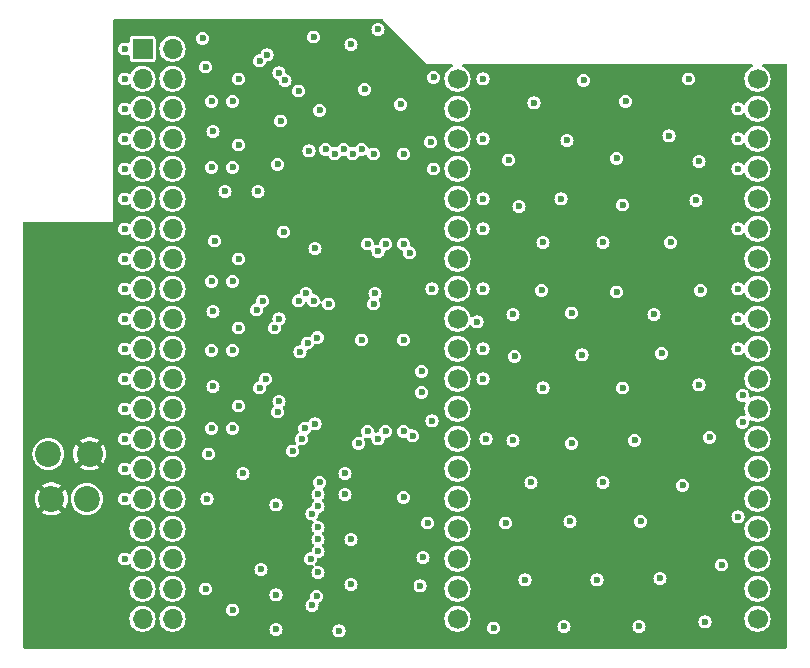
<source format=gbr>
%TF.GenerationSoftware,KiCad,Pcbnew,8.0.4*%
%TF.CreationDate,2024-09-22T15:27:09+02:00*%
%TF.ProjectId,blue_64,626c7565-5f36-4342-9e6b-696361645f70,0.3*%
%TF.SameCoordinates,PX38ecc10PY60e4b00*%
%TF.FileFunction,Copper,L2,Inr*%
%TF.FilePolarity,Positive*%
%FSLAX46Y46*%
G04 Gerber Fmt 4.6, Leading zero omitted, Abs format (unit mm)*
G04 Created by KiCad (PCBNEW 8.0.4) date 2024-09-22 15:27:09*
%MOMM*%
%LPD*%
G01*
G04 APERTURE LIST*
%TA.AperFunction,ComponentPad*%
%ADD10C,2.200000*%
%TD*%
%TA.AperFunction,ComponentPad*%
%ADD11O,2.200000X2.200000*%
%TD*%
%TA.AperFunction,ComponentPad*%
%ADD12R,1.700000X1.700000*%
%TD*%
%TA.AperFunction,ComponentPad*%
%ADD13O,1.700000X1.700000*%
%TD*%
%TA.AperFunction,ComponentPad*%
%ADD14C,1.700000*%
%TD*%
%TA.AperFunction,ViaPad*%
%ADD15C,0.600000*%
%TD*%
G04 APERTURE END LIST*
D10*
X5437000Y12700000D03*
D11*
X2437000Y12700000D03*
D12*
X10160000Y50800000D03*
D13*
X12700000Y50800000D03*
X10160000Y48260000D03*
X12700000Y48260000D03*
X10160000Y45720000D03*
X12700000Y45720000D03*
X10160000Y43180000D03*
X12700000Y43180000D03*
X10160000Y40640000D03*
X12700000Y40640000D03*
X10160000Y38100000D03*
X12700000Y38100000D03*
X10160000Y35560000D03*
X12700000Y35560000D03*
X10160000Y33020000D03*
X12700000Y33020000D03*
X10160000Y30480000D03*
X12700000Y30480000D03*
X10160000Y27940000D03*
X12700000Y27940000D03*
X10160000Y25400000D03*
X12700000Y25400000D03*
X10160000Y22860000D03*
X12700000Y22860000D03*
X10160000Y20320000D03*
X12700000Y20320000D03*
X10160000Y17780000D03*
X12700000Y17780000D03*
X10160000Y15240000D03*
X12700000Y15240000D03*
X10160000Y12700000D03*
X12700000Y12700000D03*
X10160000Y10160000D03*
X12700000Y10160000D03*
X10160000Y7620000D03*
X12700000Y7620000D03*
X10160000Y5080000D03*
X12700000Y5080000D03*
X10160000Y2540000D03*
X12700000Y2540000D03*
D11*
X5687000Y16510000D03*
D10*
X2187000Y16510000D03*
D14*
X62230000Y15240000D03*
X62230000Y12700000D03*
X36830000Y48260000D03*
X62230000Y17780000D03*
X62230000Y25400000D03*
X36830000Y2540000D03*
X36830000Y17780000D03*
X36830000Y12700000D03*
X36830000Y20320000D03*
X62230000Y10160000D03*
X62230000Y20320000D03*
X62230000Y22860000D03*
X62230000Y27940000D03*
X62230000Y30480000D03*
X62230000Y35560000D03*
X62230000Y43180000D03*
X62230000Y45720000D03*
X36830000Y27940000D03*
X36830000Y25400000D03*
X36830000Y22860000D03*
X36830000Y33020000D03*
X36830000Y30480000D03*
X36830000Y38100000D03*
X36830000Y35560000D03*
X62230000Y2540000D03*
X36830000Y5080000D03*
X62230000Y5080000D03*
X62230000Y7620000D03*
X36830000Y10160000D03*
X36830000Y7620000D03*
X36830000Y45720000D03*
X36830000Y15240000D03*
X62230000Y48260000D03*
X62230000Y33020000D03*
X62230000Y38100000D03*
X62230000Y40640000D03*
X36830000Y40640000D03*
X36830000Y43180000D03*
D15*
X52197000Y1905000D03*
X46482000Y28448000D03*
X8636000Y22860000D03*
X21463000Y1651000D03*
X16002000Y18669000D03*
X24511000Y11430000D03*
X15494000Y49276000D03*
X41529000Y28321000D03*
X24511000Y3683000D03*
X22225000Y48133000D03*
X48641000Y5842000D03*
X49149000Y14097000D03*
X57404000Y30353000D03*
X53975000Y5969000D03*
X20193000Y6731000D03*
X51054000Y46355000D03*
X34544000Y42926000D03*
X8636000Y20320000D03*
X54864000Y34417000D03*
X30099000Y33655000D03*
X38481000Y27686000D03*
X23876000Y18669000D03*
X19939000Y38735000D03*
X46482000Y17399000D03*
X33909000Y7747000D03*
X41529000Y17653000D03*
X16129000Y28575000D03*
X38989000Y30480000D03*
X60579000Y25400000D03*
X53467000Y28321000D03*
X34290000Y10668000D03*
X38989000Y38100000D03*
X16002000Y46355000D03*
X34798000Y48387000D03*
X56388000Y48260000D03*
X8636000Y50800000D03*
X16256000Y34544000D03*
X47498000Y48133000D03*
X29845000Y30099000D03*
X47371000Y24892000D03*
X51816000Y17653000D03*
X17780000Y18669000D03*
X8636000Y25400000D03*
X34671000Y30480000D03*
X41148000Y41402000D03*
X17780000Y3302000D03*
X33782000Y23495000D03*
X38989000Y43180000D03*
X23368000Y47244000D03*
X17780000Y40767000D03*
X8636000Y7620000D03*
X8636000Y15240000D03*
X17780000Y31115000D03*
X32258000Y12827000D03*
X32766000Y33528000D03*
X17780000Y25273000D03*
X55880000Y13843000D03*
X25019000Y10287000D03*
X42037000Y37465000D03*
X22098000Y35306000D03*
X60960000Y19177000D03*
X25146000Y14097000D03*
X24765000Y33909000D03*
X50800000Y37592000D03*
X8636000Y48260000D03*
X43307000Y46228000D03*
X8636000Y27940000D03*
X18288000Y33020000D03*
X18288000Y48260000D03*
X52324000Y10795000D03*
X43053000Y14097000D03*
X16002000Y40767000D03*
X33020000Y18034000D03*
X27813000Y5461000D03*
X45847000Y1905000D03*
X16129000Y43815000D03*
X57277000Y41275000D03*
X20574000Y22860000D03*
X21463000Y4572000D03*
X28956000Y47371000D03*
X32258000Y41910000D03*
X44069000Y22098000D03*
X18288000Y42672000D03*
X25146000Y45593000D03*
X16002000Y31115000D03*
X27305000Y14859000D03*
X34798000Y40640000D03*
X54102000Y25019000D03*
X24384000Y7620000D03*
X60579000Y35560000D03*
X60579000Y43180000D03*
X15494000Y5080000D03*
X8636000Y45720000D03*
X45593000Y38100000D03*
X39243000Y17780000D03*
X27305000Y13081000D03*
X8636000Y33020000D03*
X41656000Y24765000D03*
X21717000Y27940000D03*
X33782000Y21717000D03*
X18288000Y20574000D03*
X26797000Y1524000D03*
X28448000Y17399000D03*
X50800000Y22098000D03*
X46355000Y10795000D03*
X60579000Y40640000D03*
X18288000Y27178000D03*
X29718000Y41910000D03*
X38989000Y25400000D03*
X32004000Y46101000D03*
X57277000Y22352000D03*
X16002000Y25273000D03*
X46101000Y43053000D03*
X34671000Y19304000D03*
X60579000Y30480000D03*
X38989000Y35560000D03*
X8636000Y40640000D03*
X33655000Y5334000D03*
X15748000Y16510000D03*
X21463000Y12192000D03*
X17145000Y38735000D03*
X24130000Y25908000D03*
X27940000Y41910000D03*
X24638000Y51816000D03*
X39878000Y1778000D03*
X15240000Y51689000D03*
X8636000Y35560000D03*
X8636000Y30480000D03*
X38989000Y22860000D03*
X26416000Y41910000D03*
X32258000Y26162000D03*
X20701000Y50292000D03*
X57023000Y37973000D03*
X59182000Y7112000D03*
X27813000Y51181000D03*
X50292000Y41529000D03*
X28702000Y26162000D03*
X8636000Y43180000D03*
X8636000Y12700000D03*
X15621000Y12700000D03*
X42545000Y5842000D03*
X20320000Y29464000D03*
X38989000Y48260000D03*
X60579000Y27940000D03*
X54737000Y43434000D03*
X21844000Y44704000D03*
X16129000Y22225000D03*
X60960000Y21463000D03*
X50292000Y30226000D03*
X22860000Y16764000D03*
X49149000Y34417000D03*
X8636000Y38100000D03*
X58166000Y17907000D03*
X21590000Y20066000D03*
X24257000Y42164000D03*
X60579000Y45720000D03*
X24003000Y30099000D03*
X43942000Y30353000D03*
X60579000Y11176000D03*
X25019000Y6477000D03*
X17780000Y46355000D03*
X44069000Y34417000D03*
X57785000Y2286000D03*
X30099000Y17780000D03*
X8636000Y17780000D03*
X18669000Y14859000D03*
X27813000Y9271000D03*
X30099000Y52451000D03*
X40894000Y10668000D03*
X21590000Y41021000D03*
X30607000Y2540000D03*
X31623000Y3556000D03*
X22606000Y38735000D03*
X22606000Y22860000D03*
X28321000Y7493000D03*
X31623000Y1524000D03*
X28321000Y11303000D03*
X28321000Y3683000D03*
X21717000Y48768000D03*
X20066000Y49784000D03*
X23495000Y25146000D03*
X21336000Y27178000D03*
X24955500Y26352500D03*
X19812000Y28702000D03*
X24765000Y19050000D03*
X20066000Y22098000D03*
X23622000Y17780000D03*
X21717000Y20955000D03*
X29210000Y34290000D03*
X30734000Y34290000D03*
X32258000Y34290000D03*
X29210000Y18415000D03*
X30734000Y18415000D03*
X32258000Y18415000D03*
X29718000Y29210000D03*
X25019000Y8255000D03*
X23368000Y29464000D03*
X27178000Y42291000D03*
X25019000Y13081000D03*
X25908000Y29210000D03*
X25654000Y42291000D03*
X25019000Y9271000D03*
X28702000Y42291000D03*
X24638000Y29464000D03*
X25019000Y12065000D03*
X24892000Y4445000D03*
%TA.AperFunction,Conductor*%
G36*
X30485114Y53294815D02*
G01*
X30505756Y53278181D01*
X34279437Y49504500D01*
X34279438Y49504500D01*
X36332645Y49504500D01*
X36399684Y49484815D01*
X36445439Y49432011D01*
X36455383Y49362853D01*
X36426358Y49299297D01*
X36377440Y49264874D01*
X36361202Y49258584D01*
X36337364Y49249349D01*
X36337357Y49249345D01*
X36163960Y49141983D01*
X36163958Y49141981D01*
X36013237Y49004582D01*
X35890327Y48841822D01*
X35799422Y48659261D01*
X35799417Y48659248D01*
X35743602Y48463083D01*
X35724785Y48260001D01*
X35724785Y48260000D01*
X35743602Y48056918D01*
X35799417Y47860753D01*
X35799422Y47860740D01*
X35890327Y47678179D01*
X36013237Y47515419D01*
X36163958Y47378020D01*
X36163960Y47378018D01*
X36175293Y47371001D01*
X36337363Y47270652D01*
X36527544Y47196976D01*
X36728024Y47159500D01*
X36728026Y47159500D01*
X36931974Y47159500D01*
X36931976Y47159500D01*
X37132456Y47196976D01*
X37322637Y47270652D01*
X37496041Y47378019D01*
X37645983Y47514709D01*
X37646762Y47515419D01*
X37646764Y47515421D01*
X37769673Y47678179D01*
X37860582Y47860750D01*
X37916397Y48056917D01*
X37935215Y48260000D01*
X37935215Y48260001D01*
X38433750Y48260001D01*
X38433750Y48260000D01*
X38452670Y48116292D01*
X38452671Y48116288D01*
X38508137Y47982378D01*
X38508138Y47982376D01*
X38508139Y47982375D01*
X38596379Y47867379D01*
X38711375Y47779139D01*
X38845291Y47723670D01*
X38972280Y47706952D01*
X38988999Y47704750D01*
X38989000Y47704750D01*
X38989001Y47704750D01*
X39003977Y47706722D01*
X39132709Y47723670D01*
X39266625Y47779139D01*
X39381621Y47867379D01*
X39469861Y47982375D01*
X39525330Y48116291D01*
X39527530Y48133001D01*
X46942750Y48133001D01*
X46942750Y48133000D01*
X46961670Y47989292D01*
X46961671Y47989288D01*
X47017137Y47855378D01*
X47017138Y47855376D01*
X47017139Y47855375D01*
X47105379Y47740379D01*
X47220375Y47652139D01*
X47220376Y47652139D01*
X47220377Y47652138D01*
X47257839Y47636621D01*
X47354291Y47596670D01*
X47481280Y47579952D01*
X47497999Y47577750D01*
X47498000Y47577750D01*
X47498001Y47577750D01*
X47512977Y47579722D01*
X47641709Y47596670D01*
X47775625Y47652139D01*
X47890621Y47740379D01*
X47978861Y47855375D01*
X48034330Y47989291D01*
X48053250Y48133000D01*
X48036530Y48260001D01*
X55832750Y48260001D01*
X55832750Y48260000D01*
X55851670Y48116292D01*
X55851671Y48116288D01*
X55907137Y47982378D01*
X55907138Y47982376D01*
X55907139Y47982375D01*
X55995379Y47867379D01*
X56110375Y47779139D01*
X56244291Y47723670D01*
X56371280Y47706952D01*
X56387999Y47704750D01*
X56388000Y47704750D01*
X56388001Y47704750D01*
X56402977Y47706722D01*
X56531709Y47723670D01*
X56665625Y47779139D01*
X56780621Y47867379D01*
X56868861Y47982375D01*
X56924330Y48116291D01*
X56943250Y48260000D01*
X56924330Y48403709D01*
X56868861Y48537625D01*
X56780621Y48652621D01*
X56665625Y48740861D01*
X56665624Y48740862D01*
X56665622Y48740863D01*
X56531712Y48796329D01*
X56531710Y48796330D01*
X56531709Y48796330D01*
X56459854Y48805790D01*
X56388001Y48815250D01*
X56387999Y48815250D01*
X56244291Y48796330D01*
X56244287Y48796329D01*
X56110377Y48740863D01*
X55995379Y48652621D01*
X55907137Y48537623D01*
X55851671Y48403713D01*
X55851670Y48403709D01*
X55832750Y48260001D01*
X48036530Y48260001D01*
X48034330Y48276709D01*
X47978861Y48410625D01*
X47890621Y48525621D01*
X47775625Y48613861D01*
X47775624Y48613862D01*
X47775622Y48613863D01*
X47641712Y48669329D01*
X47641710Y48669330D01*
X47641709Y48669330D01*
X47545632Y48681979D01*
X47498001Y48688250D01*
X47497999Y48688250D01*
X47354291Y48669330D01*
X47354287Y48669329D01*
X47220377Y48613863D01*
X47105379Y48525621D01*
X47017137Y48410623D01*
X46961671Y48276713D01*
X46961670Y48276709D01*
X46942750Y48133001D01*
X39527530Y48133001D01*
X39544250Y48260000D01*
X39525330Y48403709D01*
X39469861Y48537625D01*
X39381621Y48652621D01*
X39266625Y48740861D01*
X39266624Y48740862D01*
X39266622Y48740863D01*
X39132712Y48796329D01*
X39132710Y48796330D01*
X39132709Y48796330D01*
X39060854Y48805790D01*
X38989001Y48815250D01*
X38988999Y48815250D01*
X38845291Y48796330D01*
X38845287Y48796329D01*
X38711377Y48740863D01*
X38596379Y48652621D01*
X38508137Y48537623D01*
X38452671Y48403713D01*
X38452670Y48403709D01*
X38433750Y48260001D01*
X37935215Y48260001D01*
X37916397Y48463083D01*
X37860582Y48659250D01*
X37855563Y48669329D01*
X37792918Y48795138D01*
X37769673Y48841821D01*
X37646764Y49004579D01*
X37646762Y49004582D01*
X37496041Y49141981D01*
X37496039Y49141983D01*
X37322642Y49249345D01*
X37322635Y49249349D01*
X37308587Y49254791D01*
X37282559Y49264874D01*
X37227160Y49307446D01*
X37203569Y49373213D01*
X37219280Y49441293D01*
X37269304Y49490072D01*
X37327355Y49504500D01*
X61732645Y49504500D01*
X61799684Y49484815D01*
X61845439Y49432011D01*
X61855383Y49362853D01*
X61826358Y49299297D01*
X61777440Y49264874D01*
X61761202Y49258584D01*
X61737364Y49249349D01*
X61737357Y49249345D01*
X61563960Y49141983D01*
X61563958Y49141981D01*
X61413237Y49004582D01*
X61290327Y48841822D01*
X61199422Y48659261D01*
X61199417Y48659248D01*
X61143602Y48463083D01*
X61124785Y48260001D01*
X61124785Y48260000D01*
X61143602Y48056918D01*
X61199417Y47860753D01*
X61199422Y47860740D01*
X61290327Y47678179D01*
X61413237Y47515419D01*
X61563958Y47378020D01*
X61563960Y47378018D01*
X61575293Y47371001D01*
X61737363Y47270652D01*
X61927544Y47196976D01*
X62128024Y47159500D01*
X62128026Y47159500D01*
X62331974Y47159500D01*
X62331976Y47159500D01*
X62532456Y47196976D01*
X62722637Y47270652D01*
X62896041Y47378019D01*
X63045983Y47514709D01*
X63046762Y47515419D01*
X63046764Y47515421D01*
X63169673Y47678179D01*
X63260582Y47860750D01*
X63316397Y48056917D01*
X63335215Y48260000D01*
X63316397Y48463083D01*
X63260582Y48659250D01*
X63255563Y48669329D01*
X63192918Y48795138D01*
X63169673Y48841821D01*
X63046764Y49004579D01*
X63046762Y49004582D01*
X62896041Y49141981D01*
X62896039Y49141983D01*
X62722642Y49249345D01*
X62722635Y49249349D01*
X62708587Y49254791D01*
X62682559Y49264874D01*
X62627160Y49307446D01*
X62603569Y49373213D01*
X62619280Y49441293D01*
X62669304Y49490072D01*
X62727355Y49504500D01*
X64620500Y49504500D01*
X64687539Y49484815D01*
X64733294Y49432011D01*
X64744500Y49380500D01*
X64744500Y149500D01*
X64724815Y82461D01*
X64672011Y36706D01*
X64620500Y25500D01*
X149500Y25500D01*
X82461Y45185D01*
X36706Y97989D01*
X25500Y149500D01*
X25500Y2540001D01*
X9054785Y2540001D01*
X9054785Y2540000D01*
X9073602Y2336918D01*
X9129417Y2140753D01*
X9129422Y2140740D01*
X9220327Y1958179D01*
X9343237Y1795419D01*
X9493958Y1658020D01*
X9493960Y1658018D01*
X9505293Y1651001D01*
X9667363Y1550652D01*
X9857544Y1476976D01*
X10058024Y1439500D01*
X10058026Y1439500D01*
X10261974Y1439500D01*
X10261976Y1439500D01*
X10462456Y1476976D01*
X10652637Y1550652D01*
X10826041Y1658019D01*
X10975983Y1794709D01*
X10976762Y1795419D01*
X10976764Y1795421D01*
X11099673Y1958179D01*
X11190582Y2140750D01*
X11246397Y2336917D01*
X11265215Y2540000D01*
X11265215Y2540001D01*
X11594785Y2540001D01*
X11594785Y2540000D01*
X11613602Y2336918D01*
X11669417Y2140753D01*
X11669422Y2140740D01*
X11760327Y1958179D01*
X11883237Y1795419D01*
X12033958Y1658020D01*
X12033960Y1658018D01*
X12045293Y1651001D01*
X12207363Y1550652D01*
X12397544Y1476976D01*
X12598024Y1439500D01*
X12598026Y1439500D01*
X12801974Y1439500D01*
X12801976Y1439500D01*
X13002456Y1476976D01*
X13192637Y1550652D01*
X13354707Y1651001D01*
X20907750Y1651001D01*
X20907750Y1651000D01*
X20926670Y1507292D01*
X20926671Y1507288D01*
X20982137Y1373378D01*
X20982138Y1373376D01*
X20982139Y1373375D01*
X21070379Y1258379D01*
X21185375Y1170139D01*
X21319291Y1114670D01*
X21446280Y1097952D01*
X21462999Y1095750D01*
X21463000Y1095750D01*
X21463001Y1095750D01*
X21477977Y1097722D01*
X21606709Y1114670D01*
X21740625Y1170139D01*
X21855621Y1258379D01*
X21943861Y1373375D01*
X21999330Y1507291D01*
X22001530Y1524001D01*
X26241750Y1524001D01*
X26241750Y1524000D01*
X26260670Y1380292D01*
X26260671Y1380288D01*
X26316137Y1246378D01*
X26316138Y1246376D01*
X26316139Y1246375D01*
X26404379Y1131379D01*
X26519375Y1043139D01*
X26653291Y987670D01*
X26780280Y970952D01*
X26796999Y968750D01*
X26797000Y968750D01*
X26797001Y968750D01*
X26811977Y970722D01*
X26940709Y987670D01*
X27074625Y1043139D01*
X27189621Y1131379D01*
X27277861Y1246375D01*
X27333330Y1380291D01*
X27352250Y1524000D01*
X27333330Y1667709D01*
X27277861Y1801625D01*
X27189621Y1916621D01*
X27074625Y2004861D01*
X27074624Y2004862D01*
X27074622Y2004863D01*
X26940712Y2060329D01*
X26940710Y2060330D01*
X26940709Y2060330D01*
X26868854Y2069790D01*
X26797001Y2079250D01*
X26796999Y2079250D01*
X26653291Y2060330D01*
X26653287Y2060329D01*
X26519377Y2004863D01*
X26404379Y1916621D01*
X26316137Y1801623D01*
X26260671Y1667713D01*
X26260670Y1667709D01*
X26241750Y1524001D01*
X22001530Y1524001D01*
X22018250Y1651000D01*
X21999330Y1794709D01*
X21943861Y1928625D01*
X21855621Y2043621D01*
X21740625Y2131861D01*
X21740624Y2131862D01*
X21740622Y2131863D01*
X21606712Y2187329D01*
X21606710Y2187330D01*
X21606709Y2187330D01*
X21534854Y2196790D01*
X21463001Y2206250D01*
X21462999Y2206250D01*
X21319291Y2187330D01*
X21319287Y2187329D01*
X21185377Y2131863D01*
X21070379Y2043621D01*
X20982137Y1928623D01*
X20926671Y1794713D01*
X20926670Y1794709D01*
X20907750Y1651001D01*
X13354707Y1651001D01*
X13366041Y1658019D01*
X13515983Y1794709D01*
X13516762Y1795419D01*
X13516764Y1795421D01*
X13639673Y1958179D01*
X13730582Y2140750D01*
X13786397Y2336917D01*
X13805215Y2540000D01*
X13805215Y2540001D01*
X35724785Y2540001D01*
X35724785Y2540000D01*
X35743602Y2336918D01*
X35799417Y2140753D01*
X35799422Y2140740D01*
X35890327Y1958179D01*
X36013237Y1795419D01*
X36163958Y1658020D01*
X36163960Y1658018D01*
X36175293Y1651001D01*
X36337363Y1550652D01*
X36527544Y1476976D01*
X36728024Y1439500D01*
X36728026Y1439500D01*
X36931974Y1439500D01*
X36931976Y1439500D01*
X37132456Y1476976D01*
X37322637Y1550652D01*
X37496041Y1658019D01*
X37627655Y1778001D01*
X39322750Y1778001D01*
X39322750Y1778000D01*
X39341670Y1634292D01*
X39341671Y1634288D01*
X39397137Y1500378D01*
X39397138Y1500376D01*
X39397139Y1500375D01*
X39485379Y1385379D01*
X39600375Y1297139D01*
X39734291Y1241670D01*
X39861280Y1224952D01*
X39877999Y1222750D01*
X39878000Y1222750D01*
X39878001Y1222750D01*
X39892977Y1224722D01*
X40021709Y1241670D01*
X40155625Y1297139D01*
X40270621Y1385379D01*
X40358861Y1500375D01*
X40414330Y1634291D01*
X40433250Y1778000D01*
X40416530Y1905001D01*
X45291750Y1905001D01*
X45291750Y1905000D01*
X45310670Y1761292D01*
X45310671Y1761288D01*
X45366137Y1627378D01*
X45366138Y1627376D01*
X45366139Y1627375D01*
X45454379Y1512379D01*
X45569375Y1424139D01*
X45703291Y1368670D01*
X45830280Y1351952D01*
X45846999Y1349750D01*
X45847000Y1349750D01*
X45847001Y1349750D01*
X45861977Y1351722D01*
X45990709Y1368670D01*
X46124625Y1424139D01*
X46239621Y1512379D01*
X46327861Y1627375D01*
X46383330Y1761291D01*
X46402250Y1905000D01*
X46402250Y1905001D01*
X51641750Y1905001D01*
X51641750Y1905000D01*
X51660670Y1761292D01*
X51660671Y1761288D01*
X51716137Y1627378D01*
X51716138Y1627376D01*
X51716139Y1627375D01*
X51804379Y1512379D01*
X51919375Y1424139D01*
X52053291Y1368670D01*
X52180280Y1351952D01*
X52196999Y1349750D01*
X52197000Y1349750D01*
X52197001Y1349750D01*
X52211977Y1351722D01*
X52340709Y1368670D01*
X52474625Y1424139D01*
X52589621Y1512379D01*
X52677861Y1627375D01*
X52733330Y1761291D01*
X52752250Y1905000D01*
X52733330Y2048709D01*
X52677861Y2182625D01*
X52598538Y2286000D01*
X57229750Y2286000D01*
X57240249Y2206250D01*
X57248670Y2142292D01*
X57248671Y2142288D01*
X57304137Y2008378D01*
X57304138Y2008376D01*
X57304139Y2008375D01*
X57392379Y1893379D01*
X57507375Y1805139D01*
X57507376Y1805139D01*
X57507377Y1805138D01*
X57552013Y1786650D01*
X57641291Y1749670D01*
X57768280Y1732952D01*
X57784999Y1730750D01*
X57785000Y1730750D01*
X57785001Y1730750D01*
X57799977Y1732722D01*
X57928709Y1749670D01*
X58062625Y1805139D01*
X58177621Y1893379D01*
X58265861Y2008375D01*
X58321330Y2142291D01*
X58340250Y2286000D01*
X58321330Y2429709D01*
X58275646Y2540001D01*
X61124785Y2540001D01*
X61124785Y2540000D01*
X61143602Y2336918D01*
X61199417Y2140753D01*
X61199422Y2140740D01*
X61290327Y1958179D01*
X61413237Y1795419D01*
X61563958Y1658020D01*
X61563960Y1658018D01*
X61575293Y1651001D01*
X61737363Y1550652D01*
X61927544Y1476976D01*
X62128024Y1439500D01*
X62128026Y1439500D01*
X62331974Y1439500D01*
X62331976Y1439500D01*
X62532456Y1476976D01*
X62722637Y1550652D01*
X62896041Y1658019D01*
X63045983Y1794709D01*
X63046762Y1795419D01*
X63046764Y1795421D01*
X63169673Y1958179D01*
X63260582Y2140750D01*
X63316397Y2336917D01*
X63335215Y2540000D01*
X63316397Y2743083D01*
X63260582Y2939250D01*
X63169673Y3121821D01*
X63046764Y3284579D01*
X63046762Y3284582D01*
X62896041Y3421981D01*
X62896039Y3421983D01*
X62722642Y3529345D01*
X62722635Y3529349D01*
X62592856Y3579625D01*
X62532456Y3603024D01*
X62331976Y3640500D01*
X62128024Y3640500D01*
X61927544Y3603024D01*
X61927541Y3603024D01*
X61927541Y3603023D01*
X61737364Y3529349D01*
X61737357Y3529345D01*
X61563960Y3421983D01*
X61563958Y3421981D01*
X61413237Y3284582D01*
X61290327Y3121822D01*
X61199422Y2939261D01*
X61199417Y2939248D01*
X61143602Y2743083D01*
X61124785Y2540001D01*
X58275646Y2540001D01*
X58265861Y2563625D01*
X58177621Y2678621D01*
X58062625Y2766861D01*
X58062624Y2766862D01*
X58062622Y2766863D01*
X57928712Y2822329D01*
X57928710Y2822330D01*
X57928709Y2822330D01*
X57856854Y2831790D01*
X57785001Y2841250D01*
X57784999Y2841250D01*
X57641291Y2822330D01*
X57641287Y2822329D01*
X57507377Y2766863D01*
X57392379Y2678621D01*
X57304137Y2563623D01*
X57248671Y2429713D01*
X57248670Y2429709D01*
X57229750Y2286000D01*
X52598538Y2286000D01*
X52589621Y2297621D01*
X52474625Y2385861D01*
X52474624Y2385862D01*
X52474622Y2385863D01*
X52340712Y2441329D01*
X52340710Y2441330D01*
X52340709Y2441330D01*
X52268854Y2450790D01*
X52197001Y2460250D01*
X52196999Y2460250D01*
X52053291Y2441330D01*
X52053287Y2441329D01*
X51919377Y2385863D01*
X51804379Y2297621D01*
X51716137Y2182623D01*
X51660671Y2048713D01*
X51660670Y2048709D01*
X51641750Y1905001D01*
X46402250Y1905001D01*
X46383330Y2048709D01*
X46327861Y2182625D01*
X46239621Y2297621D01*
X46124625Y2385861D01*
X46124624Y2385862D01*
X46124622Y2385863D01*
X45990712Y2441329D01*
X45990710Y2441330D01*
X45990709Y2441330D01*
X45918854Y2450790D01*
X45847001Y2460250D01*
X45846999Y2460250D01*
X45703291Y2441330D01*
X45703287Y2441329D01*
X45569377Y2385863D01*
X45454379Y2297621D01*
X45366137Y2182623D01*
X45310671Y2048713D01*
X45310670Y2048709D01*
X45291750Y1905001D01*
X40416530Y1905001D01*
X40414330Y1921709D01*
X40358861Y2055625D01*
X40270621Y2170621D01*
X40155625Y2258861D01*
X40155624Y2258862D01*
X40155622Y2258863D01*
X40021712Y2314329D01*
X40021710Y2314330D01*
X40021709Y2314330D01*
X39949854Y2323790D01*
X39878001Y2333250D01*
X39877999Y2333250D01*
X39734291Y2314330D01*
X39734287Y2314329D01*
X39600377Y2258863D01*
X39485379Y2170621D01*
X39397137Y2055623D01*
X39341671Y1921713D01*
X39341670Y1921709D01*
X39322750Y1778001D01*
X37627655Y1778001D01*
X37645983Y1794709D01*
X37646762Y1795419D01*
X37646764Y1795421D01*
X37769673Y1958179D01*
X37860582Y2140750D01*
X37916397Y2336917D01*
X37935215Y2540000D01*
X37916397Y2743083D01*
X37860582Y2939250D01*
X37769673Y3121821D01*
X37646764Y3284579D01*
X37646762Y3284582D01*
X37496041Y3421981D01*
X37496039Y3421983D01*
X37322642Y3529345D01*
X37322635Y3529349D01*
X37192856Y3579625D01*
X37132456Y3603024D01*
X36931976Y3640500D01*
X36728024Y3640500D01*
X36527544Y3603024D01*
X36527541Y3603024D01*
X36527541Y3603023D01*
X36337364Y3529349D01*
X36337357Y3529345D01*
X36163960Y3421983D01*
X36163958Y3421981D01*
X36013237Y3284582D01*
X35890327Y3121822D01*
X35799422Y2939261D01*
X35799417Y2939248D01*
X35743602Y2743083D01*
X35724785Y2540001D01*
X13805215Y2540001D01*
X13786397Y2743083D01*
X13730582Y2939250D01*
X13639673Y3121821D01*
X13516764Y3284579D01*
X13516762Y3284582D01*
X13497654Y3302001D01*
X17224750Y3302001D01*
X17224750Y3302000D01*
X17243670Y3158292D01*
X17243671Y3158288D01*
X17299137Y3024378D01*
X17299138Y3024376D01*
X17299139Y3024375D01*
X17387379Y2909379D01*
X17502375Y2821139D01*
X17636291Y2765670D01*
X17763280Y2748952D01*
X17779999Y2746750D01*
X17780000Y2746750D01*
X17780001Y2746750D01*
X17794977Y2748722D01*
X17923709Y2765670D01*
X18057625Y2821139D01*
X18172621Y2909379D01*
X18260861Y3024375D01*
X18316330Y3158291D01*
X18335250Y3302000D01*
X18316330Y3445709D01*
X18260861Y3579625D01*
X18181537Y3683001D01*
X23955750Y3683001D01*
X23955750Y3683000D01*
X23974670Y3539292D01*
X23974671Y3539288D01*
X24030137Y3405378D01*
X24030138Y3405376D01*
X24030139Y3405375D01*
X24118379Y3290379D01*
X24233375Y3202139D01*
X24367291Y3146670D01*
X24494280Y3129952D01*
X24510999Y3127750D01*
X24511000Y3127750D01*
X24511001Y3127750D01*
X24525977Y3129722D01*
X24654709Y3146670D01*
X24788625Y3202139D01*
X24903621Y3290379D01*
X24991861Y3405375D01*
X25047330Y3539291D01*
X25066250Y3683000D01*
X25048916Y3814662D01*
X25059681Y3883697D01*
X25106061Y3935953D01*
X25124395Y3945405D01*
X25169625Y3964139D01*
X25284621Y4052379D01*
X25372861Y4167375D01*
X25428330Y4301291D01*
X25447250Y4445000D01*
X25428330Y4588709D01*
X25372861Y4722625D01*
X25284621Y4837621D01*
X25169625Y4925861D01*
X25169624Y4925862D01*
X25169622Y4925863D01*
X25035712Y4981329D01*
X25035710Y4981330D01*
X25035709Y4981330D01*
X24963854Y4990790D01*
X24892001Y5000250D01*
X24891999Y5000250D01*
X24748291Y4981330D01*
X24748287Y4981329D01*
X24614377Y4925863D01*
X24499379Y4837621D01*
X24411137Y4722623D01*
X24355671Y4588713D01*
X24355670Y4588709D01*
X24336750Y4445001D01*
X24336750Y4444998D01*
X24354083Y4313339D01*
X24343317Y4244304D01*
X24296937Y4192048D01*
X24278598Y4182593D01*
X24233375Y4163861D01*
X24118379Y4075621D01*
X24030137Y3960623D01*
X23974671Y3826713D01*
X23974670Y3826709D01*
X23955750Y3683001D01*
X18181537Y3683001D01*
X18172621Y3694621D01*
X18057625Y3782861D01*
X18057624Y3782862D01*
X18057622Y3782863D01*
X17923712Y3838329D01*
X17923710Y3838330D01*
X17923709Y3838330D01*
X17851854Y3847790D01*
X17780001Y3857250D01*
X17779999Y3857250D01*
X17636291Y3838330D01*
X17636287Y3838329D01*
X17502377Y3782863D01*
X17387379Y3694621D01*
X17299137Y3579623D01*
X17243671Y3445713D01*
X17243670Y3445709D01*
X17224750Y3302001D01*
X13497654Y3302001D01*
X13366041Y3421981D01*
X13366039Y3421983D01*
X13192642Y3529345D01*
X13192635Y3529349D01*
X13062856Y3579625D01*
X13002456Y3603024D01*
X12801976Y3640500D01*
X12598024Y3640500D01*
X12397544Y3603024D01*
X12397541Y3603024D01*
X12397541Y3603023D01*
X12207364Y3529349D01*
X12207357Y3529345D01*
X12033960Y3421983D01*
X12033958Y3421981D01*
X11883237Y3284582D01*
X11760327Y3121822D01*
X11669422Y2939261D01*
X11669417Y2939248D01*
X11613602Y2743083D01*
X11594785Y2540001D01*
X11265215Y2540001D01*
X11246397Y2743083D01*
X11190582Y2939250D01*
X11099673Y3121821D01*
X10976764Y3284579D01*
X10976762Y3284582D01*
X10826041Y3421981D01*
X10826039Y3421983D01*
X10652642Y3529345D01*
X10652635Y3529349D01*
X10522856Y3579625D01*
X10462456Y3603024D01*
X10261976Y3640500D01*
X10058024Y3640500D01*
X9857544Y3603024D01*
X9857541Y3603024D01*
X9857541Y3603023D01*
X9667364Y3529349D01*
X9667357Y3529345D01*
X9493960Y3421983D01*
X9493958Y3421981D01*
X9343237Y3284582D01*
X9220327Y3121822D01*
X9129422Y2939261D01*
X9129417Y2939248D01*
X9073602Y2743083D01*
X9054785Y2540001D01*
X25500Y2540001D01*
X25500Y5080001D01*
X9054785Y5080001D01*
X9054785Y5080000D01*
X9073602Y4876918D01*
X9129417Y4680753D01*
X9129422Y4680740D01*
X9220327Y4498179D01*
X9343237Y4335419D01*
X9493958Y4198020D01*
X9493960Y4198018D01*
X9543446Y4167378D01*
X9667363Y4090652D01*
X9857544Y4016976D01*
X10058024Y3979500D01*
X10058026Y3979500D01*
X10261974Y3979500D01*
X10261976Y3979500D01*
X10462456Y4016976D01*
X10652637Y4090652D01*
X10826041Y4198019D01*
X10976764Y4335421D01*
X11099673Y4498179D01*
X11190582Y4680750D01*
X11246397Y4876917D01*
X11265215Y5080000D01*
X11265215Y5080001D01*
X11594785Y5080001D01*
X11594785Y5080000D01*
X11613602Y4876918D01*
X11669417Y4680753D01*
X11669422Y4680740D01*
X11760327Y4498179D01*
X11883237Y4335419D01*
X12033958Y4198020D01*
X12033960Y4198018D01*
X12083446Y4167378D01*
X12207363Y4090652D01*
X12397544Y4016976D01*
X12598024Y3979500D01*
X12598026Y3979500D01*
X12801974Y3979500D01*
X12801976Y3979500D01*
X13002456Y4016976D01*
X13192637Y4090652D01*
X13366041Y4198019D01*
X13516764Y4335421D01*
X13639673Y4498179D01*
X13730582Y4680750D01*
X13786397Y4876917D01*
X13805215Y5080000D01*
X14938750Y5080000D01*
X14949249Y5000250D01*
X14957670Y4936292D01*
X14957671Y4936288D01*
X15013137Y4802378D01*
X15013138Y4802376D01*
X15013139Y4802375D01*
X15101379Y4687379D01*
X15216375Y4599139D01*
X15216376Y4599139D01*
X15216377Y4599138D01*
X15261013Y4580650D01*
X15350291Y4543670D01*
X15477280Y4526952D01*
X15493999Y4524750D01*
X15494000Y4524750D01*
X15494001Y4524750D01*
X15508977Y4526722D01*
X15637709Y4543670D01*
X15706105Y4572000D01*
X20907750Y4572000D01*
X20924470Y4444998D01*
X20926670Y4428292D01*
X20926671Y4428288D01*
X20982137Y4294378D01*
X20982138Y4294376D01*
X20982139Y4294375D01*
X21070379Y4179379D01*
X21185375Y4091139D01*
X21185376Y4091139D01*
X21185377Y4091138D01*
X21222839Y4075621D01*
X21319291Y4035670D01*
X21446280Y4018952D01*
X21462999Y4016750D01*
X21463000Y4016750D01*
X21463001Y4016750D01*
X21477977Y4018722D01*
X21606709Y4035670D01*
X21740625Y4091139D01*
X21855621Y4179379D01*
X21943861Y4294375D01*
X21999330Y4428291D01*
X22018250Y4572000D01*
X21999330Y4715709D01*
X21943861Y4849625D01*
X21855621Y4964621D01*
X21740625Y5052861D01*
X21740624Y5052862D01*
X21740622Y5052863D01*
X21606712Y5108329D01*
X21606710Y5108330D01*
X21606709Y5108330D01*
X21534854Y5117790D01*
X21463001Y5127250D01*
X21462999Y5127250D01*
X21319291Y5108330D01*
X21319287Y5108329D01*
X21185377Y5052863D01*
X21070379Y4964621D01*
X20982137Y4849623D01*
X20926671Y4715713D01*
X20926670Y4715709D01*
X20907750Y4572000D01*
X15706105Y4572000D01*
X15771625Y4599139D01*
X15886621Y4687379D01*
X15974861Y4802375D01*
X16030330Y4936291D01*
X16049250Y5080000D01*
X16030330Y5223709D01*
X15974861Y5357625D01*
X15895537Y5461001D01*
X27257750Y5461001D01*
X27257750Y5461000D01*
X27276670Y5317292D01*
X27276671Y5317288D01*
X27332137Y5183378D01*
X27332138Y5183376D01*
X27332139Y5183375D01*
X27420379Y5068379D01*
X27535375Y4980139D01*
X27669291Y4924670D01*
X27796280Y4907952D01*
X27812999Y4905750D01*
X27813000Y4905750D01*
X27813001Y4905750D01*
X27827977Y4907722D01*
X27956709Y4924670D01*
X28090625Y4980139D01*
X28205621Y5068379D01*
X28293861Y5183375D01*
X28349330Y5317291D01*
X28351530Y5334000D01*
X33099750Y5334000D01*
X33106453Y5283083D01*
X33118670Y5190292D01*
X33118671Y5190288D01*
X33174137Y5056378D01*
X33174138Y5056376D01*
X33174139Y5056375D01*
X33262379Y4941379D01*
X33377375Y4853139D01*
X33377376Y4853139D01*
X33377377Y4853138D01*
X33414839Y4837621D01*
X33511291Y4797670D01*
X33638280Y4780952D01*
X33654999Y4778750D01*
X33655000Y4778750D01*
X33655001Y4778750D01*
X33669977Y4780722D01*
X33798709Y4797670D01*
X33932625Y4853139D01*
X34047621Y4941379D01*
X34135861Y5056375D01*
X34145647Y5080001D01*
X35724785Y5080001D01*
X35724785Y5080000D01*
X35743602Y4876918D01*
X35799417Y4680753D01*
X35799422Y4680740D01*
X35890327Y4498179D01*
X36013237Y4335419D01*
X36163958Y4198020D01*
X36163960Y4198018D01*
X36213446Y4167378D01*
X36337363Y4090652D01*
X36527544Y4016976D01*
X36728024Y3979500D01*
X36728026Y3979500D01*
X36931974Y3979500D01*
X36931976Y3979500D01*
X37132456Y4016976D01*
X37322637Y4090652D01*
X37496041Y4198019D01*
X37646764Y4335421D01*
X37769673Y4498179D01*
X37860582Y4680750D01*
X37916397Y4876917D01*
X37935215Y5080000D01*
X37935215Y5080001D01*
X61124785Y5080001D01*
X61124785Y5080000D01*
X61143602Y4876918D01*
X61199417Y4680753D01*
X61199422Y4680740D01*
X61290327Y4498179D01*
X61413237Y4335419D01*
X61563958Y4198020D01*
X61563960Y4198018D01*
X61613446Y4167378D01*
X61737363Y4090652D01*
X61927544Y4016976D01*
X62128024Y3979500D01*
X62128026Y3979500D01*
X62331974Y3979500D01*
X62331976Y3979500D01*
X62532456Y4016976D01*
X62722637Y4090652D01*
X62896041Y4198019D01*
X63046764Y4335421D01*
X63169673Y4498179D01*
X63260582Y4680750D01*
X63316397Y4876917D01*
X63335215Y5080000D01*
X63316397Y5283083D01*
X63260582Y5479250D01*
X63256156Y5488138D01*
X63192325Y5616329D01*
X63169673Y5661821D01*
X63046764Y5824579D01*
X63046762Y5824582D01*
X62896041Y5961981D01*
X62896039Y5961983D01*
X62722642Y6069345D01*
X62722635Y6069349D01*
X62627546Y6106186D01*
X62532456Y6143024D01*
X62331976Y6180500D01*
X62128024Y6180500D01*
X61927544Y6143024D01*
X61927541Y6143024D01*
X61927541Y6143023D01*
X61737364Y6069349D01*
X61737357Y6069345D01*
X61563960Y5961983D01*
X61563958Y5961981D01*
X61413237Y5824582D01*
X61290327Y5661822D01*
X61199422Y5479261D01*
X61199417Y5479248D01*
X61143602Y5283083D01*
X61124785Y5080001D01*
X37935215Y5080001D01*
X37916397Y5283083D01*
X37860582Y5479250D01*
X37856156Y5488138D01*
X37792325Y5616329D01*
X37769673Y5661821D01*
X37646764Y5824579D01*
X37646762Y5824582D01*
X37627654Y5842001D01*
X41989750Y5842001D01*
X41989750Y5842000D01*
X42008670Y5698292D01*
X42008671Y5698288D01*
X42064137Y5564378D01*
X42064138Y5564376D01*
X42064139Y5564375D01*
X42152379Y5449379D01*
X42267375Y5361139D01*
X42267376Y5361139D01*
X42267377Y5361138D01*
X42312013Y5342650D01*
X42401291Y5305670D01*
X42528280Y5288952D01*
X42544999Y5286750D01*
X42545000Y5286750D01*
X42545001Y5286750D01*
X42559977Y5288722D01*
X42688709Y5305670D01*
X42822625Y5361139D01*
X42937621Y5449379D01*
X43025861Y5564375D01*
X43081330Y5698291D01*
X43100250Y5842000D01*
X43100250Y5842001D01*
X48085750Y5842001D01*
X48085750Y5842000D01*
X48104670Y5698292D01*
X48104671Y5698288D01*
X48160137Y5564378D01*
X48160138Y5564376D01*
X48160139Y5564375D01*
X48248379Y5449379D01*
X48363375Y5361139D01*
X48363376Y5361139D01*
X48363377Y5361138D01*
X48408013Y5342650D01*
X48497291Y5305670D01*
X48624280Y5288952D01*
X48640999Y5286750D01*
X48641000Y5286750D01*
X48641001Y5286750D01*
X48655977Y5288722D01*
X48784709Y5305670D01*
X48918625Y5361139D01*
X49033621Y5449379D01*
X49121861Y5564375D01*
X49177330Y5698291D01*
X49196250Y5842000D01*
X49179530Y5969000D01*
X53419750Y5969000D01*
X53430249Y5889250D01*
X53438670Y5825292D01*
X53438671Y5825288D01*
X53494137Y5691378D01*
X53494138Y5691376D01*
X53494139Y5691375D01*
X53582379Y5576379D01*
X53697375Y5488139D01*
X53697376Y5488139D01*
X53697377Y5488138D01*
X53734839Y5472621D01*
X53831291Y5432670D01*
X53958280Y5415952D01*
X53974999Y5413750D01*
X53975000Y5413750D01*
X53975001Y5413750D01*
X53989977Y5415722D01*
X54118709Y5432670D01*
X54252625Y5488139D01*
X54367621Y5576379D01*
X54455861Y5691375D01*
X54511330Y5825291D01*
X54530250Y5969000D01*
X54511330Y6112709D01*
X54455861Y6246625D01*
X54367621Y6361621D01*
X54252625Y6449861D01*
X54252624Y6449862D01*
X54252622Y6449863D01*
X54118712Y6505329D01*
X54118710Y6505330D01*
X54118709Y6505330D01*
X54046854Y6514790D01*
X53975001Y6524250D01*
X53974999Y6524250D01*
X53831291Y6505330D01*
X53831287Y6505329D01*
X53697377Y6449863D01*
X53582379Y6361621D01*
X53494137Y6246623D01*
X53438671Y6112713D01*
X53438670Y6112709D01*
X53419750Y5969000D01*
X49179530Y5969000D01*
X49177330Y5985709D01*
X49121861Y6119625D01*
X49033621Y6234621D01*
X48918625Y6322861D01*
X48918624Y6322862D01*
X48918622Y6322863D01*
X48784712Y6378329D01*
X48784710Y6378330D01*
X48784709Y6378330D01*
X48712854Y6387790D01*
X48641001Y6397250D01*
X48640999Y6397250D01*
X48497291Y6378330D01*
X48497287Y6378329D01*
X48363377Y6322863D01*
X48248379Y6234621D01*
X48160137Y6119623D01*
X48104671Y5985713D01*
X48104670Y5985709D01*
X48085750Y5842001D01*
X43100250Y5842001D01*
X43081330Y5985709D01*
X43025861Y6119625D01*
X42937621Y6234621D01*
X42822625Y6322861D01*
X42822624Y6322862D01*
X42822622Y6322863D01*
X42688712Y6378329D01*
X42688710Y6378330D01*
X42688709Y6378330D01*
X42616854Y6387790D01*
X42545001Y6397250D01*
X42544999Y6397250D01*
X42401291Y6378330D01*
X42401287Y6378329D01*
X42267377Y6322863D01*
X42152379Y6234621D01*
X42064137Y6119623D01*
X42008671Y5985713D01*
X42008670Y5985709D01*
X41989750Y5842001D01*
X37627654Y5842001D01*
X37496041Y5961981D01*
X37496039Y5961983D01*
X37322642Y6069345D01*
X37322635Y6069349D01*
X37227546Y6106186D01*
X37132456Y6143024D01*
X36931976Y6180500D01*
X36728024Y6180500D01*
X36527544Y6143024D01*
X36527541Y6143024D01*
X36527541Y6143023D01*
X36337364Y6069349D01*
X36337357Y6069345D01*
X36163960Y5961983D01*
X36163958Y5961981D01*
X36013237Y5824582D01*
X35890327Y5661822D01*
X35799422Y5479261D01*
X35799417Y5479248D01*
X35743602Y5283083D01*
X35724785Y5080001D01*
X34145647Y5080001D01*
X34191330Y5190291D01*
X34210250Y5334000D01*
X34191330Y5477709D01*
X34135861Y5611625D01*
X34047621Y5726621D01*
X33932625Y5814861D01*
X33932624Y5814862D01*
X33932622Y5814863D01*
X33798712Y5870329D01*
X33798710Y5870330D01*
X33798709Y5870330D01*
X33726854Y5879790D01*
X33655001Y5889250D01*
X33654999Y5889250D01*
X33511291Y5870330D01*
X33511287Y5870329D01*
X33377377Y5814863D01*
X33262379Y5726621D01*
X33174137Y5611623D01*
X33118671Y5477713D01*
X33118670Y5477709D01*
X33112741Y5432671D01*
X33099750Y5334000D01*
X28351530Y5334000D01*
X28368250Y5461000D01*
X28349330Y5604709D01*
X28293861Y5738625D01*
X28205621Y5853621D01*
X28090625Y5941861D01*
X28090624Y5941862D01*
X28090622Y5941863D01*
X27956712Y5997329D01*
X27956710Y5997330D01*
X27956709Y5997330D01*
X27884854Y6006790D01*
X27813001Y6016250D01*
X27812999Y6016250D01*
X27669291Y5997330D01*
X27669287Y5997329D01*
X27535377Y5941863D01*
X27420379Y5853621D01*
X27332137Y5738623D01*
X27276671Y5604713D01*
X27276670Y5604709D01*
X27257750Y5461001D01*
X15895537Y5461001D01*
X15886621Y5472621D01*
X15771625Y5560861D01*
X15771624Y5560862D01*
X15771622Y5560863D01*
X15637712Y5616329D01*
X15637710Y5616330D01*
X15637709Y5616330D01*
X15565854Y5625790D01*
X15494001Y5635250D01*
X15493999Y5635250D01*
X15350291Y5616330D01*
X15350287Y5616329D01*
X15216377Y5560863D01*
X15101379Y5472621D01*
X15013137Y5357623D01*
X14957671Y5223713D01*
X14957670Y5223709D01*
X14938750Y5080000D01*
X13805215Y5080000D01*
X13786397Y5283083D01*
X13730582Y5479250D01*
X13726156Y5488138D01*
X13662325Y5616329D01*
X13639673Y5661821D01*
X13516764Y5824579D01*
X13516762Y5824582D01*
X13366041Y5961981D01*
X13366039Y5961983D01*
X13192642Y6069345D01*
X13192635Y6069349D01*
X13097546Y6106186D01*
X13002456Y6143024D01*
X12801976Y6180500D01*
X12598024Y6180500D01*
X12397544Y6143024D01*
X12397541Y6143024D01*
X12397541Y6143023D01*
X12207364Y6069349D01*
X12207357Y6069345D01*
X12033960Y5961983D01*
X12033958Y5961981D01*
X11883237Y5824582D01*
X11760327Y5661822D01*
X11669422Y5479261D01*
X11669417Y5479248D01*
X11613602Y5283083D01*
X11594785Y5080001D01*
X11265215Y5080001D01*
X11246397Y5283083D01*
X11190582Y5479250D01*
X11186156Y5488138D01*
X11122325Y5616329D01*
X11099673Y5661821D01*
X10976764Y5824579D01*
X10976762Y5824582D01*
X10826041Y5961981D01*
X10826039Y5961983D01*
X10652642Y6069345D01*
X10652635Y6069349D01*
X10557546Y6106186D01*
X10462456Y6143024D01*
X10261976Y6180500D01*
X10058024Y6180500D01*
X9857544Y6143024D01*
X9857541Y6143024D01*
X9857541Y6143023D01*
X9667364Y6069349D01*
X9667357Y6069345D01*
X9493960Y5961983D01*
X9493958Y5961981D01*
X9343237Y5824582D01*
X9220327Y5661822D01*
X9129422Y5479261D01*
X9129417Y5479248D01*
X9073602Y5283083D01*
X9054785Y5080001D01*
X25500Y5080001D01*
X25500Y7620001D01*
X8080750Y7620001D01*
X8080750Y7620000D01*
X8099670Y7476292D01*
X8099671Y7476288D01*
X8155137Y7342378D01*
X8155138Y7342376D01*
X8155139Y7342375D01*
X8243379Y7227379D01*
X8358375Y7139139D01*
X8358376Y7139139D01*
X8358377Y7139138D01*
X8395839Y7123621D01*
X8492291Y7083670D01*
X8619280Y7066952D01*
X8635999Y7064750D01*
X8636000Y7064750D01*
X8636001Y7064750D01*
X8650977Y7066722D01*
X8779709Y7083670D01*
X8913625Y7139139D01*
X8979763Y7189889D01*
X9044930Y7215082D01*
X9113375Y7201044D01*
X9163365Y7152230D01*
X9166248Y7146784D01*
X9220327Y7038179D01*
X9343237Y6875419D01*
X9493958Y6738020D01*
X9493960Y6738018D01*
X9593141Y6676608D01*
X9667363Y6630652D01*
X9857544Y6556976D01*
X10058024Y6519500D01*
X10058026Y6519500D01*
X10261974Y6519500D01*
X10261976Y6519500D01*
X10462456Y6556976D01*
X10652637Y6630652D01*
X10826041Y6738019D01*
X10970402Y6869621D01*
X10976762Y6875419D01*
X10976764Y6875421D01*
X11099673Y7038179D01*
X11190582Y7220750D01*
X11246397Y7416917D01*
X11265215Y7620000D01*
X11265215Y7620001D01*
X11594785Y7620001D01*
X11594785Y7620000D01*
X11613602Y7416918D01*
X11669417Y7220753D01*
X11669422Y7220740D01*
X11760327Y7038179D01*
X11883237Y6875419D01*
X12033958Y6738020D01*
X12033960Y6738018D01*
X12133141Y6676608D01*
X12207363Y6630652D01*
X12397544Y6556976D01*
X12598024Y6519500D01*
X12598026Y6519500D01*
X12801974Y6519500D01*
X12801976Y6519500D01*
X13002456Y6556976D01*
X13192637Y6630652D01*
X13354707Y6731001D01*
X19637750Y6731001D01*
X19637750Y6731000D01*
X19656670Y6587292D01*
X19656671Y6587288D01*
X19712137Y6453378D01*
X19712138Y6453376D01*
X19712139Y6453375D01*
X19800379Y6338379D01*
X19915375Y6250139D01*
X19915376Y6250139D01*
X19915377Y6250138D01*
X19952839Y6234621D01*
X20049291Y6194670D01*
X20176280Y6177952D01*
X20192999Y6175750D01*
X20193000Y6175750D01*
X20193001Y6175750D01*
X20207977Y6177722D01*
X20336709Y6194670D01*
X20470625Y6250139D01*
X20585621Y6338379D01*
X20673861Y6453375D01*
X20729330Y6587291D01*
X20748250Y6731000D01*
X20729330Y6874709D01*
X20673861Y7008625D01*
X20585621Y7123621D01*
X20470625Y7211861D01*
X20470624Y7211862D01*
X20470622Y7211863D01*
X20336712Y7267329D01*
X20336710Y7267330D01*
X20336709Y7267330D01*
X20264854Y7276790D01*
X20193001Y7286250D01*
X20192999Y7286250D01*
X20049291Y7267330D01*
X20049287Y7267329D01*
X19915377Y7211863D01*
X19800379Y7123621D01*
X19712137Y7008623D01*
X19656671Y6874713D01*
X19656670Y6874709D01*
X19637750Y6731001D01*
X13354707Y6731001D01*
X13366041Y6738019D01*
X13510402Y6869621D01*
X13516762Y6875419D01*
X13516764Y6875421D01*
X13639673Y7038179D01*
X13730582Y7220750D01*
X13786397Y7416917D01*
X13805215Y7620000D01*
X13805215Y7620001D01*
X23828750Y7620001D01*
X23828750Y7620000D01*
X23847670Y7476292D01*
X23847671Y7476288D01*
X23903137Y7342378D01*
X23903138Y7342376D01*
X23903139Y7342375D01*
X23991379Y7227379D01*
X24106375Y7139139D01*
X24106376Y7139139D01*
X24106377Y7139138D01*
X24143839Y7123621D01*
X24240291Y7083670D01*
X24367280Y7066952D01*
X24383999Y7064750D01*
X24384000Y7064750D01*
X24525676Y7083403D01*
X24594708Y7072638D01*
X24646964Y7026258D01*
X24665850Y6958990D01*
X24645370Y6892189D01*
X24629545Y6872788D01*
X24626385Y6869629D01*
X24538137Y6754623D01*
X24482671Y6620713D01*
X24482670Y6620709D01*
X24476741Y6575671D01*
X24463750Y6477000D01*
X24474249Y6397250D01*
X24482670Y6333292D01*
X24482671Y6333288D01*
X24538137Y6199378D01*
X24538138Y6199376D01*
X24538139Y6199375D01*
X24626379Y6084379D01*
X24741375Y5996139D01*
X24741376Y5996139D01*
X24741377Y5996138D01*
X24786013Y5977650D01*
X24875291Y5940670D01*
X25002280Y5923952D01*
X25018999Y5921750D01*
X25019000Y5921750D01*
X25019001Y5921750D01*
X25033977Y5923722D01*
X25162709Y5940670D01*
X25296625Y5996139D01*
X25411621Y6084379D01*
X25499861Y6199375D01*
X25555330Y6333291D01*
X25574250Y6477000D01*
X25555330Y6620709D01*
X25499861Y6754625D01*
X25411621Y6869621D01*
X25296625Y6957861D01*
X25296624Y6957862D01*
X25296622Y6957863D01*
X25162712Y7013329D01*
X25162710Y7013330D01*
X25162709Y7013330D01*
X25064513Y7026258D01*
X25019001Y7032250D01*
X25018999Y7032250D01*
X24877326Y7013598D01*
X24808290Y7024363D01*
X24756034Y7070743D01*
X24737149Y7138012D01*
X24757630Y7204813D01*
X24773464Y7224223D01*
X24776612Y7227373D01*
X24776621Y7227379D01*
X24864861Y7342375D01*
X24920330Y7476291D01*
X24936108Y7596140D01*
X24964374Y7660035D01*
X25022699Y7698506D01*
X25042856Y7702891D01*
X25162709Y7718670D01*
X25231105Y7747000D01*
X33353750Y7747000D01*
X33364249Y7667250D01*
X33372670Y7603292D01*
X33372671Y7603288D01*
X33428137Y7469378D01*
X33428138Y7469376D01*
X33428139Y7469375D01*
X33516379Y7354379D01*
X33631375Y7266139D01*
X33631376Y7266139D01*
X33631377Y7266138D01*
X33676013Y7247650D01*
X33765291Y7210670D01*
X33892280Y7193952D01*
X33908999Y7191750D01*
X33909000Y7191750D01*
X33909001Y7191750D01*
X33923977Y7193722D01*
X34052709Y7210670D01*
X34186625Y7266139D01*
X34301621Y7354379D01*
X34389861Y7469375D01*
X34445330Y7603291D01*
X34447530Y7620001D01*
X35724785Y7620001D01*
X35724785Y7620000D01*
X35743602Y7416918D01*
X35799417Y7220753D01*
X35799422Y7220740D01*
X35890327Y7038179D01*
X36013237Y6875419D01*
X36163958Y6738020D01*
X36163960Y6738018D01*
X36263141Y6676608D01*
X36337363Y6630652D01*
X36527544Y6556976D01*
X36728024Y6519500D01*
X36728026Y6519500D01*
X36931974Y6519500D01*
X36931976Y6519500D01*
X37132456Y6556976D01*
X37322637Y6630652D01*
X37496041Y6738019D01*
X37640402Y6869621D01*
X37646762Y6875419D01*
X37646764Y6875421D01*
X37769673Y7038179D01*
X37806431Y7112000D01*
X58626750Y7112000D01*
X58637249Y7032250D01*
X58645670Y6968292D01*
X58645671Y6968288D01*
X58701137Y6834378D01*
X58701138Y6834376D01*
X58701139Y6834375D01*
X58789379Y6719379D01*
X58904375Y6631139D01*
X58904376Y6631139D01*
X58904377Y6631138D01*
X58949013Y6612650D01*
X59038291Y6575670D01*
X59165280Y6558952D01*
X59181999Y6556750D01*
X59182000Y6556750D01*
X59182001Y6556750D01*
X59196977Y6558722D01*
X59325709Y6575670D01*
X59459625Y6631139D01*
X59574621Y6719379D01*
X59662861Y6834375D01*
X59718330Y6968291D01*
X59737250Y7112000D01*
X59718330Y7255709D01*
X59662861Y7389625D01*
X59574621Y7504621D01*
X59459625Y7592861D01*
X59459624Y7592862D01*
X59459622Y7592863D01*
X59394103Y7620001D01*
X61124785Y7620001D01*
X61124785Y7620000D01*
X61143602Y7416918D01*
X61199417Y7220753D01*
X61199422Y7220740D01*
X61290327Y7038179D01*
X61413237Y6875419D01*
X61563958Y6738020D01*
X61563960Y6738018D01*
X61663141Y6676608D01*
X61737363Y6630652D01*
X61927544Y6556976D01*
X62128024Y6519500D01*
X62128026Y6519500D01*
X62331974Y6519500D01*
X62331976Y6519500D01*
X62532456Y6556976D01*
X62722637Y6630652D01*
X62896041Y6738019D01*
X63040402Y6869621D01*
X63046762Y6875419D01*
X63046764Y6875421D01*
X63169673Y7038179D01*
X63260582Y7220750D01*
X63316397Y7416917D01*
X63335215Y7620000D01*
X63316397Y7823083D01*
X63260582Y8019250D01*
X63249264Y8041979D01*
X63192325Y8156329D01*
X63169673Y8201821D01*
X63046764Y8364579D01*
X63046762Y8364582D01*
X62896041Y8501981D01*
X62896039Y8501983D01*
X62722642Y8609345D01*
X62722635Y8609349D01*
X62555027Y8674280D01*
X62532456Y8683024D01*
X62331976Y8720500D01*
X62128024Y8720500D01*
X61927544Y8683024D01*
X61927541Y8683024D01*
X61927541Y8683023D01*
X61737364Y8609349D01*
X61737357Y8609345D01*
X61563960Y8501983D01*
X61563958Y8501981D01*
X61413237Y8364582D01*
X61290327Y8201822D01*
X61199422Y8019261D01*
X61199417Y8019248D01*
X61143602Y7823083D01*
X61124785Y7620001D01*
X59394103Y7620001D01*
X59325712Y7648329D01*
X59325710Y7648330D01*
X59325709Y7648330D01*
X59253854Y7657790D01*
X59182001Y7667250D01*
X59181999Y7667250D01*
X59038291Y7648330D01*
X59038287Y7648329D01*
X58904377Y7592863D01*
X58789379Y7504621D01*
X58701137Y7389623D01*
X58645671Y7255713D01*
X58645670Y7255709D01*
X58639741Y7210671D01*
X58626750Y7112000D01*
X37806431Y7112000D01*
X37860582Y7220750D01*
X37916397Y7416917D01*
X37935215Y7620000D01*
X37916397Y7823083D01*
X37860582Y8019250D01*
X37849264Y8041979D01*
X37792325Y8156329D01*
X37769673Y8201821D01*
X37646764Y8364579D01*
X37646762Y8364582D01*
X37496041Y8501981D01*
X37496039Y8501983D01*
X37322642Y8609345D01*
X37322635Y8609349D01*
X37155027Y8674280D01*
X37132456Y8683024D01*
X36931976Y8720500D01*
X36728024Y8720500D01*
X36527544Y8683024D01*
X36527541Y8683024D01*
X36527541Y8683023D01*
X36337364Y8609349D01*
X36337357Y8609345D01*
X36163960Y8501983D01*
X36163958Y8501981D01*
X36013237Y8364582D01*
X35890327Y8201822D01*
X35799422Y8019261D01*
X35799417Y8019248D01*
X35743602Y7823083D01*
X35724785Y7620001D01*
X34447530Y7620001D01*
X34464250Y7747000D01*
X34445330Y7890709D01*
X34392088Y8019248D01*
X34389862Y8024623D01*
X34389861Y8024624D01*
X34389861Y8024625D01*
X34301621Y8139621D01*
X34186625Y8227861D01*
X34186624Y8227862D01*
X34186622Y8227863D01*
X34052712Y8283329D01*
X34052710Y8283330D01*
X34052709Y8283330D01*
X33980854Y8292790D01*
X33909001Y8302250D01*
X33908999Y8302250D01*
X33765291Y8283330D01*
X33765287Y8283329D01*
X33631377Y8227863D01*
X33516379Y8139621D01*
X33428137Y8024623D01*
X33372671Y7890713D01*
X33372670Y7890709D01*
X33353750Y7747000D01*
X25231105Y7747000D01*
X25296625Y7774139D01*
X25411621Y7862379D01*
X25499861Y7977375D01*
X25555330Y8111291D01*
X25574250Y8255000D01*
X25555330Y8398709D01*
X25499861Y8532625D01*
X25411621Y8647621D01*
X25389459Y8664627D01*
X25348259Y8721052D01*
X25344104Y8790798D01*
X25378316Y8851719D01*
X25389450Y8861367D01*
X25411621Y8878379D01*
X25499861Y8993375D01*
X25555330Y9127291D01*
X25574250Y9271000D01*
X25574250Y9271001D01*
X27257750Y9271001D01*
X27257750Y9271000D01*
X27276670Y9127292D01*
X27276671Y9127288D01*
X27332137Y8993378D01*
X27332138Y8993376D01*
X27332139Y8993375D01*
X27420379Y8878379D01*
X27535375Y8790139D01*
X27669291Y8734670D01*
X27796280Y8717952D01*
X27812999Y8715750D01*
X27813000Y8715750D01*
X27813001Y8715750D01*
X27827977Y8717722D01*
X27956709Y8734670D01*
X28090625Y8790139D01*
X28205621Y8878379D01*
X28293861Y8993375D01*
X28349330Y9127291D01*
X28368250Y9271000D01*
X28349330Y9414709D01*
X28293861Y9548625D01*
X28205621Y9663621D01*
X28090625Y9751861D01*
X28090624Y9751862D01*
X28090622Y9751863D01*
X27956712Y9807329D01*
X27956710Y9807330D01*
X27956709Y9807330D01*
X27884854Y9816790D01*
X27813001Y9826250D01*
X27812999Y9826250D01*
X27669291Y9807330D01*
X27669287Y9807329D01*
X27535377Y9751863D01*
X27420379Y9663621D01*
X27332137Y9548623D01*
X27276671Y9414713D01*
X27276670Y9414709D01*
X27257750Y9271001D01*
X25574250Y9271001D01*
X25555330Y9414709D01*
X25499861Y9548625D01*
X25411621Y9663621D01*
X25389459Y9680627D01*
X25348259Y9737052D01*
X25344104Y9806798D01*
X25378316Y9867719D01*
X25389450Y9877367D01*
X25411621Y9894379D01*
X25499861Y10009375D01*
X25555330Y10143291D01*
X25574250Y10287000D01*
X25555330Y10430709D01*
X25502088Y10559248D01*
X25499862Y10564623D01*
X25499861Y10564624D01*
X25499861Y10564625D01*
X25420538Y10668000D01*
X33734750Y10668000D01*
X33749067Y10559250D01*
X33753670Y10524292D01*
X33753671Y10524288D01*
X33809137Y10390378D01*
X33809138Y10390376D01*
X33809139Y10390375D01*
X33897379Y10275379D01*
X34012375Y10187139D01*
X34146291Y10131670D01*
X34273280Y10114952D01*
X34289999Y10112750D01*
X34290000Y10112750D01*
X34290001Y10112750D01*
X34304977Y10114722D01*
X34433709Y10131670D01*
X34502107Y10160001D01*
X35724785Y10160001D01*
X35724785Y10160000D01*
X35743602Y9956918D01*
X35799417Y9760753D01*
X35799422Y9760740D01*
X35890327Y9578179D01*
X36013237Y9415419D01*
X36163958Y9278020D01*
X36163960Y9278018D01*
X36175293Y9271001D01*
X36337363Y9170652D01*
X36527544Y9096976D01*
X36728024Y9059500D01*
X36728026Y9059500D01*
X36931974Y9059500D01*
X36931976Y9059500D01*
X37132456Y9096976D01*
X37322637Y9170652D01*
X37496041Y9278019D01*
X37645983Y9414709D01*
X37646762Y9415419D01*
X37646764Y9415421D01*
X37769673Y9578179D01*
X37860582Y9760750D01*
X37916397Y9956917D01*
X37935215Y10160000D01*
X37916397Y10363083D01*
X37860582Y10559250D01*
X37857906Y10564624D01*
X37806431Y10668000D01*
X40338750Y10668000D01*
X40353067Y10559250D01*
X40357670Y10524292D01*
X40357671Y10524288D01*
X40413137Y10390378D01*
X40413138Y10390376D01*
X40413139Y10390375D01*
X40501379Y10275379D01*
X40616375Y10187139D01*
X40750291Y10131670D01*
X40877280Y10114952D01*
X40893999Y10112750D01*
X40894000Y10112750D01*
X40894001Y10112750D01*
X40908977Y10114722D01*
X41037709Y10131670D01*
X41106107Y10160001D01*
X61124785Y10160001D01*
X61124785Y10160000D01*
X61143602Y9956918D01*
X61199417Y9760753D01*
X61199422Y9760740D01*
X61290327Y9578179D01*
X61413237Y9415419D01*
X61563958Y9278020D01*
X61563960Y9278018D01*
X61575293Y9271001D01*
X61737363Y9170652D01*
X61927544Y9096976D01*
X62128024Y9059500D01*
X62128026Y9059500D01*
X62331974Y9059500D01*
X62331976Y9059500D01*
X62532456Y9096976D01*
X62722637Y9170652D01*
X62896041Y9278019D01*
X63045983Y9414709D01*
X63046762Y9415419D01*
X63046764Y9415421D01*
X63169673Y9578179D01*
X63260582Y9760750D01*
X63316397Y9956917D01*
X63335215Y10160000D01*
X63316397Y10363083D01*
X63260582Y10559250D01*
X63257906Y10564624D01*
X63192918Y10695138D01*
X63169673Y10741821D01*
X63055002Y10893670D01*
X63046762Y10904582D01*
X62896041Y11041981D01*
X62896039Y11041983D01*
X62722642Y11149345D01*
X62722635Y11149349D01*
X62623842Y11187621D01*
X62532456Y11223024D01*
X62331976Y11260500D01*
X62128024Y11260500D01*
X61927544Y11223024D01*
X61927541Y11223024D01*
X61927541Y11223023D01*
X61737364Y11149349D01*
X61737357Y11149345D01*
X61563960Y11041983D01*
X61563958Y11041981D01*
X61413237Y10904582D01*
X61290327Y10741822D01*
X61199422Y10559261D01*
X61199417Y10559248D01*
X61143602Y10363083D01*
X61124785Y10160001D01*
X41106107Y10160001D01*
X41171625Y10187139D01*
X41286621Y10275379D01*
X41374861Y10390375D01*
X41430330Y10524291D01*
X41449250Y10668000D01*
X41432530Y10795001D01*
X45799750Y10795001D01*
X45799750Y10795000D01*
X45818670Y10651292D01*
X45818671Y10651288D01*
X45874137Y10517378D01*
X45874138Y10517376D01*
X45874139Y10517375D01*
X45962379Y10402379D01*
X46077375Y10314139D01*
X46211291Y10258670D01*
X46338280Y10241952D01*
X46354999Y10239750D01*
X46355000Y10239750D01*
X46355001Y10239750D01*
X46369977Y10241722D01*
X46498709Y10258670D01*
X46632625Y10314139D01*
X46747621Y10402379D01*
X46835861Y10517375D01*
X46891330Y10651291D01*
X46910250Y10795000D01*
X46910250Y10795001D01*
X51768750Y10795001D01*
X51768750Y10795000D01*
X51787670Y10651292D01*
X51787671Y10651288D01*
X51843137Y10517378D01*
X51843138Y10517376D01*
X51843139Y10517375D01*
X51931379Y10402379D01*
X52046375Y10314139D01*
X52180291Y10258670D01*
X52307280Y10241952D01*
X52323999Y10239750D01*
X52324000Y10239750D01*
X52324001Y10239750D01*
X52338977Y10241722D01*
X52467709Y10258670D01*
X52601625Y10314139D01*
X52716621Y10402379D01*
X52804861Y10517375D01*
X52860330Y10651291D01*
X52879250Y10795000D01*
X52860330Y10938709D01*
X52804861Y11072625D01*
X52725538Y11176000D01*
X60023750Y11176000D01*
X60026860Y11152374D01*
X60042670Y11032292D01*
X60042671Y11032288D01*
X60098137Y10898378D01*
X60098138Y10898376D01*
X60098139Y10898375D01*
X60186379Y10783379D01*
X60301375Y10695139D01*
X60435291Y10639670D01*
X60562280Y10622952D01*
X60578999Y10620750D01*
X60579000Y10620750D01*
X60579001Y10620750D01*
X60593977Y10622722D01*
X60722709Y10639670D01*
X60856625Y10695139D01*
X60971621Y10783379D01*
X61059861Y10898375D01*
X61115330Y11032291D01*
X61134250Y11176000D01*
X61115330Y11319709D01*
X61071263Y11426097D01*
X61059862Y11453623D01*
X61059861Y11453624D01*
X61059861Y11453625D01*
X60971621Y11568621D01*
X60856625Y11656861D01*
X60856624Y11656862D01*
X60856622Y11656863D01*
X60722712Y11712329D01*
X60722710Y11712330D01*
X60722709Y11712330D01*
X60650854Y11721790D01*
X60579001Y11731250D01*
X60578999Y11731250D01*
X60435291Y11712330D01*
X60435287Y11712329D01*
X60301377Y11656863D01*
X60186379Y11568621D01*
X60098137Y11453623D01*
X60042671Y11319713D01*
X60042670Y11319709D01*
X60023750Y11176000D01*
X52725538Y11176000D01*
X52716621Y11187621D01*
X52601625Y11275861D01*
X52601624Y11275862D01*
X52601622Y11275863D01*
X52467712Y11331329D01*
X52467710Y11331330D01*
X52467709Y11331330D01*
X52395854Y11340790D01*
X52324001Y11350250D01*
X52323999Y11350250D01*
X52180291Y11331330D01*
X52180287Y11331329D01*
X52046377Y11275863D01*
X51931379Y11187621D01*
X51843137Y11072623D01*
X51787671Y10938713D01*
X51787670Y10938709D01*
X51768750Y10795001D01*
X46910250Y10795001D01*
X46891330Y10938709D01*
X46835861Y11072625D01*
X46747621Y11187621D01*
X46632625Y11275861D01*
X46632624Y11275862D01*
X46632622Y11275863D01*
X46498712Y11331329D01*
X46498710Y11331330D01*
X46498709Y11331330D01*
X46426854Y11340790D01*
X46355001Y11350250D01*
X46354999Y11350250D01*
X46211291Y11331330D01*
X46211287Y11331329D01*
X46077377Y11275863D01*
X45962379Y11187621D01*
X45874137Y11072623D01*
X45818671Y10938713D01*
X45818670Y10938709D01*
X45799750Y10795001D01*
X41432530Y10795001D01*
X41430330Y10811709D01*
X41374861Y10945625D01*
X41286621Y11060621D01*
X41171625Y11148861D01*
X41171624Y11148862D01*
X41171622Y11148863D01*
X41037712Y11204329D01*
X41037710Y11204330D01*
X41037709Y11204330D01*
X40965854Y11213790D01*
X40894001Y11223250D01*
X40893999Y11223250D01*
X40750291Y11204330D01*
X40750287Y11204329D01*
X40616377Y11148863D01*
X40501379Y11060621D01*
X40413137Y10945623D01*
X40357671Y10811713D01*
X40357670Y10811709D01*
X40338750Y10668000D01*
X37806431Y10668000D01*
X37792918Y10695138D01*
X37769673Y10741821D01*
X37655002Y10893670D01*
X37646762Y10904582D01*
X37496041Y11041981D01*
X37496039Y11041983D01*
X37322642Y11149345D01*
X37322635Y11149349D01*
X37223842Y11187621D01*
X37132456Y11223024D01*
X36931976Y11260500D01*
X36728024Y11260500D01*
X36527544Y11223024D01*
X36527541Y11223024D01*
X36527541Y11223023D01*
X36337364Y11149349D01*
X36337357Y11149345D01*
X36163960Y11041983D01*
X36163958Y11041981D01*
X36013237Y10904582D01*
X35890327Y10741822D01*
X35799422Y10559261D01*
X35799417Y10559248D01*
X35743602Y10363083D01*
X35724785Y10160001D01*
X34502107Y10160001D01*
X34567625Y10187139D01*
X34682621Y10275379D01*
X34770861Y10390375D01*
X34826330Y10524291D01*
X34845250Y10668000D01*
X34826330Y10811709D01*
X34770861Y10945625D01*
X34682621Y11060621D01*
X34567625Y11148861D01*
X34567624Y11148862D01*
X34567622Y11148863D01*
X34433712Y11204329D01*
X34433710Y11204330D01*
X34433709Y11204330D01*
X34361854Y11213790D01*
X34290001Y11223250D01*
X34289999Y11223250D01*
X34146291Y11204330D01*
X34146287Y11204329D01*
X34012377Y11148863D01*
X33897379Y11060621D01*
X33809137Y10945623D01*
X33753671Y10811713D01*
X33753670Y10811709D01*
X33734750Y10668000D01*
X25420538Y10668000D01*
X25411621Y10679621D01*
X25296625Y10767861D01*
X25296624Y10767862D01*
X25296622Y10767863D01*
X25162712Y10823329D01*
X25162710Y10823330D01*
X25162709Y10823330D01*
X25090854Y10832790D01*
X25019001Y10842250D01*
X25010872Y10842250D01*
X25010872Y10844065D01*
X24951865Y10853268D01*
X24899610Y10899650D01*
X24880727Y10966919D01*
X24901210Y11033719D01*
X24906343Y11040927D01*
X24907154Y11041983D01*
X24991861Y11152375D01*
X25047330Y11286291D01*
X25065373Y11423344D01*
X25093639Y11487239D01*
X25151964Y11525710D01*
X25156224Y11526933D01*
X25162700Y11528669D01*
X25162709Y11528670D01*
X25296625Y11584139D01*
X25411621Y11672379D01*
X25499861Y11787375D01*
X25555330Y11921291D01*
X25574250Y12065000D01*
X25573373Y12071658D01*
X25572048Y12081720D01*
X25555330Y12208709D01*
X25499861Y12342625D01*
X25411621Y12457621D01*
X25389459Y12474627D01*
X25348259Y12531052D01*
X25344104Y12600798D01*
X25378316Y12661719D01*
X25389450Y12671367D01*
X25411621Y12688379D01*
X25499861Y12803375D01*
X25555330Y12937291D01*
X25574250Y13081000D01*
X25574250Y13081001D01*
X26749750Y13081001D01*
X26749750Y13081000D01*
X26768670Y12937292D01*
X26768671Y12937288D01*
X26824137Y12803378D01*
X26824138Y12803376D01*
X26824139Y12803375D01*
X26912379Y12688379D01*
X27027375Y12600139D01*
X27161291Y12544670D01*
X27288280Y12527952D01*
X27304999Y12525750D01*
X27305000Y12525750D01*
X27305001Y12525750D01*
X27319977Y12527722D01*
X27448709Y12544670D01*
X27582625Y12600139D01*
X27697621Y12688379D01*
X27785861Y12803375D01*
X27795647Y12827000D01*
X31702750Y12827000D01*
X31721000Y12688377D01*
X31721670Y12683292D01*
X31721671Y12683288D01*
X31777137Y12549378D01*
X31777138Y12549376D01*
X31777139Y12549375D01*
X31865379Y12434379D01*
X31980375Y12346139D01*
X31980376Y12346139D01*
X31980377Y12346138D01*
X32025013Y12327650D01*
X32114291Y12290670D01*
X32241280Y12273952D01*
X32257999Y12271750D01*
X32258000Y12271750D01*
X32258001Y12271750D01*
X32272977Y12273722D01*
X32401709Y12290670D01*
X32535625Y12346139D01*
X32650621Y12434379D01*
X32738861Y12549375D01*
X32794330Y12683291D01*
X32796530Y12700001D01*
X35724785Y12700001D01*
X35724785Y12700000D01*
X35743602Y12496918D01*
X35799417Y12300753D01*
X35799422Y12300740D01*
X35890327Y12118179D01*
X36013237Y11955419D01*
X36163958Y11818020D01*
X36163960Y11818018D01*
X36213446Y11787378D01*
X36337363Y11710652D01*
X36527544Y11636976D01*
X36728024Y11599500D01*
X36728026Y11599500D01*
X36931974Y11599500D01*
X36931976Y11599500D01*
X37132456Y11636976D01*
X37322637Y11710652D01*
X37496041Y11818019D01*
X37646764Y11955421D01*
X37769673Y12118179D01*
X37860582Y12300750D01*
X37916397Y12496917D01*
X37935215Y12700000D01*
X37935215Y12700001D01*
X61124785Y12700001D01*
X61124785Y12700000D01*
X61143602Y12496918D01*
X61199417Y12300753D01*
X61199422Y12300740D01*
X61290327Y12118179D01*
X61413237Y11955419D01*
X61563958Y11818020D01*
X61563960Y11818018D01*
X61613446Y11787378D01*
X61737363Y11710652D01*
X61927544Y11636976D01*
X62128024Y11599500D01*
X62128026Y11599500D01*
X62331974Y11599500D01*
X62331976Y11599500D01*
X62532456Y11636976D01*
X62722637Y11710652D01*
X62896041Y11818019D01*
X63046764Y11955421D01*
X63169673Y12118179D01*
X63260582Y12300750D01*
X63316397Y12496917D01*
X63335215Y12700000D01*
X63335214Y12700006D01*
X63316397Y12903083D01*
X63313777Y12912292D01*
X63260582Y13099250D01*
X63249264Y13121979D01*
X63216272Y13188236D01*
X63169673Y13281821D01*
X63046764Y13444579D01*
X63046762Y13444582D01*
X62896041Y13581981D01*
X62896039Y13581983D01*
X62722642Y13689345D01*
X62722635Y13689349D01*
X62627546Y13726186D01*
X62532456Y13763024D01*
X62331976Y13800500D01*
X62128024Y13800500D01*
X61927544Y13763024D01*
X61927541Y13763024D01*
X61927541Y13763023D01*
X61737364Y13689349D01*
X61737357Y13689345D01*
X61563960Y13581983D01*
X61563958Y13581981D01*
X61413237Y13444582D01*
X61290327Y13281822D01*
X61199422Y13099261D01*
X61199417Y13099248D01*
X61143602Y12903083D01*
X61124785Y12700001D01*
X37935215Y12700001D01*
X37935214Y12700006D01*
X37916397Y12903083D01*
X37913777Y12912292D01*
X37860582Y13099250D01*
X37849264Y13121979D01*
X37816272Y13188236D01*
X37769673Y13281821D01*
X37646764Y13444579D01*
X37646762Y13444582D01*
X37496041Y13581981D01*
X37496039Y13581983D01*
X37322642Y13689345D01*
X37322635Y13689349D01*
X37227546Y13726186D01*
X37132456Y13763024D01*
X36931976Y13800500D01*
X36728024Y13800500D01*
X36527544Y13763024D01*
X36527541Y13763024D01*
X36527541Y13763023D01*
X36337364Y13689349D01*
X36337357Y13689345D01*
X36163960Y13581983D01*
X36163958Y13581981D01*
X36013237Y13444582D01*
X35890327Y13281822D01*
X35799422Y13099261D01*
X35799417Y13099248D01*
X35743602Y12903083D01*
X35724785Y12700001D01*
X32796530Y12700001D01*
X32813250Y12827000D01*
X32794330Y12970709D01*
X32741088Y13099248D01*
X32738862Y13104623D01*
X32738861Y13104624D01*
X32738861Y13104625D01*
X32650621Y13219621D01*
X32535625Y13307861D01*
X32535624Y13307862D01*
X32535622Y13307863D01*
X32401712Y13363329D01*
X32401710Y13363330D01*
X32401709Y13363330D01*
X32329854Y13372790D01*
X32258001Y13382250D01*
X32257999Y13382250D01*
X32114291Y13363330D01*
X32114287Y13363329D01*
X31980377Y13307863D01*
X31865379Y13219621D01*
X31777137Y13104623D01*
X31721671Y12970713D01*
X31721670Y12970709D01*
X31702750Y12827000D01*
X27795647Y12827000D01*
X27841330Y12937291D01*
X27860250Y13081000D01*
X27841330Y13224709D01*
X27785861Y13358625D01*
X27697621Y13473621D01*
X27582625Y13561861D01*
X27582624Y13561862D01*
X27582622Y13561863D01*
X27448712Y13617329D01*
X27448710Y13617330D01*
X27448709Y13617330D01*
X27376854Y13626790D01*
X27305001Y13636250D01*
X27304999Y13636250D01*
X27161291Y13617330D01*
X27161287Y13617329D01*
X27027377Y13561863D01*
X26912379Y13473621D01*
X26824137Y13358623D01*
X26768671Y13224713D01*
X26768670Y13224709D01*
X26749750Y13081001D01*
X25574250Y13081001D01*
X25555330Y13224709D01*
X25499861Y13358625D01*
X25499860Y13358626D01*
X25499860Y13358627D01*
X25422725Y13459150D01*
X25397530Y13524319D01*
X25411568Y13592764D01*
X25445611Y13633010D01*
X25538621Y13704379D01*
X25626861Y13819375D01*
X25682330Y13953291D01*
X25701250Y14097000D01*
X42497750Y14097000D01*
X42513956Y13973902D01*
X42516670Y13953292D01*
X42516671Y13953288D01*
X42572137Y13819378D01*
X42572138Y13819376D01*
X42572139Y13819375D01*
X42660379Y13704379D01*
X42775375Y13616139D01*
X42909291Y13560670D01*
X43028398Y13544989D01*
X43052999Y13541750D01*
X43053000Y13541750D01*
X43053001Y13541750D01*
X43077602Y13544989D01*
X43196709Y13560670D01*
X43330625Y13616139D01*
X43445621Y13704379D01*
X43533861Y13819375D01*
X43589330Y13953291D01*
X43608250Y14097000D01*
X48593750Y14097000D01*
X48609956Y13973902D01*
X48612670Y13953292D01*
X48612671Y13953288D01*
X48668137Y13819378D01*
X48668138Y13819376D01*
X48668139Y13819375D01*
X48756379Y13704379D01*
X48871375Y13616139D01*
X49005291Y13560670D01*
X49124398Y13544989D01*
X49148999Y13541750D01*
X49149000Y13541750D01*
X49149001Y13541750D01*
X49173602Y13544989D01*
X49292709Y13560670D01*
X49426625Y13616139D01*
X49541621Y13704379D01*
X49629861Y13819375D01*
X49639647Y13843001D01*
X55324750Y13843001D01*
X55324750Y13843000D01*
X55343670Y13699292D01*
X55343671Y13699288D01*
X55399137Y13565378D01*
X55399138Y13565376D01*
X55399139Y13565375D01*
X55487379Y13450379D01*
X55602375Y13362139D01*
X55602376Y13362139D01*
X55602377Y13362138D01*
X55647013Y13343650D01*
X55736291Y13306670D01*
X55863280Y13289952D01*
X55879999Y13287750D01*
X55880000Y13287750D01*
X55880001Y13287750D01*
X55894977Y13289722D01*
X56023709Y13306670D01*
X56157625Y13362139D01*
X56272621Y13450379D01*
X56360861Y13565375D01*
X56416330Y13699291D01*
X56435250Y13843000D01*
X56416330Y13986709D01*
X56360861Y14120625D01*
X56272621Y14235621D01*
X56157625Y14323861D01*
X56157624Y14323862D01*
X56157622Y14323863D01*
X56023712Y14379329D01*
X56023710Y14379330D01*
X56023709Y14379330D01*
X55951854Y14388790D01*
X55880001Y14398250D01*
X55879999Y14398250D01*
X55736291Y14379330D01*
X55736287Y14379329D01*
X55602377Y14323863D01*
X55487379Y14235621D01*
X55399137Y14120623D01*
X55343671Y13986713D01*
X55343670Y13986709D01*
X55324750Y13843001D01*
X49639647Y13843001D01*
X49685330Y13953291D01*
X49704250Y14097000D01*
X49685330Y14240709D01*
X49629861Y14374625D01*
X49541621Y14489621D01*
X49426625Y14577861D01*
X49426624Y14577862D01*
X49426622Y14577863D01*
X49292712Y14633329D01*
X49292710Y14633330D01*
X49292709Y14633330D01*
X49220854Y14642790D01*
X49149001Y14652250D01*
X49148999Y14652250D01*
X49005291Y14633330D01*
X49005287Y14633329D01*
X48871377Y14577863D01*
X48756379Y14489621D01*
X48668137Y14374623D01*
X48612671Y14240713D01*
X48612670Y14240709D01*
X48593750Y14097000D01*
X43608250Y14097000D01*
X43589330Y14240709D01*
X43533861Y14374625D01*
X43445621Y14489621D01*
X43330625Y14577861D01*
X43330624Y14577862D01*
X43330622Y14577863D01*
X43196712Y14633329D01*
X43196710Y14633330D01*
X43196709Y14633330D01*
X43124854Y14642790D01*
X43053001Y14652250D01*
X43052999Y14652250D01*
X42909291Y14633330D01*
X42909287Y14633329D01*
X42775377Y14577863D01*
X42660379Y14489621D01*
X42572137Y14374623D01*
X42516671Y14240713D01*
X42516670Y14240709D01*
X42497750Y14097000D01*
X25701250Y14097000D01*
X25682330Y14240709D01*
X25626861Y14374625D01*
X25538621Y14489621D01*
X25423625Y14577861D01*
X25423624Y14577862D01*
X25423622Y14577863D01*
X25289712Y14633329D01*
X25289710Y14633330D01*
X25289709Y14633330D01*
X25217854Y14642790D01*
X25146001Y14652250D01*
X25145999Y14652250D01*
X25002291Y14633330D01*
X25002287Y14633329D01*
X24868377Y14577863D01*
X24753379Y14489621D01*
X24665137Y14374623D01*
X24609671Y14240713D01*
X24609670Y14240709D01*
X24590750Y14097000D01*
X24606956Y13973902D01*
X24609670Y13953292D01*
X24609671Y13953288D01*
X24665137Y13819378D01*
X24665138Y13819376D01*
X24665139Y13819375D01*
X24742275Y13718849D01*
X24767469Y13653682D01*
X24753431Y13585237D01*
X24719386Y13544989D01*
X24626381Y13473623D01*
X24626380Y13473622D01*
X24626379Y13473621D01*
X24604094Y13444579D01*
X24538137Y13358623D01*
X24482671Y13224713D01*
X24482670Y13224709D01*
X24463750Y13081001D01*
X24463750Y13081000D01*
X24482670Y12937292D01*
X24482671Y12937288D01*
X24538137Y12803378D01*
X24538138Y12803376D01*
X24538139Y12803375D01*
X24626379Y12688379D01*
X24626382Y12688377D01*
X24648539Y12671374D01*
X24689741Y12614946D01*
X24693894Y12545200D01*
X24659681Y12484280D01*
X24648539Y12474626D01*
X24626382Y12457624D01*
X24626380Y12457623D01*
X24626379Y12457621D01*
X24608545Y12434379D01*
X24538137Y12342623D01*
X24482671Y12208713D01*
X24482670Y12208708D01*
X24464626Y12071658D01*
X24436359Y12007761D01*
X24378034Y11969291D01*
X24373785Y11968070D01*
X24367287Y11966329D01*
X24233377Y11910863D01*
X24118379Y11822621D01*
X24030137Y11707623D01*
X23974671Y11573713D01*
X23974670Y11573709D01*
X23955750Y11430000D01*
X23967027Y11344341D01*
X23974670Y11286292D01*
X23974671Y11286288D01*
X24030137Y11152378D01*
X24030138Y11152377D01*
X24030139Y11152375D01*
X24118379Y11037379D01*
X24233375Y10949139D01*
X24233376Y10949139D01*
X24233377Y10949138D01*
X24278013Y10930650D01*
X24367291Y10893670D01*
X24494280Y10876952D01*
X24510999Y10874750D01*
X24519128Y10874750D01*
X24519128Y10872933D01*
X24578114Y10863742D01*
X24630377Y10817370D01*
X24649272Y10750104D01*
X24628802Y10683301D01*
X24623657Y10676075D01*
X24538139Y10564626D01*
X24538138Y10564624D01*
X24482671Y10430713D01*
X24482670Y10430709D01*
X24463750Y10287001D01*
X24463750Y10287000D01*
X24482670Y10143292D01*
X24482671Y10143288D01*
X24538137Y10009378D01*
X24538138Y10009376D01*
X24538139Y10009375D01*
X24626379Y9894379D01*
X24626382Y9894377D01*
X24648539Y9877374D01*
X24689741Y9820946D01*
X24693894Y9751200D01*
X24659681Y9690280D01*
X24648539Y9680626D01*
X24626382Y9663624D01*
X24626380Y9663623D01*
X24626379Y9663621D01*
X24573435Y9594624D01*
X24538137Y9548623D01*
X24482671Y9414713D01*
X24482670Y9414709D01*
X24463750Y9271001D01*
X24463750Y9271000D01*
X24482670Y9127292D01*
X24482671Y9127288D01*
X24538137Y8993378D01*
X24538138Y8993376D01*
X24538139Y8993375D01*
X24626379Y8878379D01*
X24626382Y8878377D01*
X24648539Y8861374D01*
X24689741Y8804946D01*
X24693894Y8735200D01*
X24659681Y8674280D01*
X24648539Y8664626D01*
X24626382Y8647624D01*
X24626380Y8647623D01*
X24626379Y8647621D01*
X24597012Y8609349D01*
X24538137Y8532623D01*
X24482671Y8398713D01*
X24482670Y8398708D01*
X24466891Y8278862D01*
X24438624Y8214965D01*
X24380299Y8176495D01*
X24360138Y8172109D01*
X24263431Y8159377D01*
X24240291Y8156330D01*
X24240290Y8156330D01*
X24240287Y8156329D01*
X24106377Y8100863D01*
X23991379Y8012621D01*
X23903137Y7897623D01*
X23847671Y7763713D01*
X23847670Y7763709D01*
X23828750Y7620001D01*
X13805215Y7620001D01*
X13786397Y7823083D01*
X13730582Y8019250D01*
X13719264Y8041979D01*
X13662325Y8156329D01*
X13639673Y8201821D01*
X13516764Y8364579D01*
X13516762Y8364582D01*
X13366041Y8501981D01*
X13366039Y8501983D01*
X13192642Y8609345D01*
X13192635Y8609349D01*
X13025027Y8674280D01*
X13002456Y8683024D01*
X12801976Y8720500D01*
X12598024Y8720500D01*
X12397544Y8683024D01*
X12397541Y8683024D01*
X12397541Y8683023D01*
X12207364Y8609349D01*
X12207357Y8609345D01*
X12033960Y8501983D01*
X12033958Y8501981D01*
X11883237Y8364582D01*
X11760327Y8201822D01*
X11669422Y8019261D01*
X11669417Y8019248D01*
X11613602Y7823083D01*
X11594785Y7620001D01*
X11265215Y7620001D01*
X11246397Y7823083D01*
X11190582Y8019250D01*
X11179264Y8041979D01*
X11122325Y8156329D01*
X11099673Y8201821D01*
X10976764Y8364579D01*
X10976762Y8364582D01*
X10826041Y8501981D01*
X10826039Y8501983D01*
X10652642Y8609345D01*
X10652635Y8609349D01*
X10485027Y8674280D01*
X10462456Y8683024D01*
X10261976Y8720500D01*
X10058024Y8720500D01*
X9857544Y8683024D01*
X9857541Y8683024D01*
X9857541Y8683023D01*
X9667364Y8609349D01*
X9667357Y8609345D01*
X9493960Y8501983D01*
X9493958Y8501981D01*
X9343237Y8364582D01*
X9220327Y8201822D01*
X9166248Y8093216D01*
X9118745Y8041979D01*
X9051082Y8024558D01*
X8984742Y8046484D01*
X8979781Y8050098D01*
X8913625Y8100861D01*
X8913624Y8100862D01*
X8913622Y8100863D01*
X8779712Y8156329D01*
X8779710Y8156330D01*
X8779709Y8156330D01*
X8659858Y8172109D01*
X8636001Y8175250D01*
X8635999Y8175250D01*
X8492291Y8156330D01*
X8492287Y8156329D01*
X8358377Y8100863D01*
X8243379Y8012621D01*
X8155137Y7897623D01*
X8099671Y7763713D01*
X8099670Y7763709D01*
X8080750Y7620001D01*
X25500Y7620001D01*
X25500Y10160001D01*
X9054785Y10160001D01*
X9054785Y10160000D01*
X9073602Y9956918D01*
X9129417Y9760753D01*
X9129422Y9760740D01*
X9220327Y9578179D01*
X9343237Y9415419D01*
X9493958Y9278020D01*
X9493960Y9278018D01*
X9505293Y9271001D01*
X9667363Y9170652D01*
X9857544Y9096976D01*
X10058024Y9059500D01*
X10058026Y9059500D01*
X10261974Y9059500D01*
X10261976Y9059500D01*
X10462456Y9096976D01*
X10652637Y9170652D01*
X10826041Y9278019D01*
X10975983Y9414709D01*
X10976762Y9415419D01*
X10976764Y9415421D01*
X11099673Y9578179D01*
X11190582Y9760750D01*
X11246397Y9956917D01*
X11265215Y10160000D01*
X11265215Y10160001D01*
X11594785Y10160001D01*
X11594785Y10160000D01*
X11613602Y9956918D01*
X11669417Y9760753D01*
X11669422Y9760740D01*
X11760327Y9578179D01*
X11883237Y9415419D01*
X12033958Y9278020D01*
X12033960Y9278018D01*
X12045293Y9271001D01*
X12207363Y9170652D01*
X12397544Y9096976D01*
X12598024Y9059500D01*
X12598026Y9059500D01*
X12801974Y9059500D01*
X12801976Y9059500D01*
X13002456Y9096976D01*
X13192637Y9170652D01*
X13366041Y9278019D01*
X13515983Y9414709D01*
X13516762Y9415419D01*
X13516764Y9415421D01*
X13639673Y9578179D01*
X13730582Y9760750D01*
X13786397Y9956917D01*
X13805215Y10160000D01*
X13786397Y10363083D01*
X13730582Y10559250D01*
X13727906Y10564624D01*
X13662918Y10695138D01*
X13639673Y10741821D01*
X13525002Y10893670D01*
X13516762Y10904582D01*
X13366041Y11041981D01*
X13366039Y11041983D01*
X13192642Y11149345D01*
X13192635Y11149349D01*
X13093842Y11187621D01*
X13002456Y11223024D01*
X12801976Y11260500D01*
X12598024Y11260500D01*
X12397544Y11223024D01*
X12397541Y11223024D01*
X12397541Y11223023D01*
X12207364Y11149349D01*
X12207357Y11149345D01*
X12033960Y11041983D01*
X12033958Y11041981D01*
X11883237Y10904582D01*
X11760327Y10741822D01*
X11669422Y10559261D01*
X11669417Y10559248D01*
X11613602Y10363083D01*
X11594785Y10160001D01*
X11265215Y10160001D01*
X11246397Y10363083D01*
X11190582Y10559250D01*
X11187906Y10564624D01*
X11122918Y10695138D01*
X11099673Y10741821D01*
X10985002Y10893670D01*
X10976762Y10904582D01*
X10826041Y11041981D01*
X10826039Y11041983D01*
X10652642Y11149345D01*
X10652635Y11149349D01*
X10553842Y11187621D01*
X10462456Y11223024D01*
X10261976Y11260500D01*
X10058024Y11260500D01*
X9857544Y11223024D01*
X9857541Y11223024D01*
X9857541Y11223023D01*
X9667364Y11149349D01*
X9667357Y11149345D01*
X9493960Y11041983D01*
X9493958Y11041981D01*
X9343237Y10904582D01*
X9220327Y10741822D01*
X9129422Y10559261D01*
X9129417Y10559248D01*
X9073602Y10363083D01*
X9054785Y10160001D01*
X25500Y10160001D01*
X25500Y12700006D01*
X1032202Y12700006D01*
X1032202Y12699995D01*
X1051361Y12468782D01*
X1108317Y12243865D01*
X1201515Y12031394D01*
X1285812Y11902367D01*
X1913212Y12529767D01*
X1924482Y12487708D01*
X1996890Y12362292D01*
X2099292Y12259890D01*
X2224708Y12187482D01*
X2266765Y12176213D01*
X1638201Y11547649D01*
X1668649Y11523950D01*
X1872697Y11413524D01*
X1872706Y11413521D01*
X2092139Y11338189D01*
X2320993Y11300000D01*
X2553007Y11300000D01*
X2781860Y11338189D01*
X3001293Y11413521D01*
X3001301Y11413524D01*
X3205355Y11523953D01*
X3235797Y11547649D01*
X3235798Y11547650D01*
X2607235Y12176213D01*
X2649292Y12187482D01*
X2774708Y12259890D01*
X2877110Y12362292D01*
X2949518Y12487708D01*
X2960787Y12529766D01*
X3588186Y11902367D01*
X3672482Y12031389D01*
X3765682Y12243865D01*
X3822638Y12468782D01*
X3838096Y12655322D01*
X3855033Y12699216D01*
X4067638Y12699216D01*
X4083128Y12670072D01*
X4085200Y12655890D01*
X4101936Y12464597D01*
X4101938Y12464587D01*
X4163094Y12236345D01*
X4163096Y12236341D01*
X4163097Y12236337D01*
X4203357Y12150000D01*
X4262965Y12022170D01*
X4262967Y12022166D01*
X4333601Y11921291D01*
X4398505Y11828599D01*
X4565599Y11661505D01*
X4600630Y11636976D01*
X4759165Y11525968D01*
X4759167Y11525967D01*
X4759170Y11525965D01*
X4973337Y11426097D01*
X5201592Y11364937D01*
X5389918Y11348461D01*
X5436999Y11344341D01*
X5437000Y11344341D01*
X5437001Y11344341D01*
X5476234Y11347774D01*
X5672408Y11364937D01*
X5900663Y11426097D01*
X6114830Y11525965D01*
X6308401Y11661505D01*
X6475495Y11828599D01*
X6611035Y12022170D01*
X6710903Y12236337D01*
X6772063Y12464592D01*
X6792659Y12700000D01*
X8080750Y12700000D01*
X8093810Y12600798D01*
X8099670Y12556292D01*
X8099671Y12556288D01*
X8155137Y12422378D01*
X8155138Y12422376D01*
X8155139Y12422375D01*
X8243379Y12307379D01*
X8358375Y12219139D01*
X8358376Y12219139D01*
X8358377Y12219138D01*
X8383558Y12208708D01*
X8492291Y12163670D01*
X8619280Y12146952D01*
X8635999Y12144750D01*
X8636000Y12144750D01*
X8636001Y12144750D01*
X8650977Y12146722D01*
X8779709Y12163670D01*
X8913625Y12219139D01*
X8979763Y12269889D01*
X9044930Y12295082D01*
X9113375Y12281044D01*
X9163365Y12232230D01*
X9166248Y12226784D01*
X9220327Y12118179D01*
X9343237Y11955419D01*
X9493958Y11818020D01*
X9493960Y11818018D01*
X9543446Y11787378D01*
X9667363Y11710652D01*
X9857544Y11636976D01*
X10058024Y11599500D01*
X10058026Y11599500D01*
X10261974Y11599500D01*
X10261976Y11599500D01*
X10462456Y11636976D01*
X10652637Y11710652D01*
X10826041Y11818019D01*
X10976764Y11955421D01*
X11099673Y12118179D01*
X11190582Y12300750D01*
X11246397Y12496917D01*
X11265215Y12700000D01*
X11265215Y12700001D01*
X11594785Y12700001D01*
X11594785Y12700000D01*
X11613602Y12496918D01*
X11669417Y12300753D01*
X11669422Y12300740D01*
X11760327Y12118179D01*
X11883237Y11955419D01*
X12033958Y11818020D01*
X12033960Y11818018D01*
X12083446Y11787378D01*
X12207363Y11710652D01*
X12397544Y11636976D01*
X12598024Y11599500D01*
X12598026Y11599500D01*
X12801974Y11599500D01*
X12801976Y11599500D01*
X13002456Y11636976D01*
X13192637Y11710652D01*
X13366041Y11818019D01*
X13516764Y11955421D01*
X13639673Y12118179D01*
X13730582Y12300750D01*
X13786397Y12496917D01*
X13805215Y12700000D01*
X15065750Y12700000D01*
X15078810Y12600798D01*
X15084670Y12556292D01*
X15084671Y12556288D01*
X15140137Y12422378D01*
X15140138Y12422376D01*
X15140139Y12422375D01*
X15228379Y12307379D01*
X15343375Y12219139D01*
X15343376Y12219139D01*
X15343377Y12219138D01*
X15368558Y12208708D01*
X15477291Y12163670D01*
X15604280Y12146952D01*
X15620999Y12144750D01*
X15621000Y12144750D01*
X15621001Y12144750D01*
X15635977Y12146722D01*
X15764709Y12163670D01*
X15833107Y12192001D01*
X20907750Y12192001D01*
X20907750Y12192000D01*
X20926670Y12048292D01*
X20926671Y12048288D01*
X20982137Y11914378D01*
X20982138Y11914376D01*
X20982139Y11914375D01*
X21070379Y11799379D01*
X21185375Y11711139D01*
X21185376Y11711139D01*
X21185377Y11711138D01*
X21230013Y11692650D01*
X21319291Y11655670D01*
X21446280Y11638952D01*
X21462999Y11636750D01*
X21463000Y11636750D01*
X21463001Y11636750D01*
X21477977Y11638722D01*
X21606709Y11655670D01*
X21740625Y11711139D01*
X21855621Y11799379D01*
X21943861Y11914375D01*
X21999330Y12048291D01*
X22018250Y12192000D01*
X21999330Y12335709D01*
X21943861Y12469625D01*
X21855621Y12584621D01*
X21740625Y12672861D01*
X21740624Y12672862D01*
X21740622Y12672863D01*
X21606712Y12728329D01*
X21606710Y12728330D01*
X21606709Y12728330D01*
X21486843Y12744111D01*
X21463001Y12747250D01*
X21462999Y12747250D01*
X21319291Y12728330D01*
X21319287Y12728329D01*
X21185377Y12672863D01*
X21070379Y12584621D01*
X20982137Y12469623D01*
X20926671Y12335713D01*
X20926670Y12335709D01*
X20907750Y12192001D01*
X15833107Y12192001D01*
X15898625Y12219139D01*
X16013621Y12307379D01*
X16101861Y12422375D01*
X16157330Y12556291D01*
X16176250Y12700000D01*
X16157330Y12843709D01*
X16101861Y12977625D01*
X16013621Y13092621D01*
X15898625Y13180861D01*
X15898624Y13180862D01*
X15898622Y13180863D01*
X15764712Y13236329D01*
X15764710Y13236330D01*
X15764709Y13236330D01*
X15660877Y13250000D01*
X15621001Y13255250D01*
X15620999Y13255250D01*
X15477291Y13236330D01*
X15477287Y13236329D01*
X15343377Y13180863D01*
X15228379Y13092621D01*
X15140137Y12977623D01*
X15084671Y12843713D01*
X15084670Y12843709D01*
X15065750Y12700000D01*
X13805215Y12700000D01*
X13805214Y12700006D01*
X13786397Y12903083D01*
X13783777Y12912292D01*
X13730582Y13099250D01*
X13719264Y13121979D01*
X13686272Y13188236D01*
X13639673Y13281821D01*
X13516764Y13444579D01*
X13516762Y13444582D01*
X13366041Y13581981D01*
X13366039Y13581983D01*
X13192642Y13689345D01*
X13192635Y13689349D01*
X13097546Y13726186D01*
X13002456Y13763024D01*
X12801976Y13800500D01*
X12598024Y13800500D01*
X12397544Y13763024D01*
X12397541Y13763024D01*
X12397541Y13763023D01*
X12207364Y13689349D01*
X12207357Y13689345D01*
X12033960Y13581983D01*
X12033958Y13581981D01*
X11883237Y13444582D01*
X11760327Y13281822D01*
X11669422Y13099261D01*
X11669417Y13099248D01*
X11613602Y12903083D01*
X11594785Y12700001D01*
X11265215Y12700001D01*
X11265214Y12700006D01*
X11246397Y12903083D01*
X11243777Y12912292D01*
X11190582Y13099250D01*
X11179264Y13121979D01*
X11146272Y13188236D01*
X11099673Y13281821D01*
X10976764Y13444579D01*
X10976762Y13444582D01*
X10826041Y13581981D01*
X10826039Y13581983D01*
X10652642Y13689345D01*
X10652635Y13689349D01*
X10557546Y13726186D01*
X10462456Y13763024D01*
X10261976Y13800500D01*
X10058024Y13800500D01*
X9857544Y13763024D01*
X9857541Y13763024D01*
X9857541Y13763023D01*
X9667364Y13689349D01*
X9667357Y13689345D01*
X9493960Y13581983D01*
X9493958Y13581981D01*
X9343237Y13444582D01*
X9220327Y13281822D01*
X9166248Y13173216D01*
X9118745Y13121979D01*
X9051082Y13104558D01*
X8984742Y13126484D01*
X8979781Y13130098D01*
X8913625Y13180861D01*
X8913624Y13180862D01*
X8913622Y13180863D01*
X8779712Y13236329D01*
X8779710Y13236330D01*
X8779709Y13236330D01*
X8675877Y13250000D01*
X8636001Y13255250D01*
X8635999Y13255250D01*
X8492291Y13236330D01*
X8492287Y13236329D01*
X8358377Y13180863D01*
X8243379Y13092621D01*
X8155137Y12977623D01*
X8099671Y12843713D01*
X8099670Y12843709D01*
X8080750Y12700000D01*
X6792659Y12700000D01*
X6792658Y12700006D01*
X6781548Y12827000D01*
X6772063Y12935408D01*
X6710903Y13163663D01*
X6611035Y13377829D01*
X6607940Y13382250D01*
X6475494Y13571403D01*
X6308402Y13738494D01*
X6308395Y13738499D01*
X6114834Y13874033D01*
X6114830Y13874035D01*
X6110507Y13876051D01*
X5900663Y13973903D01*
X5900659Y13973904D01*
X5900655Y13973906D01*
X5672413Y14035062D01*
X5672403Y14035064D01*
X5437001Y14055659D01*
X5436999Y14055659D01*
X5201596Y14035064D01*
X5201586Y14035062D01*
X4973344Y13973906D01*
X4973335Y13973902D01*
X4759171Y13874036D01*
X4759169Y13874035D01*
X4565597Y13738495D01*
X4398505Y13571403D01*
X4262965Y13377831D01*
X4262964Y13377829D01*
X4163098Y13163665D01*
X4163094Y13163656D01*
X4101938Y12935414D01*
X4101936Y12935404D01*
X4085200Y12744111D01*
X4067638Y12699216D01*
X3855033Y12699216D01*
X3855670Y12700868D01*
X3840103Y12730487D01*
X3838096Y12744679D01*
X3822638Y12931219D01*
X3765682Y13156136D01*
X3672484Y13368607D01*
X3588186Y13497635D01*
X2960787Y12870236D01*
X2949518Y12912292D01*
X2877110Y13037708D01*
X2774708Y13140110D01*
X2649292Y13212518D01*
X2607233Y13223788D01*
X3235797Y13852353D01*
X3235797Y13852355D01*
X3205360Y13876045D01*
X3205354Y13876049D01*
X3001302Y13986477D01*
X3001293Y13986480D01*
X2781860Y14061812D01*
X2553007Y14100000D01*
X2320993Y14100000D01*
X2092139Y14061812D01*
X1872706Y13986480D01*
X1872697Y13986477D01*
X1668650Y13876051D01*
X1638200Y13852353D01*
X2266766Y13223788D01*
X2224708Y13212518D01*
X2099292Y13140110D01*
X1996890Y13037708D01*
X1924482Y12912292D01*
X1913212Y12870234D01*
X1285811Y13497635D01*
X1201516Y13368610D01*
X1108317Y13156136D01*
X1051361Y12931219D01*
X1032202Y12700006D01*
X25500Y12700006D01*
X25500Y16510001D01*
X831341Y16510001D01*
X831341Y16510000D01*
X851936Y16274597D01*
X851938Y16274587D01*
X913094Y16046345D01*
X913096Y16046341D01*
X913097Y16046337D01*
X953357Y15960000D01*
X1012965Y15832170D01*
X1012967Y15832166D01*
X1096852Y15712367D01*
X1148505Y15638599D01*
X1315599Y15471505D01*
X1356190Y15443083D01*
X1509165Y15335968D01*
X1509167Y15335967D01*
X1509170Y15335965D01*
X1723337Y15236097D01*
X1951592Y15174937D01*
X2139918Y15158461D01*
X2186999Y15154341D01*
X2187000Y15154341D01*
X2187001Y15154341D01*
X2226234Y15157774D01*
X2422408Y15174937D01*
X2650663Y15236097D01*
X2864830Y15335965D01*
X3058401Y15471505D01*
X3225495Y15638599D01*
X3361035Y15832170D01*
X3460903Y16046337D01*
X3522063Y16274592D01*
X3542659Y16510000D01*
X3542658Y16510006D01*
X4282202Y16510006D01*
X4282202Y16509995D01*
X4301361Y16278782D01*
X4358317Y16053865D01*
X4451515Y15841394D01*
X4535812Y15712367D01*
X5163212Y16339767D01*
X5174482Y16297708D01*
X5246890Y16172292D01*
X5349292Y16069890D01*
X5474708Y15997482D01*
X5516765Y15986213D01*
X4888201Y15357649D01*
X4918649Y15333950D01*
X5122697Y15223524D01*
X5122706Y15223521D01*
X5342139Y15148189D01*
X5570993Y15110000D01*
X5803007Y15110000D01*
X6031860Y15148189D01*
X6251293Y15223521D01*
X6251301Y15223524D01*
X6281746Y15240000D01*
X8080750Y15240000D01*
X8092027Y15154341D01*
X8099670Y15096292D01*
X8099671Y15096288D01*
X8155137Y14962378D01*
X8155138Y14962376D01*
X8155139Y14962375D01*
X8243379Y14847379D01*
X8358375Y14759139D01*
X8492291Y14703670D01*
X8619280Y14686952D01*
X8635999Y14684750D01*
X8636000Y14684750D01*
X8636001Y14684750D01*
X8650977Y14686722D01*
X8779709Y14703670D01*
X8913625Y14759139D01*
X8979763Y14809889D01*
X9044930Y14835082D01*
X9113375Y14821044D01*
X9163365Y14772230D01*
X9166248Y14766784D01*
X9220327Y14658179D01*
X9343237Y14495419D01*
X9493958Y14358020D01*
X9493960Y14358018D01*
X9581607Y14303750D01*
X9667363Y14250652D01*
X9857544Y14176976D01*
X10058024Y14139500D01*
X10058026Y14139500D01*
X10261974Y14139500D01*
X10261976Y14139500D01*
X10462456Y14176976D01*
X10652637Y14250652D01*
X10826041Y14358019D01*
X10976764Y14495421D01*
X11099673Y14658179D01*
X11190582Y14840750D01*
X11246397Y15036917D01*
X11265215Y15240000D01*
X11265215Y15240001D01*
X11594785Y15240001D01*
X11594785Y15240000D01*
X11613602Y15036918D01*
X11669417Y14840753D01*
X11669422Y14840740D01*
X11760327Y14658179D01*
X11883237Y14495419D01*
X12033958Y14358020D01*
X12033960Y14358018D01*
X12121607Y14303750D01*
X12207363Y14250652D01*
X12397544Y14176976D01*
X12598024Y14139500D01*
X12598026Y14139500D01*
X12801974Y14139500D01*
X12801976Y14139500D01*
X13002456Y14176976D01*
X13192637Y14250652D01*
X13366041Y14358019D01*
X13516764Y14495421D01*
X13639673Y14658179D01*
X13730582Y14840750D01*
X13735775Y14859001D01*
X18113750Y14859001D01*
X18113750Y14859000D01*
X18132670Y14715292D01*
X18132671Y14715288D01*
X18188137Y14581378D01*
X18188138Y14581376D01*
X18188139Y14581375D01*
X18276379Y14466379D01*
X18391375Y14378139D01*
X18391376Y14378139D01*
X18391377Y14378138D01*
X18436013Y14359650D01*
X18525291Y14322670D01*
X18652280Y14305952D01*
X18668999Y14303750D01*
X18669000Y14303750D01*
X18669001Y14303750D01*
X18683977Y14305722D01*
X18812709Y14322670D01*
X18946625Y14378139D01*
X19061621Y14466379D01*
X19149861Y14581375D01*
X19205330Y14715291D01*
X19224250Y14859000D01*
X19224250Y14859001D01*
X26749750Y14859001D01*
X26749750Y14859000D01*
X26768670Y14715292D01*
X26768671Y14715288D01*
X26824137Y14581378D01*
X26824138Y14581376D01*
X26824139Y14581375D01*
X26912379Y14466379D01*
X27027375Y14378139D01*
X27027376Y14378139D01*
X27027377Y14378138D01*
X27072013Y14359650D01*
X27161291Y14322670D01*
X27288280Y14305952D01*
X27304999Y14303750D01*
X27305000Y14303750D01*
X27305001Y14303750D01*
X27319977Y14305722D01*
X27448709Y14322670D01*
X27582625Y14378139D01*
X27697621Y14466379D01*
X27785861Y14581375D01*
X27841330Y14715291D01*
X27860250Y14859000D01*
X27841330Y15002709D01*
X27785861Y15136625D01*
X27706537Y15240001D01*
X35724785Y15240001D01*
X35724785Y15240000D01*
X35743602Y15036918D01*
X35799417Y14840753D01*
X35799422Y14840740D01*
X35890327Y14658179D01*
X36013237Y14495419D01*
X36163958Y14358020D01*
X36163960Y14358018D01*
X36251607Y14303750D01*
X36337363Y14250652D01*
X36527544Y14176976D01*
X36728024Y14139500D01*
X36728026Y14139500D01*
X36931974Y14139500D01*
X36931976Y14139500D01*
X37132456Y14176976D01*
X37322637Y14250652D01*
X37496041Y14358019D01*
X37646764Y14495421D01*
X37769673Y14658179D01*
X37860582Y14840750D01*
X37916397Y15036917D01*
X37935215Y15240000D01*
X37935215Y15240001D01*
X61124785Y15240001D01*
X61124785Y15240000D01*
X61143602Y15036918D01*
X61199417Y14840753D01*
X61199422Y14840740D01*
X61290327Y14658179D01*
X61413237Y14495419D01*
X61563958Y14358020D01*
X61563960Y14358018D01*
X61651607Y14303750D01*
X61737363Y14250652D01*
X61927544Y14176976D01*
X62128024Y14139500D01*
X62128026Y14139500D01*
X62331974Y14139500D01*
X62331976Y14139500D01*
X62532456Y14176976D01*
X62722637Y14250652D01*
X62896041Y14358019D01*
X63046764Y14495421D01*
X63169673Y14658179D01*
X63260582Y14840750D01*
X63316397Y15036917D01*
X63335215Y15240000D01*
X63316397Y15443083D01*
X63260582Y15639250D01*
X63249264Y15661979D01*
X63192325Y15776329D01*
X63169673Y15821821D01*
X63055002Y15973670D01*
X63046762Y15984582D01*
X62896041Y16121981D01*
X62896039Y16121983D01*
X62722642Y16229345D01*
X62722635Y16229349D01*
X62546178Y16297708D01*
X62532456Y16303024D01*
X62331976Y16340500D01*
X62128024Y16340500D01*
X61927544Y16303024D01*
X61927541Y16303024D01*
X61927541Y16303023D01*
X61737364Y16229349D01*
X61737357Y16229345D01*
X61563960Y16121983D01*
X61563958Y16121981D01*
X61413237Y15984582D01*
X61290327Y15821822D01*
X61199422Y15639261D01*
X61199417Y15639248D01*
X61143602Y15443083D01*
X61124785Y15240001D01*
X37935215Y15240001D01*
X37916397Y15443083D01*
X37860582Y15639250D01*
X37849264Y15661979D01*
X37792325Y15776329D01*
X37769673Y15821821D01*
X37655002Y15973670D01*
X37646762Y15984582D01*
X37496041Y16121981D01*
X37496039Y16121983D01*
X37322642Y16229345D01*
X37322635Y16229349D01*
X37146178Y16297708D01*
X37132456Y16303024D01*
X36931976Y16340500D01*
X36728024Y16340500D01*
X36527544Y16303024D01*
X36527541Y16303024D01*
X36527541Y16303023D01*
X36337364Y16229349D01*
X36337357Y16229345D01*
X36163960Y16121983D01*
X36163958Y16121981D01*
X36013237Y15984582D01*
X35890327Y15821822D01*
X35799422Y15639261D01*
X35799417Y15639248D01*
X35743602Y15443083D01*
X35724785Y15240001D01*
X27706537Y15240001D01*
X27697621Y15251621D01*
X27582625Y15339861D01*
X27582624Y15339862D01*
X27582622Y15339863D01*
X27448712Y15395329D01*
X27448710Y15395330D01*
X27448709Y15395330D01*
X27376854Y15404790D01*
X27305001Y15414250D01*
X27304999Y15414250D01*
X27161291Y15395330D01*
X27161287Y15395329D01*
X27027377Y15339863D01*
X26912379Y15251621D01*
X26824137Y15136623D01*
X26768671Y15002713D01*
X26768670Y15002709D01*
X26749750Y14859001D01*
X19224250Y14859001D01*
X19205330Y15002709D01*
X19149861Y15136625D01*
X19061621Y15251621D01*
X18946625Y15339861D01*
X18946624Y15339862D01*
X18946622Y15339863D01*
X18812712Y15395329D01*
X18812710Y15395330D01*
X18812709Y15395330D01*
X18740854Y15404790D01*
X18669001Y15414250D01*
X18668999Y15414250D01*
X18525291Y15395330D01*
X18525287Y15395329D01*
X18391377Y15339863D01*
X18276379Y15251621D01*
X18188137Y15136623D01*
X18132671Y15002713D01*
X18132670Y15002709D01*
X18113750Y14859001D01*
X13735775Y14859001D01*
X13786397Y15036917D01*
X13805215Y15240000D01*
X13786397Y15443083D01*
X13730582Y15639250D01*
X13719264Y15661979D01*
X13662325Y15776329D01*
X13639673Y15821821D01*
X13525002Y15973670D01*
X13516762Y15984582D01*
X13366041Y16121981D01*
X13366039Y16121983D01*
X13192642Y16229345D01*
X13192635Y16229349D01*
X13016178Y16297708D01*
X13002456Y16303024D01*
X12801976Y16340500D01*
X12598024Y16340500D01*
X12397544Y16303024D01*
X12397541Y16303024D01*
X12397541Y16303023D01*
X12207364Y16229349D01*
X12207357Y16229345D01*
X12033960Y16121983D01*
X12033958Y16121981D01*
X11883237Y15984582D01*
X11760327Y15821822D01*
X11669422Y15639261D01*
X11669417Y15639248D01*
X11613602Y15443083D01*
X11594785Y15240001D01*
X11265215Y15240001D01*
X11246397Y15443083D01*
X11190582Y15639250D01*
X11179264Y15661979D01*
X11122325Y15776329D01*
X11099673Y15821821D01*
X10985002Y15973670D01*
X10976762Y15984582D01*
X10826041Y16121981D01*
X10826039Y16121983D01*
X10652642Y16229345D01*
X10652635Y16229349D01*
X10476178Y16297708D01*
X10462456Y16303024D01*
X10261976Y16340500D01*
X10058024Y16340500D01*
X9857544Y16303024D01*
X9857541Y16303024D01*
X9857541Y16303023D01*
X9667364Y16229349D01*
X9667357Y16229345D01*
X9493960Y16121983D01*
X9493958Y16121981D01*
X9343237Y15984582D01*
X9220327Y15821822D01*
X9166248Y15713216D01*
X9118745Y15661979D01*
X9051082Y15644558D01*
X8984742Y15666484D01*
X8979781Y15670098D01*
X8913625Y15720861D01*
X8913624Y15720862D01*
X8913622Y15720863D01*
X8779712Y15776329D01*
X8779710Y15776330D01*
X8779709Y15776330D01*
X8707854Y15785790D01*
X8636001Y15795250D01*
X8635999Y15795250D01*
X8492291Y15776330D01*
X8492287Y15776329D01*
X8358377Y15720863D01*
X8243379Y15632621D01*
X8155137Y15517623D01*
X8099671Y15383713D01*
X8099670Y15383709D01*
X8080750Y15240000D01*
X6281746Y15240000D01*
X6455355Y15333953D01*
X6485797Y15357649D01*
X6485798Y15357650D01*
X5857235Y15986213D01*
X5899292Y15997482D01*
X6024708Y16069890D01*
X6127110Y16172292D01*
X6199518Y16297708D01*
X6210787Y16339766D01*
X6838186Y15712367D01*
X6922482Y15841389D01*
X7015682Y16053865D01*
X7072638Y16278782D01*
X7091798Y16509995D01*
X7091798Y16510001D01*
X15192750Y16510001D01*
X15192750Y16510000D01*
X15211670Y16366292D01*
X15211671Y16366288D01*
X15267137Y16232378D01*
X15267138Y16232376D01*
X15267139Y16232375D01*
X15355379Y16117379D01*
X15470375Y16029139D01*
X15604291Y15973670D01*
X15731280Y15956952D01*
X15747999Y15954750D01*
X15748000Y15954750D01*
X15748001Y15954750D01*
X15762977Y15956722D01*
X15891709Y15973670D01*
X16025625Y16029139D01*
X16140621Y16117379D01*
X16228861Y16232375D01*
X16284330Y16366291D01*
X16303250Y16510000D01*
X16284330Y16653709D01*
X16238646Y16764001D01*
X22304750Y16764001D01*
X22304750Y16764000D01*
X22323670Y16620292D01*
X22323671Y16620288D01*
X22379137Y16486378D01*
X22379138Y16486376D01*
X22379139Y16486375D01*
X22467379Y16371379D01*
X22582375Y16283139D01*
X22582376Y16283139D01*
X22582377Y16283138D01*
X22627013Y16264650D01*
X22716291Y16227670D01*
X22843280Y16210952D01*
X22859999Y16208750D01*
X22860000Y16208750D01*
X22860001Y16208750D01*
X22874977Y16210722D01*
X23003709Y16227670D01*
X23137625Y16283139D01*
X23252621Y16371379D01*
X23340861Y16486375D01*
X23396330Y16620291D01*
X23415250Y16764000D01*
X23396330Y16907709D01*
X23340861Y17041625D01*
X23331278Y17054114D01*
X23306084Y17119283D01*
X23320123Y17187728D01*
X23368937Y17237718D01*
X23437028Y17253381D01*
X23470419Y17245699D01*
X23470440Y17245774D01*
X23472544Y17245211D01*
X23477106Y17244161D01*
X23478291Y17243670D01*
X23605280Y17226952D01*
X23621999Y17224750D01*
X23622000Y17224750D01*
X23622001Y17224750D01*
X23636977Y17226722D01*
X23765709Y17243670D01*
X23899625Y17299139D01*
X24014621Y17387379D01*
X24023538Y17399000D01*
X27892750Y17399000D01*
X27903249Y17319250D01*
X27911670Y17255292D01*
X27911671Y17255288D01*
X27967137Y17121378D01*
X27967138Y17121376D01*
X27967139Y17121375D01*
X28055379Y17006379D01*
X28170375Y16918139D01*
X28170376Y16918139D01*
X28170377Y16918138D01*
X28207839Y16902621D01*
X28304291Y16862670D01*
X28417937Y16847708D01*
X28447999Y16843750D01*
X28448000Y16843750D01*
X28448001Y16843750D01*
X28462977Y16845722D01*
X28591709Y16862670D01*
X28725625Y16918139D01*
X28840621Y17006379D01*
X28928861Y17121375D01*
X28984330Y17255291D01*
X29003250Y17399000D01*
X28984330Y17542709D01*
X28928861Y17676625D01*
X28919278Y17689114D01*
X28894084Y17754283D01*
X28908123Y17822728D01*
X28956937Y17872718D01*
X29025028Y17888381D01*
X29058419Y17880699D01*
X29058440Y17880774D01*
X29060544Y17880211D01*
X29065106Y17879161D01*
X29066291Y17878670D01*
X29186135Y17862892D01*
X29209999Y17859750D01*
X29210000Y17859750D01*
X29210001Y17859750D01*
X29233865Y17862892D01*
X29353709Y17878670D01*
X29372303Y17886373D01*
X29441772Y17893842D01*
X29504252Y17862568D01*
X29539905Y17802479D01*
X29542696Y17787999D01*
X29562670Y17636292D01*
X29562671Y17636288D01*
X29618137Y17502378D01*
X29618138Y17502377D01*
X29618139Y17502375D01*
X29706379Y17387379D01*
X29821375Y17299139D01*
X29821376Y17299139D01*
X29821377Y17299138D01*
X29866013Y17280650D01*
X29955291Y17243670D01*
X30082280Y17226952D01*
X30098999Y17224750D01*
X30099000Y17224750D01*
X30099001Y17224750D01*
X30113977Y17226722D01*
X30242709Y17243670D01*
X30376625Y17299139D01*
X30491621Y17387379D01*
X30579861Y17502375D01*
X30635330Y17636291D01*
X30651108Y17756140D01*
X30679374Y17820035D01*
X30737699Y17858506D01*
X30757856Y17862891D01*
X30877709Y17878670D01*
X31011625Y17934139D01*
X31126621Y18022379D01*
X31214861Y18137375D01*
X31270330Y18271291D01*
X31289250Y18415000D01*
X31702750Y18415000D01*
X31713249Y18335250D01*
X31721670Y18271292D01*
X31721671Y18271288D01*
X31777137Y18137378D01*
X31777138Y18137377D01*
X31777139Y18137375D01*
X31865379Y18022379D01*
X31980375Y17934139D01*
X31980376Y17934139D01*
X31980377Y17934138D01*
X32025013Y17915650D01*
X32114291Y17878670D01*
X32234135Y17862892D01*
X32257999Y17859750D01*
X32258000Y17859750D01*
X32258001Y17859750D01*
X32302882Y17865659D01*
X32389661Y17877084D01*
X32458695Y17866319D01*
X32510951Y17819939D01*
X32520407Y17801598D01*
X32539138Y17756378D01*
X32539139Y17756375D01*
X32627379Y17641379D01*
X32742375Y17553139D01*
X32742376Y17553139D01*
X32742377Y17553138D01*
X32787013Y17534650D01*
X32876291Y17497670D01*
X32999765Y17481414D01*
X33019999Y17478750D01*
X33020000Y17478750D01*
X33020001Y17478750D01*
X33034977Y17480722D01*
X33163709Y17497670D01*
X33297625Y17553139D01*
X33412621Y17641379D01*
X33500861Y17756375D01*
X33510647Y17780001D01*
X35724785Y17780001D01*
X35724785Y17780000D01*
X35743602Y17576918D01*
X35799417Y17380753D01*
X35799422Y17380740D01*
X35890327Y17198179D01*
X36013237Y17035419D01*
X36163958Y16898020D01*
X36163960Y16898018D01*
X36245214Y16847708D01*
X36337363Y16790652D01*
X36527544Y16716976D01*
X36728024Y16679500D01*
X36728026Y16679500D01*
X36931974Y16679500D01*
X36931976Y16679500D01*
X37132456Y16716976D01*
X37322637Y16790652D01*
X37496041Y16898019D01*
X37646764Y17035421D01*
X37769673Y17198179D01*
X37860582Y17380750D01*
X37916397Y17576917D01*
X37935215Y17780000D01*
X37935215Y17780001D01*
X38687750Y17780001D01*
X38687750Y17780000D01*
X38706670Y17636292D01*
X38706671Y17636288D01*
X38762137Y17502378D01*
X38762138Y17502377D01*
X38762139Y17502375D01*
X38850379Y17387379D01*
X38965375Y17299139D01*
X38965376Y17299139D01*
X38965377Y17299138D01*
X39010013Y17280650D01*
X39099291Y17243670D01*
X39226280Y17226952D01*
X39242999Y17224750D01*
X39243000Y17224750D01*
X39243001Y17224750D01*
X39257977Y17226722D01*
X39386709Y17243670D01*
X39520625Y17299139D01*
X39635621Y17387379D01*
X39723861Y17502375D01*
X39779330Y17636291D01*
X39781530Y17653001D01*
X40973750Y17653001D01*
X40973750Y17653000D01*
X40992670Y17509292D01*
X40992671Y17509288D01*
X41048137Y17375378D01*
X41048138Y17375376D01*
X41048139Y17375375D01*
X41136379Y17260379D01*
X41251375Y17172139D01*
X41385291Y17116670D01*
X41512280Y17099952D01*
X41528999Y17097750D01*
X41529000Y17097750D01*
X41529001Y17097750D01*
X41543977Y17099722D01*
X41672709Y17116670D01*
X41806625Y17172139D01*
X41921621Y17260379D01*
X42009861Y17375375D01*
X42019647Y17399000D01*
X45926750Y17399000D01*
X45937249Y17319250D01*
X45945670Y17255292D01*
X45945671Y17255288D01*
X46001137Y17121378D01*
X46001138Y17121376D01*
X46001139Y17121375D01*
X46089379Y17006379D01*
X46204375Y16918139D01*
X46204376Y16918139D01*
X46204377Y16918138D01*
X46241839Y16902621D01*
X46338291Y16862670D01*
X46451937Y16847708D01*
X46481999Y16843750D01*
X46482000Y16843750D01*
X46482001Y16843750D01*
X46496977Y16845722D01*
X46625709Y16862670D01*
X46759625Y16918139D01*
X46874621Y17006379D01*
X46962861Y17121375D01*
X47018330Y17255291D01*
X47037250Y17399000D01*
X47018330Y17542709D01*
X46972646Y17653001D01*
X51260750Y17653001D01*
X51260750Y17653000D01*
X51279670Y17509292D01*
X51279671Y17509288D01*
X51335137Y17375378D01*
X51335138Y17375376D01*
X51335139Y17375375D01*
X51423379Y17260379D01*
X51538375Y17172139D01*
X51672291Y17116670D01*
X51799280Y17099952D01*
X51815999Y17097750D01*
X51816000Y17097750D01*
X51816001Y17097750D01*
X51830977Y17099722D01*
X51959709Y17116670D01*
X52093625Y17172139D01*
X52208621Y17260379D01*
X52296861Y17375375D01*
X52352330Y17509291D01*
X52371250Y17653000D01*
X52352330Y17796709D01*
X52306647Y17907000D01*
X57610750Y17907000D01*
X57626956Y17783902D01*
X57629670Y17763292D01*
X57629671Y17763288D01*
X57685137Y17629378D01*
X57685138Y17629376D01*
X57685139Y17629375D01*
X57773379Y17514379D01*
X57888375Y17426139D01*
X58022291Y17370670D01*
X58149280Y17353952D01*
X58165999Y17351750D01*
X58166000Y17351750D01*
X58166001Y17351750D01*
X58180977Y17353722D01*
X58309709Y17370670D01*
X58443625Y17426139D01*
X58558621Y17514379D01*
X58646861Y17629375D01*
X58702330Y17763291D01*
X58721250Y17907000D01*
X58702330Y18050709D01*
X58649088Y18179248D01*
X58646862Y18184623D01*
X58646861Y18184624D01*
X58646861Y18184625D01*
X58558621Y18299621D01*
X58443625Y18387861D01*
X58443624Y18387862D01*
X58443622Y18387863D01*
X58309712Y18443329D01*
X58309710Y18443330D01*
X58309709Y18443330D01*
X58237854Y18452790D01*
X58166001Y18462250D01*
X58165999Y18462250D01*
X58022291Y18443330D01*
X58022287Y18443329D01*
X57888377Y18387863D01*
X57773379Y18299621D01*
X57685137Y18184623D01*
X57629671Y18050713D01*
X57629670Y18050709D01*
X57613202Y17925621D01*
X57610750Y17907000D01*
X52306647Y17907000D01*
X52296861Y17930625D01*
X52208621Y18045621D01*
X52093625Y18133861D01*
X52093624Y18133862D01*
X52093622Y18133863D01*
X51959712Y18189329D01*
X51959710Y18189330D01*
X51959709Y18189330D01*
X51863632Y18201979D01*
X51816001Y18208250D01*
X51815999Y18208250D01*
X51672291Y18189330D01*
X51672287Y18189329D01*
X51538377Y18133863D01*
X51423379Y18045621D01*
X51335137Y17930623D01*
X51279671Y17796713D01*
X51279670Y17796709D01*
X51260750Y17653001D01*
X46972646Y17653001D01*
X46962861Y17676625D01*
X46874621Y17791621D01*
X46759625Y17879861D01*
X46759624Y17879862D01*
X46759622Y17879863D01*
X46625712Y17935329D01*
X46625710Y17935330D01*
X46625709Y17935330D01*
X46553854Y17944790D01*
X46482001Y17954250D01*
X46481999Y17954250D01*
X46338291Y17935330D01*
X46338287Y17935329D01*
X46204377Y17879863D01*
X46089379Y17791621D01*
X46001137Y17676623D01*
X45945671Y17542713D01*
X45945670Y17542709D01*
X45939741Y17497671D01*
X45926750Y17399000D01*
X42019647Y17399000D01*
X42065330Y17509291D01*
X42084250Y17653000D01*
X42065330Y17796709D01*
X42009861Y17930625D01*
X41921621Y18045621D01*
X41806625Y18133861D01*
X41806624Y18133862D01*
X41806622Y18133863D01*
X41672712Y18189329D01*
X41672710Y18189330D01*
X41672709Y18189330D01*
X41576632Y18201979D01*
X41529001Y18208250D01*
X41528999Y18208250D01*
X41385291Y18189330D01*
X41385287Y18189329D01*
X41251377Y18133863D01*
X41136379Y18045621D01*
X41048137Y17930623D01*
X40992671Y17796713D01*
X40992670Y17796709D01*
X40973750Y17653001D01*
X39781530Y17653001D01*
X39798250Y17780000D01*
X39779330Y17923709D01*
X39723861Y18057625D01*
X39635621Y18172621D01*
X39520625Y18260861D01*
X39520624Y18260862D01*
X39520622Y18260863D01*
X39386712Y18316329D01*
X39386710Y18316330D01*
X39386709Y18316330D01*
X39266858Y18332109D01*
X39243001Y18335250D01*
X39242999Y18335250D01*
X39099291Y18316330D01*
X39099287Y18316329D01*
X38965377Y18260863D01*
X38850379Y18172621D01*
X38762137Y18057623D01*
X38706671Y17923713D01*
X38706670Y17923709D01*
X38687750Y17780001D01*
X37935215Y17780001D01*
X37934853Y17783902D01*
X37916397Y17983083D01*
X37905216Y18022380D01*
X37860582Y18179250D01*
X37857705Y18185027D01*
X37792325Y18316329D01*
X37769673Y18361821D01*
X37655002Y18513670D01*
X37646762Y18524582D01*
X37496041Y18661981D01*
X37496039Y18661983D01*
X37322642Y18769345D01*
X37322635Y18769349D01*
X37223842Y18807621D01*
X37132456Y18843024D01*
X36931976Y18880500D01*
X36728024Y18880500D01*
X36527544Y18843024D01*
X36527541Y18843024D01*
X36527541Y18843023D01*
X36337364Y18769349D01*
X36337357Y18769345D01*
X36163960Y18661983D01*
X36163958Y18661981D01*
X36013237Y18524582D01*
X35890327Y18361822D01*
X35799422Y18179261D01*
X35799417Y18179248D01*
X35743602Y17983083D01*
X35724785Y17780001D01*
X33510647Y17780001D01*
X33556330Y17890291D01*
X33575250Y18034000D01*
X33556330Y18177709D01*
X33500861Y18311625D01*
X33412621Y18426621D01*
X33297625Y18514861D01*
X33297624Y18514862D01*
X33297622Y18514863D01*
X33163712Y18570329D01*
X33163710Y18570330D01*
X33163709Y18570330D01*
X33091854Y18579790D01*
X33020001Y18589250D01*
X33019998Y18589250D01*
X32888338Y18571917D01*
X32819303Y18582683D01*
X32767047Y18629063D01*
X32757592Y18647404D01*
X32738862Y18692623D01*
X32738861Y18692624D01*
X32738861Y18692625D01*
X32650621Y18807621D01*
X32535625Y18895861D01*
X32535624Y18895862D01*
X32535622Y18895863D01*
X32401712Y18951329D01*
X32401710Y18951330D01*
X32401709Y18951330D01*
X32329854Y18960790D01*
X32258001Y18970250D01*
X32257999Y18970250D01*
X32114291Y18951330D01*
X32114287Y18951329D01*
X31980377Y18895863D01*
X31865379Y18807621D01*
X31777137Y18692623D01*
X31721671Y18558713D01*
X31721670Y18558709D01*
X31705892Y18438862D01*
X31702750Y18415000D01*
X31289250Y18415000D01*
X31270330Y18558709D01*
X31214861Y18692625D01*
X31126621Y18807621D01*
X31011625Y18895861D01*
X31011624Y18895862D01*
X31011622Y18895863D01*
X30877712Y18951329D01*
X30877710Y18951330D01*
X30877709Y18951330D01*
X30805854Y18960790D01*
X30734001Y18970250D01*
X30733999Y18970250D01*
X30590291Y18951330D01*
X30590287Y18951329D01*
X30456377Y18895863D01*
X30341379Y18807621D01*
X30253137Y18692623D01*
X30197671Y18558713D01*
X30197670Y18558708D01*
X30181891Y18438862D01*
X30153624Y18374965D01*
X30095299Y18336495D01*
X30075138Y18332109D01*
X29978431Y18319377D01*
X29955291Y18316330D01*
X29936691Y18308626D01*
X29867221Y18301160D01*
X29804743Y18332437D01*
X29769093Y18392527D01*
X29766303Y18407003D01*
X29759029Y18462250D01*
X29746330Y18558709D01*
X29690861Y18692625D01*
X29602621Y18807621D01*
X29487625Y18895861D01*
X29487624Y18895862D01*
X29487622Y18895863D01*
X29353712Y18951329D01*
X29353710Y18951330D01*
X29353709Y18951330D01*
X29281854Y18960790D01*
X29210001Y18970250D01*
X29209999Y18970250D01*
X29066291Y18951330D01*
X29066287Y18951329D01*
X28932377Y18895863D01*
X28817379Y18807621D01*
X28729137Y18692623D01*
X28673671Y18558713D01*
X28673670Y18558709D01*
X28657892Y18438862D01*
X28654750Y18415000D01*
X28665249Y18335250D01*
X28673670Y18271292D01*
X28673671Y18271288D01*
X28729138Y18137377D01*
X28729138Y18137376D01*
X28738722Y18124886D01*
X28763915Y18059717D01*
X28749876Y17991272D01*
X28701062Y17941283D01*
X28632970Y17925621D01*
X28599580Y17933301D01*
X28599560Y17933226D01*
X28597470Y17933786D01*
X28592897Y17934838D01*
X28591709Y17935330D01*
X28519854Y17944790D01*
X28448001Y17954250D01*
X28447999Y17954250D01*
X28304291Y17935330D01*
X28304287Y17935329D01*
X28170377Y17879863D01*
X28055379Y17791621D01*
X27967137Y17676623D01*
X27911671Y17542713D01*
X27911670Y17542709D01*
X27905741Y17497671D01*
X27892750Y17399000D01*
X24023538Y17399000D01*
X24102861Y17502375D01*
X24158330Y17636291D01*
X24177250Y17780000D01*
X24158330Y17923709D01*
X24110492Y18039200D01*
X24103024Y18108668D01*
X24134299Y18171147D01*
X24149568Y18185027D01*
X24153622Y18188138D01*
X24153625Y18188139D01*
X24268621Y18276379D01*
X24356861Y18391375D01*
X24391371Y18474693D01*
X24435210Y18529092D01*
X24501504Y18551158D01*
X24553382Y18541799D01*
X24621291Y18513670D01*
X24748280Y18496952D01*
X24764999Y18494750D01*
X24765000Y18494750D01*
X24765001Y18494750D01*
X24779977Y18496722D01*
X24908709Y18513670D01*
X25042625Y18569139D01*
X25157621Y18657379D01*
X25245861Y18772375D01*
X25301330Y18906291D01*
X25320250Y19050000D01*
X25301330Y19193709D01*
X25255647Y19304000D01*
X34115750Y19304000D01*
X34126249Y19224250D01*
X34134670Y19160292D01*
X34134671Y19160288D01*
X34190137Y19026378D01*
X34190138Y19026376D01*
X34190139Y19026375D01*
X34278379Y18911379D01*
X34393375Y18823139D01*
X34393376Y18823139D01*
X34393377Y18823138D01*
X34430839Y18807621D01*
X34527291Y18767670D01*
X34654280Y18750952D01*
X34670999Y18748750D01*
X34671000Y18748750D01*
X34671001Y18748750D01*
X34685977Y18750722D01*
X34814709Y18767670D01*
X34948625Y18823139D01*
X35063621Y18911379D01*
X35151861Y19026375D01*
X35207330Y19160291D01*
X35226250Y19304000D01*
X35207330Y19447709D01*
X35151861Y19581625D01*
X35063621Y19696621D01*
X34948625Y19784861D01*
X34948624Y19784862D01*
X34948622Y19784863D01*
X34814712Y19840329D01*
X34814710Y19840330D01*
X34814709Y19840330D01*
X34724321Y19852230D01*
X34671001Y19859250D01*
X34670999Y19859250D01*
X34527291Y19840330D01*
X34527287Y19840329D01*
X34393377Y19784863D01*
X34278379Y19696621D01*
X34190137Y19581623D01*
X34134671Y19447713D01*
X34134670Y19447709D01*
X34115750Y19304000D01*
X25255647Y19304000D01*
X25245861Y19327625D01*
X25157621Y19442621D01*
X25042625Y19530861D01*
X25042624Y19530862D01*
X25042622Y19530863D01*
X24908712Y19586329D01*
X24908710Y19586330D01*
X24908709Y19586330D01*
X24836854Y19595790D01*
X24765001Y19605250D01*
X24764999Y19605250D01*
X24621291Y19586330D01*
X24621287Y19586329D01*
X24487377Y19530863D01*
X24372379Y19442621D01*
X24284138Y19327624D01*
X24249629Y19244311D01*
X24205788Y19189908D01*
X24139494Y19167843D01*
X24087617Y19177202D01*
X24019709Y19205330D01*
X24019708Y19205331D01*
X24019706Y19205331D01*
X23876001Y19224250D01*
X23875999Y19224250D01*
X23732291Y19205330D01*
X23732287Y19205329D01*
X23598377Y19149863D01*
X23483379Y19061621D01*
X23395137Y18946623D01*
X23339671Y18812713D01*
X23339670Y18812709D01*
X23333741Y18767671D01*
X23320750Y18669000D01*
X23336264Y18551158D01*
X23339670Y18525292D01*
X23339671Y18525288D01*
X23387506Y18409802D01*
X23394975Y18340333D01*
X23363699Y18277854D01*
X23348432Y18263975D01*
X23229381Y18172623D01*
X23229380Y18172622D01*
X23229379Y18172621D01*
X23185259Y18115123D01*
X23141137Y18057623D01*
X23085671Y17923713D01*
X23085670Y17923709D01*
X23066750Y17780001D01*
X23066750Y17780000D01*
X23085670Y17636292D01*
X23085671Y17636288D01*
X23141138Y17502377D01*
X23141138Y17502376D01*
X23150722Y17489886D01*
X23175915Y17424717D01*
X23161876Y17356272D01*
X23113062Y17306283D01*
X23044970Y17290621D01*
X23011580Y17298301D01*
X23011560Y17298226D01*
X23009470Y17298786D01*
X23004897Y17299838D01*
X23003709Y17300330D01*
X22913321Y17312230D01*
X22860001Y17319250D01*
X22859999Y17319250D01*
X22716291Y17300330D01*
X22716287Y17300329D01*
X22582377Y17244863D01*
X22467379Y17156621D01*
X22379137Y17041623D01*
X22323671Y16907713D01*
X22323670Y16907709D01*
X22304750Y16764001D01*
X16238646Y16764001D01*
X16228861Y16787625D01*
X16140621Y16902621D01*
X16025625Y16990861D01*
X16025624Y16990862D01*
X16025622Y16990863D01*
X15891712Y17046329D01*
X15891710Y17046330D01*
X15891709Y17046330D01*
X15787877Y17060000D01*
X15748001Y17065250D01*
X15747999Y17065250D01*
X15604291Y17046330D01*
X15604287Y17046329D01*
X15470377Y16990863D01*
X15355379Y16902621D01*
X15267137Y16787623D01*
X15211671Y16653713D01*
X15211670Y16653709D01*
X15192750Y16510001D01*
X7091798Y16510001D01*
X7091798Y16510006D01*
X7072638Y16741219D01*
X7015682Y16966136D01*
X6922484Y17178607D01*
X6838186Y17307635D01*
X6210787Y16680236D01*
X6199518Y16722292D01*
X6127110Y16847708D01*
X6024708Y16950110D01*
X5899292Y17022518D01*
X5857233Y17033788D01*
X6485797Y17662353D01*
X6485797Y17662355D01*
X6455360Y17686045D01*
X6455354Y17686049D01*
X6281747Y17780001D01*
X8080750Y17780001D01*
X8080750Y17780000D01*
X8099670Y17636292D01*
X8099671Y17636288D01*
X8155137Y17502378D01*
X8155138Y17502377D01*
X8155139Y17502375D01*
X8243379Y17387379D01*
X8358375Y17299139D01*
X8358376Y17299139D01*
X8358377Y17299138D01*
X8403013Y17280650D01*
X8492291Y17243670D01*
X8619280Y17226952D01*
X8635999Y17224750D01*
X8636000Y17224750D01*
X8636001Y17224750D01*
X8650977Y17226722D01*
X8779709Y17243670D01*
X8913625Y17299139D01*
X8979763Y17349889D01*
X9044930Y17375082D01*
X9113375Y17361044D01*
X9163365Y17312230D01*
X9166248Y17306784D01*
X9220327Y17198179D01*
X9343237Y17035419D01*
X9493958Y16898020D01*
X9493960Y16898018D01*
X9575214Y16847708D01*
X9667363Y16790652D01*
X9857544Y16716976D01*
X10058024Y16679500D01*
X10058026Y16679500D01*
X10261974Y16679500D01*
X10261976Y16679500D01*
X10462456Y16716976D01*
X10652637Y16790652D01*
X10826041Y16898019D01*
X10976764Y17035421D01*
X11099673Y17198179D01*
X11190582Y17380750D01*
X11246397Y17576917D01*
X11265215Y17780000D01*
X11265215Y17780001D01*
X11594785Y17780001D01*
X11594785Y17780000D01*
X11613602Y17576918D01*
X11669417Y17380753D01*
X11669422Y17380740D01*
X11760327Y17198179D01*
X11883237Y17035419D01*
X12033958Y16898020D01*
X12033960Y16898018D01*
X12115214Y16847708D01*
X12207363Y16790652D01*
X12397544Y16716976D01*
X12598024Y16679500D01*
X12598026Y16679500D01*
X12801974Y16679500D01*
X12801976Y16679500D01*
X13002456Y16716976D01*
X13192637Y16790652D01*
X13366041Y16898019D01*
X13516764Y17035421D01*
X13639673Y17198179D01*
X13730582Y17380750D01*
X13786397Y17576917D01*
X13805215Y17780000D01*
X13804853Y17783902D01*
X13786397Y17983083D01*
X13775216Y18022380D01*
X13730582Y18179250D01*
X13727705Y18185027D01*
X13662325Y18316329D01*
X13639673Y18361821D01*
X13525002Y18513670D01*
X13516762Y18524582D01*
X13366041Y18661981D01*
X13366039Y18661983D01*
X13354706Y18669000D01*
X15446750Y18669000D01*
X15462264Y18551158D01*
X15465670Y18525292D01*
X15465671Y18525288D01*
X15521137Y18391378D01*
X15521138Y18391376D01*
X15521139Y18391375D01*
X15609379Y18276379D01*
X15724375Y18188139D01*
X15724376Y18188139D01*
X15724377Y18188138D01*
X15761834Y18172623D01*
X15858291Y18132670D01*
X15985280Y18115952D01*
X16001999Y18113750D01*
X16002000Y18113750D01*
X16002001Y18113750D01*
X16016977Y18115722D01*
X16145709Y18132670D01*
X16279625Y18188139D01*
X16394621Y18276379D01*
X16482861Y18391375D01*
X16538330Y18525291D01*
X16557250Y18669000D01*
X17224750Y18669000D01*
X17240264Y18551158D01*
X17243670Y18525292D01*
X17243671Y18525288D01*
X17299137Y18391378D01*
X17299138Y18391376D01*
X17299139Y18391375D01*
X17387379Y18276379D01*
X17502375Y18188139D01*
X17502376Y18188139D01*
X17502377Y18188138D01*
X17539834Y18172623D01*
X17636291Y18132670D01*
X17763280Y18115952D01*
X17779999Y18113750D01*
X17780000Y18113750D01*
X17780001Y18113750D01*
X17794977Y18115722D01*
X17923709Y18132670D01*
X18057625Y18188139D01*
X18172621Y18276379D01*
X18260861Y18391375D01*
X18316330Y18525291D01*
X18335250Y18669000D01*
X18316330Y18812709D01*
X18260861Y18946625D01*
X18172621Y19061621D01*
X18057625Y19149861D01*
X18057624Y19149862D01*
X18057622Y19149863D01*
X17923712Y19205329D01*
X17923710Y19205330D01*
X17923709Y19205330D01*
X17851854Y19214790D01*
X17780001Y19224250D01*
X17779999Y19224250D01*
X17636291Y19205330D01*
X17636287Y19205329D01*
X17502377Y19149863D01*
X17387379Y19061621D01*
X17299137Y18946623D01*
X17243671Y18812713D01*
X17243670Y18812709D01*
X17237741Y18767671D01*
X17224750Y18669000D01*
X16557250Y18669000D01*
X16538330Y18812709D01*
X16482861Y18946625D01*
X16394621Y19061621D01*
X16279625Y19149861D01*
X16279624Y19149862D01*
X16279622Y19149863D01*
X16145712Y19205329D01*
X16145710Y19205330D01*
X16145709Y19205330D01*
X16073854Y19214790D01*
X16002001Y19224250D01*
X16001999Y19224250D01*
X15858291Y19205330D01*
X15858287Y19205329D01*
X15724377Y19149863D01*
X15609379Y19061621D01*
X15521137Y18946623D01*
X15465671Y18812713D01*
X15465670Y18812709D01*
X15459741Y18767671D01*
X15446750Y18669000D01*
X13354706Y18669000D01*
X13192642Y18769345D01*
X13192635Y18769349D01*
X13093842Y18807621D01*
X13002456Y18843024D01*
X12801976Y18880500D01*
X12598024Y18880500D01*
X12397544Y18843024D01*
X12397541Y18843024D01*
X12397541Y18843023D01*
X12207364Y18769349D01*
X12207357Y18769345D01*
X12033960Y18661983D01*
X12033958Y18661981D01*
X11883237Y18524582D01*
X11760327Y18361822D01*
X11669422Y18179261D01*
X11669417Y18179248D01*
X11613602Y17983083D01*
X11594785Y17780001D01*
X11265215Y17780001D01*
X11264853Y17783902D01*
X11246397Y17983083D01*
X11235216Y18022380D01*
X11190582Y18179250D01*
X11187705Y18185027D01*
X11122325Y18316329D01*
X11099673Y18361821D01*
X10985002Y18513670D01*
X10976762Y18524582D01*
X10826041Y18661981D01*
X10826039Y18661983D01*
X10652642Y18769345D01*
X10652635Y18769349D01*
X10553842Y18807621D01*
X10462456Y18843024D01*
X10261976Y18880500D01*
X10058024Y18880500D01*
X9857544Y18843024D01*
X9857541Y18843024D01*
X9857541Y18843023D01*
X9667364Y18769349D01*
X9667357Y18769345D01*
X9493960Y18661983D01*
X9493958Y18661981D01*
X9343237Y18524582D01*
X9220327Y18361822D01*
X9166248Y18253216D01*
X9118745Y18201979D01*
X9051082Y18184558D01*
X8984742Y18206484D01*
X8979781Y18210098D01*
X8913625Y18260861D01*
X8913624Y18260862D01*
X8913622Y18260863D01*
X8779712Y18316329D01*
X8779710Y18316330D01*
X8779709Y18316330D01*
X8659858Y18332109D01*
X8636001Y18335250D01*
X8635999Y18335250D01*
X8492291Y18316330D01*
X8492287Y18316329D01*
X8358377Y18260863D01*
X8243379Y18172621D01*
X8155137Y18057623D01*
X8099671Y17923713D01*
X8099670Y17923709D01*
X8080750Y17780001D01*
X6281747Y17780001D01*
X6251302Y17796477D01*
X6251293Y17796480D01*
X6031860Y17871812D01*
X5803007Y17910000D01*
X5570993Y17910000D01*
X5342139Y17871812D01*
X5122706Y17796480D01*
X5122697Y17796477D01*
X4918650Y17686051D01*
X4888200Y17662353D01*
X5516766Y17033788D01*
X5474708Y17022518D01*
X5349292Y16950110D01*
X5246890Y16847708D01*
X5174482Y16722292D01*
X5163212Y16680234D01*
X4535811Y17307635D01*
X4451516Y17178610D01*
X4358317Y16966136D01*
X4301361Y16741219D01*
X4282202Y16510006D01*
X3542658Y16510006D01*
X3533010Y16620288D01*
X3522063Y16745408D01*
X3460903Y16973663D01*
X3361035Y17187829D01*
X3326103Y17237718D01*
X3225494Y17381403D01*
X3058402Y17548494D01*
X3058395Y17548499D01*
X3051768Y17553139D01*
X3017809Y17576918D01*
X2864834Y17684033D01*
X2864830Y17684035D01*
X2853938Y17689114D01*
X2650663Y17783903D01*
X2650659Y17783904D01*
X2650655Y17783906D01*
X2422413Y17845062D01*
X2422403Y17845064D01*
X2187001Y17865659D01*
X2186999Y17865659D01*
X1951596Y17845064D01*
X1951586Y17845062D01*
X1723344Y17783906D01*
X1723335Y17783902D01*
X1509171Y17684036D01*
X1509169Y17684035D01*
X1315597Y17548495D01*
X1148505Y17381403D01*
X1012965Y17187831D01*
X1012964Y17187829D01*
X913098Y16973665D01*
X913094Y16973656D01*
X851938Y16745414D01*
X851936Y16745404D01*
X831341Y16510001D01*
X25500Y16510001D01*
X25500Y20320001D01*
X8080750Y20320001D01*
X8080750Y20320000D01*
X8099670Y20176292D01*
X8099671Y20176288D01*
X8155137Y20042378D01*
X8155138Y20042376D01*
X8155139Y20042375D01*
X8243379Y19927379D01*
X8358375Y19839139D01*
X8492291Y19783670D01*
X8619280Y19766952D01*
X8635999Y19764750D01*
X8636000Y19764750D01*
X8636001Y19764750D01*
X8650977Y19766722D01*
X8779709Y19783670D01*
X8913625Y19839139D01*
X8979763Y19889889D01*
X9044930Y19915082D01*
X9113375Y19901044D01*
X9163365Y19852230D01*
X9166248Y19846784D01*
X9220327Y19738179D01*
X9343237Y19575419D01*
X9493958Y19438020D01*
X9493960Y19438018D01*
X9593141Y19376608D01*
X9667363Y19330652D01*
X9857544Y19256976D01*
X10058024Y19219500D01*
X10058026Y19219500D01*
X10261974Y19219500D01*
X10261976Y19219500D01*
X10462456Y19256976D01*
X10652637Y19330652D01*
X10826041Y19438019D01*
X10976764Y19575421D01*
X11099673Y19738179D01*
X11190582Y19920750D01*
X11246397Y20116917D01*
X11265215Y20320000D01*
X11265215Y20320001D01*
X11594785Y20320001D01*
X11594785Y20320000D01*
X11613602Y20116918D01*
X11669417Y19920753D01*
X11669422Y19920740D01*
X11760327Y19738179D01*
X11883237Y19575419D01*
X12033958Y19438020D01*
X12033960Y19438018D01*
X12133141Y19376608D01*
X12207363Y19330652D01*
X12397544Y19256976D01*
X12598024Y19219500D01*
X12598026Y19219500D01*
X12801974Y19219500D01*
X12801976Y19219500D01*
X13002456Y19256976D01*
X13192637Y19330652D01*
X13366041Y19438019D01*
X13516764Y19575421D01*
X13639673Y19738179D01*
X13730582Y19920750D01*
X13786397Y20116917D01*
X13805215Y20320000D01*
X13786397Y20523083D01*
X13771910Y20574000D01*
X17732750Y20574000D01*
X17744740Y20482925D01*
X17751670Y20430292D01*
X17751671Y20430288D01*
X17807137Y20296378D01*
X17807138Y20296376D01*
X17807139Y20296375D01*
X17895379Y20181379D01*
X18010375Y20093139D01*
X18144291Y20037670D01*
X18267765Y20021414D01*
X18287999Y20018750D01*
X18288000Y20018750D01*
X18288001Y20018750D01*
X18302977Y20020722D01*
X18431709Y20037670D01*
X18500107Y20066001D01*
X21034750Y20066001D01*
X21034750Y20066000D01*
X21053670Y19922292D01*
X21053671Y19922288D01*
X21109137Y19788378D01*
X21109138Y19788376D01*
X21109139Y19788375D01*
X21197379Y19673379D01*
X21312375Y19585139D01*
X21312376Y19585139D01*
X21312377Y19585138D01*
X21349839Y19569621D01*
X21446291Y19529670D01*
X21573280Y19512952D01*
X21589999Y19510750D01*
X21590000Y19510750D01*
X21590001Y19510750D01*
X21604977Y19512722D01*
X21733709Y19529670D01*
X21867625Y19585139D01*
X21982621Y19673379D01*
X22070861Y19788375D01*
X22126330Y19922291D01*
X22145250Y20066000D01*
X22126330Y20209709D01*
X22080646Y20320001D01*
X35724785Y20320001D01*
X35724785Y20320000D01*
X35743602Y20116918D01*
X35799417Y19920753D01*
X35799422Y19920740D01*
X35890327Y19738179D01*
X36013237Y19575419D01*
X36163958Y19438020D01*
X36163960Y19438018D01*
X36263141Y19376608D01*
X36337363Y19330652D01*
X36527544Y19256976D01*
X36728024Y19219500D01*
X36728026Y19219500D01*
X36931974Y19219500D01*
X36931976Y19219500D01*
X37132456Y19256976D01*
X37322637Y19330652D01*
X37496041Y19438019D01*
X37646764Y19575421D01*
X37769673Y19738179D01*
X37860582Y19920750D01*
X37916397Y20116917D01*
X37935215Y20320000D01*
X37916397Y20523083D01*
X37860582Y20719250D01*
X37849264Y20741979D01*
X37792325Y20856329D01*
X37769673Y20901821D01*
X37646764Y21064579D01*
X37646762Y21064582D01*
X37496041Y21201981D01*
X37496039Y21201983D01*
X37322642Y21309345D01*
X37322635Y21309349D01*
X37223842Y21347621D01*
X37132456Y21383024D01*
X36931976Y21420500D01*
X36728024Y21420500D01*
X36527544Y21383024D01*
X36527541Y21383024D01*
X36527541Y21383023D01*
X36337364Y21309349D01*
X36337357Y21309345D01*
X36163960Y21201983D01*
X36163958Y21201981D01*
X36013237Y21064582D01*
X35890327Y20901822D01*
X35799422Y20719261D01*
X35799417Y20719248D01*
X35743602Y20523083D01*
X35724785Y20320001D01*
X22080646Y20320001D01*
X22070861Y20343625D01*
X22055061Y20364216D01*
X22029867Y20429385D01*
X22043905Y20497830D01*
X22077951Y20538078D01*
X22109621Y20562379D01*
X22197861Y20677375D01*
X22253330Y20811291D01*
X22272250Y20955000D01*
X22253330Y21098709D01*
X22197861Y21232625D01*
X22109621Y21347621D01*
X21994625Y21435861D01*
X21994624Y21435862D01*
X21994622Y21435863D01*
X21860712Y21491329D01*
X21860710Y21491330D01*
X21860709Y21491330D01*
X21788854Y21500790D01*
X21717001Y21510250D01*
X21716999Y21510250D01*
X21573291Y21491330D01*
X21573287Y21491329D01*
X21439377Y21435863D01*
X21324379Y21347621D01*
X21236137Y21232623D01*
X21180671Y21098713D01*
X21180670Y21098709D01*
X21161750Y20955000D01*
X21172249Y20875250D01*
X21180670Y20811292D01*
X21180671Y20811288D01*
X21236138Y20677377D01*
X21236139Y20677375D01*
X21251938Y20656785D01*
X21277132Y20591616D01*
X21263093Y20523171D01*
X21229051Y20482925D01*
X21197380Y20458623D01*
X21109137Y20343623D01*
X21053671Y20209713D01*
X21053670Y20209709D01*
X21034750Y20066001D01*
X18500107Y20066001D01*
X18565625Y20093139D01*
X18680621Y20181379D01*
X18768861Y20296375D01*
X18824330Y20430291D01*
X18843250Y20574000D01*
X18824330Y20717709D01*
X18768861Y20851625D01*
X18680621Y20966621D01*
X18565625Y21054861D01*
X18565624Y21054862D01*
X18565622Y21054863D01*
X18431712Y21110329D01*
X18431710Y21110330D01*
X18431709Y21110330D01*
X18359854Y21119790D01*
X18288001Y21129250D01*
X18287999Y21129250D01*
X18144291Y21110330D01*
X18144287Y21110329D01*
X18010377Y21054863D01*
X17895379Y20966621D01*
X17807137Y20851623D01*
X17751671Y20717713D01*
X17751670Y20717709D01*
X17732750Y20574000D01*
X13771910Y20574000D01*
X13730582Y20719250D01*
X13719264Y20741979D01*
X13662325Y20856329D01*
X13639673Y20901821D01*
X13516764Y21064579D01*
X13516762Y21064582D01*
X13366041Y21201981D01*
X13366039Y21201983D01*
X13192642Y21309345D01*
X13192635Y21309349D01*
X13093842Y21347621D01*
X13002456Y21383024D01*
X12801976Y21420500D01*
X12598024Y21420500D01*
X12397544Y21383024D01*
X12397541Y21383024D01*
X12397541Y21383023D01*
X12207364Y21309349D01*
X12207357Y21309345D01*
X12033960Y21201983D01*
X12033958Y21201981D01*
X11883237Y21064582D01*
X11760327Y20901822D01*
X11669422Y20719261D01*
X11669417Y20719248D01*
X11613602Y20523083D01*
X11594785Y20320001D01*
X11265215Y20320001D01*
X11246397Y20523083D01*
X11190582Y20719250D01*
X11179264Y20741979D01*
X11122325Y20856329D01*
X11099673Y20901821D01*
X10976764Y21064579D01*
X10976762Y21064582D01*
X10826041Y21201981D01*
X10826039Y21201983D01*
X10652642Y21309345D01*
X10652635Y21309349D01*
X10553842Y21347621D01*
X10462456Y21383024D01*
X10261976Y21420500D01*
X10058024Y21420500D01*
X9857544Y21383024D01*
X9857541Y21383024D01*
X9857541Y21383023D01*
X9667364Y21309349D01*
X9667357Y21309345D01*
X9493960Y21201983D01*
X9493958Y21201981D01*
X9343237Y21064582D01*
X9220327Y20901822D01*
X9166248Y20793216D01*
X9118745Y20741979D01*
X9051082Y20724558D01*
X8984742Y20746484D01*
X8979781Y20750098D01*
X8913625Y20800861D01*
X8913624Y20800862D01*
X8913622Y20800863D01*
X8779712Y20856329D01*
X8779710Y20856330D01*
X8779709Y20856330D01*
X8707854Y20865790D01*
X8636001Y20875250D01*
X8635999Y20875250D01*
X8492291Y20856330D01*
X8492287Y20856329D01*
X8358377Y20800863D01*
X8243379Y20712621D01*
X8155137Y20597623D01*
X8099671Y20463713D01*
X8099670Y20463709D01*
X8080750Y20320001D01*
X25500Y20320001D01*
X25500Y22860000D01*
X8080750Y22860000D01*
X8091249Y22780250D01*
X8099670Y22716292D01*
X8099671Y22716288D01*
X8155137Y22582378D01*
X8155138Y22582376D01*
X8155139Y22582375D01*
X8243379Y22467379D01*
X8358375Y22379139D01*
X8358376Y22379139D01*
X8358377Y22379138D01*
X8403013Y22360650D01*
X8492291Y22323670D01*
X8619280Y22306952D01*
X8635999Y22304750D01*
X8636000Y22304750D01*
X8636001Y22304750D01*
X8650977Y22306722D01*
X8779709Y22323670D01*
X8913625Y22379139D01*
X8979763Y22429889D01*
X9044930Y22455082D01*
X9113375Y22441044D01*
X9163365Y22392230D01*
X9166248Y22386784D01*
X9220327Y22278179D01*
X9343237Y22115419D01*
X9493958Y21978020D01*
X9493960Y21978018D01*
X9549126Y21943861D01*
X9667363Y21870652D01*
X9857544Y21796976D01*
X10058024Y21759500D01*
X10058026Y21759500D01*
X10261974Y21759500D01*
X10261976Y21759500D01*
X10462456Y21796976D01*
X10652637Y21870652D01*
X10826041Y21978019D01*
X10976764Y22115421D01*
X11099673Y22278179D01*
X11190582Y22460750D01*
X11246397Y22656917D01*
X11265215Y22860000D01*
X11265215Y22860001D01*
X11594785Y22860001D01*
X11594785Y22860000D01*
X11613602Y22656918D01*
X11669417Y22460753D01*
X11669422Y22460740D01*
X11760327Y22278179D01*
X11883237Y22115419D01*
X12033958Y21978020D01*
X12033960Y21978018D01*
X12089126Y21943861D01*
X12207363Y21870652D01*
X12397544Y21796976D01*
X12598024Y21759500D01*
X12598026Y21759500D01*
X12801974Y21759500D01*
X12801976Y21759500D01*
X13002456Y21796976D01*
X13192637Y21870652D01*
X13366041Y21978019D01*
X13516764Y22115421D01*
X13599515Y22225001D01*
X15573750Y22225001D01*
X15573750Y22225000D01*
X15592670Y22081292D01*
X15592671Y22081288D01*
X15648137Y21947378D01*
X15648138Y21947376D01*
X15648139Y21947375D01*
X15736379Y21832379D01*
X15851375Y21744139D01*
X15851376Y21744139D01*
X15851377Y21744138D01*
X15896013Y21725650D01*
X15985291Y21688670D01*
X16112280Y21671952D01*
X16128999Y21669750D01*
X16129000Y21669750D01*
X16129001Y21669750D01*
X16143977Y21671722D01*
X16272709Y21688670D01*
X16406625Y21744139D01*
X16521621Y21832379D01*
X16609861Y21947375D01*
X16665330Y22081291D01*
X16667530Y22098000D01*
X19510750Y22098000D01*
X19521249Y22018250D01*
X19529670Y21954292D01*
X19529671Y21954288D01*
X19585137Y21820378D01*
X19585138Y21820376D01*
X19585139Y21820375D01*
X19673379Y21705379D01*
X19788375Y21617139D01*
X19788376Y21617139D01*
X19788377Y21617138D01*
X19833013Y21598650D01*
X19922291Y21561670D01*
X20049280Y21544952D01*
X20065999Y21542750D01*
X20066000Y21542750D01*
X20066001Y21542750D01*
X20080977Y21544722D01*
X20209709Y21561670D01*
X20343625Y21617139D01*
X20458621Y21705379D01*
X20467539Y21717001D01*
X33226750Y21717001D01*
X33226750Y21717000D01*
X33245670Y21573292D01*
X33245671Y21573288D01*
X33301137Y21439378D01*
X33301138Y21439376D01*
X33301139Y21439375D01*
X33389379Y21324379D01*
X33504375Y21236139D01*
X33504376Y21236139D01*
X33504377Y21236138D01*
X33549013Y21217650D01*
X33638291Y21180670D01*
X33765280Y21163952D01*
X33781999Y21161750D01*
X33782000Y21161750D01*
X33782001Y21161750D01*
X33796977Y21163722D01*
X33925709Y21180670D01*
X34059625Y21236139D01*
X34174621Y21324379D01*
X34262861Y21439375D01*
X34272647Y21463001D01*
X60404750Y21463001D01*
X60404750Y21463000D01*
X60423670Y21319292D01*
X60423671Y21319288D01*
X60479137Y21185378D01*
X60479138Y21185376D01*
X60479139Y21185375D01*
X60567379Y21070379D01*
X60682375Y20982139D01*
X60816291Y20926670D01*
X60943280Y20909952D01*
X60959999Y20907750D01*
X60960000Y20907750D01*
X61085589Y20924285D01*
X61154622Y20913520D01*
X61206878Y20867140D01*
X61225764Y20799872D01*
X61212775Y20746078D01*
X61199423Y20719263D01*
X61199417Y20719248D01*
X61143602Y20523083D01*
X61124785Y20320001D01*
X61124785Y20320000D01*
X61143602Y20116918D01*
X61199417Y19920753D01*
X61199423Y19920739D01*
X61212774Y19893925D01*
X61225034Y19825139D01*
X61198160Y19760645D01*
X61140683Y19720918D01*
X61085587Y19715716D01*
X60960001Y19732250D01*
X60959999Y19732250D01*
X60816291Y19713330D01*
X60816287Y19713329D01*
X60682377Y19657863D01*
X60567379Y19569621D01*
X60479137Y19454623D01*
X60423671Y19320713D01*
X60423670Y19320709D01*
X60404750Y19177001D01*
X60404750Y19177000D01*
X60423670Y19033292D01*
X60423671Y19033288D01*
X60479137Y18899378D01*
X60479138Y18899377D01*
X60479139Y18899375D01*
X60567379Y18784379D01*
X60682375Y18696139D01*
X60682376Y18696139D01*
X60682377Y18696138D01*
X60727013Y18677650D01*
X60816291Y18640670D01*
X60943280Y18623952D01*
X60959999Y18621750D01*
X60960000Y18621750D01*
X60960001Y18621750D01*
X60974977Y18623722D01*
X61103709Y18640670D01*
X61237625Y18696139D01*
X61237637Y18696149D01*
X61237649Y18696154D01*
X61244664Y18700203D01*
X61245295Y18699110D01*
X61302804Y18721344D01*
X61371249Y18707307D01*
X61421241Y18658495D01*
X61436906Y18590404D01*
X61413271Y18524653D01*
X61412079Y18523047D01*
X61290327Y18361822D01*
X61199422Y18179261D01*
X61199417Y18179248D01*
X61143602Y17983083D01*
X61124785Y17780001D01*
X61124785Y17780000D01*
X61143602Y17576918D01*
X61199417Y17380753D01*
X61199422Y17380740D01*
X61290327Y17198179D01*
X61413237Y17035419D01*
X61563958Y16898020D01*
X61563960Y16898018D01*
X61645214Y16847708D01*
X61737363Y16790652D01*
X61927544Y16716976D01*
X62128024Y16679500D01*
X62128026Y16679500D01*
X62331974Y16679500D01*
X62331976Y16679500D01*
X62532456Y16716976D01*
X62722637Y16790652D01*
X62896041Y16898019D01*
X63046764Y17035421D01*
X63169673Y17198179D01*
X63260582Y17380750D01*
X63316397Y17576917D01*
X63335215Y17780000D01*
X63334853Y17783902D01*
X63316397Y17983083D01*
X63305216Y18022380D01*
X63260582Y18179250D01*
X63257705Y18185027D01*
X63192325Y18316329D01*
X63169673Y18361821D01*
X63055002Y18513670D01*
X63046762Y18524582D01*
X62896041Y18661981D01*
X62896039Y18661983D01*
X62722642Y18769345D01*
X62722635Y18769349D01*
X62623842Y18807621D01*
X62532456Y18843024D01*
X62331976Y18880500D01*
X62128024Y18880500D01*
X61927544Y18843024D01*
X61927541Y18843024D01*
X61927541Y18843023D01*
X61737364Y18769349D01*
X61737357Y18769345D01*
X61559084Y18658963D01*
X61557736Y18661139D01*
X61502559Y18640333D01*
X61434233Y18654941D01*
X61384651Y18704169D01*
X61369555Y18772388D01*
X61393738Y18837940D01*
X61394859Y18839426D01*
X61440861Y18899375D01*
X61496330Y19033291D01*
X61515250Y19177000D01*
X61515223Y19177202D01*
X61507649Y19234734D01*
X61518414Y19303769D01*
X61564794Y19356025D01*
X61632063Y19374911D01*
X61695864Y19356347D01*
X61737363Y19330652D01*
X61927544Y19256976D01*
X62128024Y19219500D01*
X62128026Y19219500D01*
X62331974Y19219500D01*
X62331976Y19219500D01*
X62532456Y19256976D01*
X62722637Y19330652D01*
X62896041Y19438019D01*
X63046764Y19575421D01*
X63169673Y19738179D01*
X63260582Y19920750D01*
X63316397Y20116917D01*
X63335215Y20320000D01*
X63316397Y20523083D01*
X63260582Y20719250D01*
X63249264Y20741979D01*
X63192325Y20856329D01*
X63169673Y20901821D01*
X63046764Y21064579D01*
X63046762Y21064582D01*
X62896041Y21201981D01*
X62896039Y21201983D01*
X62722642Y21309345D01*
X62722635Y21309349D01*
X62623842Y21347621D01*
X62532456Y21383024D01*
X62331976Y21420500D01*
X62128024Y21420500D01*
X61927544Y21383024D01*
X61927541Y21383024D01*
X61927541Y21383023D01*
X61737364Y21309349D01*
X61737357Y21309345D01*
X61695865Y21283654D01*
X61628504Y21265099D01*
X61561805Y21285907D01*
X61516944Y21339472D01*
X61507649Y21405267D01*
X61515250Y21463000D01*
X61515250Y21463001D01*
X61509029Y21510250D01*
X61496330Y21606709D01*
X61440861Y21740625D01*
X61394893Y21800532D01*
X61369700Y21865698D01*
X61383738Y21934143D01*
X61432552Y21984133D01*
X61500643Y21999797D01*
X61557945Y21979199D01*
X61559084Y21981037D01*
X61634821Y21934143D01*
X61737363Y21870652D01*
X61927544Y21796976D01*
X62128024Y21759500D01*
X62128026Y21759500D01*
X62331974Y21759500D01*
X62331976Y21759500D01*
X62532456Y21796976D01*
X62722637Y21870652D01*
X62896041Y21978019D01*
X63046764Y22115421D01*
X63169673Y22278179D01*
X63260582Y22460750D01*
X63316397Y22656917D01*
X63335215Y22860000D01*
X63316397Y23063083D01*
X63260582Y23259250D01*
X63249264Y23281979D01*
X63192325Y23396329D01*
X63169673Y23441821D01*
X63046764Y23604579D01*
X63046762Y23604582D01*
X62896041Y23741981D01*
X62896039Y23741983D01*
X62722642Y23849345D01*
X62722635Y23849349D01*
X62623842Y23887621D01*
X62532456Y23923024D01*
X62331976Y23960500D01*
X62128024Y23960500D01*
X61927544Y23923024D01*
X61927541Y23923024D01*
X61927541Y23923023D01*
X61737364Y23849349D01*
X61737357Y23849345D01*
X61563960Y23741983D01*
X61563958Y23741981D01*
X61413237Y23604582D01*
X61290327Y23441822D01*
X61199422Y23259261D01*
X61199417Y23259248D01*
X61143602Y23063083D01*
X61124785Y22860001D01*
X61124785Y22860000D01*
X61143602Y22656918D01*
X61199417Y22460753D01*
X61199422Y22460740D01*
X61267674Y22323672D01*
X61290327Y22278179D01*
X61412079Y22116953D01*
X61436771Y22051593D01*
X61422206Y21983258D01*
X61373009Y21933646D01*
X61304799Y21918507D01*
X61245069Y21940499D01*
X61244664Y21939797D01*
X61240595Y21942146D01*
X61239232Y21942648D01*
X61237645Y21943846D01*
X61237626Y21943860D01*
X61237625Y21943861D01*
X61237623Y21943862D01*
X61103712Y21999329D01*
X61103710Y21999330D01*
X61103709Y21999330D01*
X61031854Y22008790D01*
X60960001Y22018250D01*
X60959999Y22018250D01*
X60816291Y21999330D01*
X60816287Y21999329D01*
X60682377Y21943863D01*
X60567379Y21855621D01*
X60479137Y21740623D01*
X60423671Y21606713D01*
X60423670Y21606709D01*
X60404750Y21463001D01*
X34272647Y21463001D01*
X34318330Y21573291D01*
X34337250Y21717000D01*
X34318330Y21860709D01*
X34262861Y21994625D01*
X34174621Y22109621D01*
X34059625Y22197861D01*
X34059624Y22197862D01*
X34059622Y22197863D01*
X33925712Y22253329D01*
X33925710Y22253330D01*
X33925709Y22253330D01*
X33853854Y22262790D01*
X33782001Y22272250D01*
X33781999Y22272250D01*
X33638291Y22253330D01*
X33638287Y22253329D01*
X33504377Y22197863D01*
X33389379Y22109621D01*
X33301137Y21994623D01*
X33245671Y21860713D01*
X33245670Y21860709D01*
X33226750Y21717001D01*
X20467539Y21717001D01*
X20546861Y21820375D01*
X20602330Y21954291D01*
X20621250Y22098000D01*
X20609874Y22184406D01*
X20620639Y22253438D01*
X20667019Y22305694D01*
X20709974Y22321136D01*
X20709859Y22321567D01*
X20715026Y22322952D01*
X20716630Y22323528D01*
X20717709Y22323670D01*
X20851625Y22379139D01*
X20966621Y22467379D01*
X21054861Y22582375D01*
X21110330Y22716291D01*
X21129250Y22860000D01*
X21129250Y22860001D01*
X35724785Y22860001D01*
X35724785Y22860000D01*
X35743602Y22656918D01*
X35799417Y22460753D01*
X35799422Y22460740D01*
X35890327Y22278179D01*
X36013237Y22115419D01*
X36163958Y21978020D01*
X36163960Y21978018D01*
X36219126Y21943861D01*
X36337363Y21870652D01*
X36527544Y21796976D01*
X36728024Y21759500D01*
X36728026Y21759500D01*
X36931974Y21759500D01*
X36931976Y21759500D01*
X37132456Y21796976D01*
X37322637Y21870652D01*
X37496041Y21978019D01*
X37627654Y22098000D01*
X43513750Y22098000D01*
X43524249Y22018250D01*
X43532670Y21954292D01*
X43532671Y21954288D01*
X43588137Y21820378D01*
X43588138Y21820376D01*
X43588139Y21820375D01*
X43676379Y21705379D01*
X43791375Y21617139D01*
X43791376Y21617139D01*
X43791377Y21617138D01*
X43836013Y21598650D01*
X43925291Y21561670D01*
X44052280Y21544952D01*
X44068999Y21542750D01*
X44069000Y21542750D01*
X44069001Y21542750D01*
X44083977Y21544722D01*
X44212709Y21561670D01*
X44346625Y21617139D01*
X44461621Y21705379D01*
X44549861Y21820375D01*
X44605330Y21954291D01*
X44624250Y22098000D01*
X50244750Y22098000D01*
X50255249Y22018250D01*
X50263670Y21954292D01*
X50263671Y21954288D01*
X50319137Y21820378D01*
X50319138Y21820376D01*
X50319139Y21820375D01*
X50407379Y21705379D01*
X50522375Y21617139D01*
X50522376Y21617139D01*
X50522377Y21617138D01*
X50567013Y21598650D01*
X50656291Y21561670D01*
X50783280Y21544952D01*
X50799999Y21542750D01*
X50800000Y21542750D01*
X50800001Y21542750D01*
X50814977Y21544722D01*
X50943709Y21561670D01*
X51077625Y21617139D01*
X51192621Y21705379D01*
X51280861Y21820375D01*
X51336330Y21954291D01*
X51355250Y22098000D01*
X51336330Y22241709D01*
X51290647Y22352000D01*
X56721750Y22352000D01*
X56732249Y22272250D01*
X56740670Y22208292D01*
X56740671Y22208288D01*
X56796137Y22074378D01*
X56796138Y22074376D01*
X56796139Y22074375D01*
X56884379Y21959379D01*
X56999375Y21871139D01*
X56999376Y21871139D01*
X56999377Y21871138D01*
X57036839Y21855621D01*
X57133291Y21815670D01*
X57260280Y21798952D01*
X57276999Y21796750D01*
X57277000Y21796750D01*
X57277001Y21796750D01*
X57291977Y21798722D01*
X57420709Y21815670D01*
X57554625Y21871139D01*
X57669621Y21959379D01*
X57757861Y22074375D01*
X57813330Y22208291D01*
X57832250Y22352000D01*
X57813330Y22495709D01*
X57757861Y22629625D01*
X57669621Y22744621D01*
X57554625Y22832861D01*
X57554624Y22832862D01*
X57554622Y22832863D01*
X57420712Y22888329D01*
X57420710Y22888330D01*
X57420709Y22888330D01*
X57348854Y22897790D01*
X57277001Y22907250D01*
X57276999Y22907250D01*
X57133291Y22888330D01*
X57133287Y22888329D01*
X56999377Y22832863D01*
X56884379Y22744621D01*
X56796137Y22629623D01*
X56740671Y22495713D01*
X56740670Y22495709D01*
X56721750Y22352000D01*
X51290647Y22352000D01*
X51280861Y22375625D01*
X51192621Y22490621D01*
X51077625Y22578861D01*
X51077624Y22578862D01*
X51077622Y22578863D01*
X50943712Y22634329D01*
X50943710Y22634330D01*
X50943709Y22634330D01*
X50871854Y22643790D01*
X50800001Y22653250D01*
X50799999Y22653250D01*
X50656291Y22634330D01*
X50656287Y22634329D01*
X50522377Y22578863D01*
X50407379Y22490621D01*
X50319137Y22375623D01*
X50263671Y22241713D01*
X50263670Y22241709D01*
X50247044Y22115421D01*
X50244750Y22098000D01*
X44624250Y22098000D01*
X44605330Y22241709D01*
X44549861Y22375625D01*
X44461621Y22490621D01*
X44346625Y22578861D01*
X44346624Y22578862D01*
X44346622Y22578863D01*
X44212712Y22634329D01*
X44212710Y22634330D01*
X44212709Y22634330D01*
X44140854Y22643790D01*
X44069001Y22653250D01*
X44068999Y22653250D01*
X43925291Y22634330D01*
X43925287Y22634329D01*
X43791377Y22578863D01*
X43676379Y22490621D01*
X43588137Y22375623D01*
X43532671Y22241713D01*
X43532670Y22241709D01*
X43516044Y22115421D01*
X43513750Y22098000D01*
X37627654Y22098000D01*
X37646764Y22115421D01*
X37769673Y22278179D01*
X37860582Y22460750D01*
X37916397Y22656917D01*
X37935215Y22860000D01*
X38433750Y22860000D01*
X38444249Y22780250D01*
X38452670Y22716292D01*
X38452671Y22716288D01*
X38508137Y22582378D01*
X38508138Y22582376D01*
X38508139Y22582375D01*
X38596379Y22467379D01*
X38711375Y22379139D01*
X38711376Y22379139D01*
X38711377Y22379138D01*
X38756013Y22360650D01*
X38845291Y22323670D01*
X38972280Y22306952D01*
X38988999Y22304750D01*
X38989000Y22304750D01*
X38989001Y22304750D01*
X39003977Y22306722D01*
X39132709Y22323670D01*
X39266625Y22379139D01*
X39381621Y22467379D01*
X39469861Y22582375D01*
X39525330Y22716291D01*
X39544250Y22860000D01*
X39525330Y23003709D01*
X39469861Y23137625D01*
X39381621Y23252621D01*
X39266625Y23340861D01*
X39266624Y23340862D01*
X39266622Y23340863D01*
X39132712Y23396329D01*
X39132710Y23396330D01*
X39132709Y23396330D01*
X39060854Y23405790D01*
X38989001Y23415250D01*
X38988999Y23415250D01*
X38845291Y23396330D01*
X38845287Y23396329D01*
X38711377Y23340863D01*
X38596379Y23252621D01*
X38508137Y23137623D01*
X38452671Y23003713D01*
X38452670Y23003709D01*
X38446741Y22958671D01*
X38433750Y22860000D01*
X37935215Y22860000D01*
X37916397Y23063083D01*
X37860582Y23259250D01*
X37849264Y23281979D01*
X37792325Y23396329D01*
X37769673Y23441821D01*
X37646764Y23604579D01*
X37646762Y23604582D01*
X37496041Y23741981D01*
X37496039Y23741983D01*
X37322642Y23849345D01*
X37322635Y23849349D01*
X37223842Y23887621D01*
X37132456Y23923024D01*
X36931976Y23960500D01*
X36728024Y23960500D01*
X36527544Y23923024D01*
X36527541Y23923024D01*
X36527541Y23923023D01*
X36337364Y23849349D01*
X36337357Y23849345D01*
X36163960Y23741983D01*
X36163958Y23741981D01*
X36013237Y23604582D01*
X35890327Y23441822D01*
X35799422Y23259261D01*
X35799417Y23259248D01*
X35743602Y23063083D01*
X35724785Y22860001D01*
X21129250Y22860001D01*
X21110330Y23003709D01*
X21054861Y23137625D01*
X20966621Y23252621D01*
X20851625Y23340861D01*
X20851624Y23340862D01*
X20851622Y23340863D01*
X20717712Y23396329D01*
X20717710Y23396330D01*
X20717709Y23396330D01*
X20645854Y23405790D01*
X20574001Y23415250D01*
X20573999Y23415250D01*
X20430291Y23396330D01*
X20430287Y23396329D01*
X20296377Y23340863D01*
X20181379Y23252621D01*
X20093137Y23137623D01*
X20037671Y23003713D01*
X20037670Y23003709D01*
X20018750Y22860001D01*
X20018750Y22859998D01*
X20030125Y22773597D01*
X20019359Y22704562D01*
X19972980Y22652306D01*
X19930027Y22636864D01*
X19930142Y22636434D01*
X19925004Y22635058D01*
X19923382Y22634474D01*
X19922291Y22634331D01*
X19788377Y22578863D01*
X19673379Y22490621D01*
X19585137Y22375623D01*
X19529671Y22241713D01*
X19529670Y22241709D01*
X19513044Y22115421D01*
X19510750Y22098000D01*
X16667530Y22098000D01*
X16684250Y22225000D01*
X16665330Y22368709D01*
X16609861Y22502625D01*
X16521621Y22617621D01*
X16406625Y22705861D01*
X16406624Y22705862D01*
X16406622Y22705863D01*
X16272712Y22761329D01*
X16272710Y22761330D01*
X16272709Y22761330D01*
X16179534Y22773597D01*
X16129001Y22780250D01*
X16128999Y22780250D01*
X15985291Y22761330D01*
X15985287Y22761329D01*
X15851377Y22705863D01*
X15736379Y22617621D01*
X15648137Y22502623D01*
X15592671Y22368713D01*
X15592670Y22368709D01*
X15573750Y22225001D01*
X13599515Y22225001D01*
X13639673Y22278179D01*
X13730582Y22460750D01*
X13786397Y22656917D01*
X13805215Y22860000D01*
X13786397Y23063083D01*
X13730582Y23259250D01*
X13719264Y23281979D01*
X13662325Y23396329D01*
X13639673Y23441821D01*
X13599514Y23495000D01*
X33226750Y23495000D01*
X33237249Y23415250D01*
X33245670Y23351292D01*
X33245671Y23351288D01*
X33301137Y23217378D01*
X33301138Y23217376D01*
X33301139Y23217375D01*
X33389379Y23102379D01*
X33504375Y23014139D01*
X33504376Y23014139D01*
X33504377Y23014138D01*
X33549013Y22995650D01*
X33638291Y22958670D01*
X33765280Y22941952D01*
X33781999Y22939750D01*
X33782000Y22939750D01*
X33782001Y22939750D01*
X33796977Y22941722D01*
X33925709Y22958670D01*
X34059625Y23014139D01*
X34174621Y23102379D01*
X34262861Y23217375D01*
X34318330Y23351291D01*
X34337250Y23495000D01*
X34318330Y23638709D01*
X34262861Y23772625D01*
X34174621Y23887621D01*
X34059625Y23975861D01*
X34059624Y23975862D01*
X34059622Y23975863D01*
X33925712Y24031329D01*
X33925710Y24031330D01*
X33925709Y24031330D01*
X33853854Y24040790D01*
X33782001Y24050250D01*
X33781999Y24050250D01*
X33638291Y24031330D01*
X33638287Y24031329D01*
X33504377Y23975863D01*
X33389379Y23887621D01*
X33301137Y23772623D01*
X33245671Y23638713D01*
X33245670Y23638709D01*
X33226750Y23495000D01*
X13599514Y23495000D01*
X13516764Y23604579D01*
X13516762Y23604582D01*
X13366041Y23741981D01*
X13366039Y23741983D01*
X13192642Y23849345D01*
X13192635Y23849349D01*
X13093842Y23887621D01*
X13002456Y23923024D01*
X12801976Y23960500D01*
X12598024Y23960500D01*
X12397544Y23923024D01*
X12397541Y23923024D01*
X12397541Y23923023D01*
X12207364Y23849349D01*
X12207357Y23849345D01*
X12033960Y23741983D01*
X12033958Y23741981D01*
X11883237Y23604582D01*
X11760327Y23441822D01*
X11669422Y23259261D01*
X11669417Y23259248D01*
X11613602Y23063083D01*
X11594785Y22860001D01*
X11265215Y22860001D01*
X11246397Y23063083D01*
X11190582Y23259250D01*
X11179264Y23281979D01*
X11122325Y23396329D01*
X11099673Y23441821D01*
X10976764Y23604579D01*
X10976762Y23604582D01*
X10826041Y23741981D01*
X10826039Y23741983D01*
X10652642Y23849345D01*
X10652635Y23849349D01*
X10553842Y23887621D01*
X10462456Y23923024D01*
X10261976Y23960500D01*
X10058024Y23960500D01*
X9857544Y23923024D01*
X9857541Y23923024D01*
X9857541Y23923023D01*
X9667364Y23849349D01*
X9667357Y23849345D01*
X9493960Y23741983D01*
X9493958Y23741981D01*
X9343237Y23604582D01*
X9220327Y23441822D01*
X9166248Y23333216D01*
X9118745Y23281979D01*
X9051082Y23264558D01*
X8984742Y23286484D01*
X8979781Y23290098D01*
X8913625Y23340861D01*
X8913624Y23340862D01*
X8913622Y23340863D01*
X8779712Y23396329D01*
X8779710Y23396330D01*
X8779709Y23396330D01*
X8707854Y23405790D01*
X8636001Y23415250D01*
X8635999Y23415250D01*
X8492291Y23396330D01*
X8492287Y23396329D01*
X8358377Y23340863D01*
X8243379Y23252621D01*
X8155137Y23137623D01*
X8099671Y23003713D01*
X8099670Y23003709D01*
X8093741Y22958671D01*
X8080750Y22860000D01*
X25500Y22860000D01*
X25500Y25400000D01*
X8080750Y25400000D01*
X8091249Y25320250D01*
X8099670Y25256292D01*
X8099671Y25256288D01*
X8155137Y25122378D01*
X8155138Y25122376D01*
X8155139Y25122375D01*
X8243379Y25007379D01*
X8358375Y24919139D01*
X8358376Y24919139D01*
X8358377Y24919138D01*
X8403013Y24900650D01*
X8492291Y24863670D01*
X8619280Y24846952D01*
X8635999Y24844750D01*
X8636000Y24844750D01*
X8636001Y24844750D01*
X8650977Y24846722D01*
X8779709Y24863670D01*
X8913625Y24919139D01*
X8979763Y24969889D01*
X9044930Y24995082D01*
X9113375Y24981044D01*
X9163365Y24932230D01*
X9166248Y24926784D01*
X9220327Y24818179D01*
X9343237Y24655419D01*
X9493958Y24518020D01*
X9493960Y24518018D01*
X9581607Y24463750D01*
X9667363Y24410652D01*
X9857544Y24336976D01*
X10058024Y24299500D01*
X10058026Y24299500D01*
X10261974Y24299500D01*
X10261976Y24299500D01*
X10462456Y24336976D01*
X10652637Y24410652D01*
X10826041Y24518019D01*
X10976764Y24655421D01*
X11099673Y24818179D01*
X11190582Y25000750D01*
X11246397Y25196917D01*
X11265215Y25400000D01*
X11265215Y25400001D01*
X11594785Y25400001D01*
X11594785Y25400000D01*
X11613602Y25196918D01*
X11669417Y25000753D01*
X11669422Y25000740D01*
X11760327Y24818179D01*
X11883237Y24655419D01*
X12033958Y24518020D01*
X12033960Y24518018D01*
X12121607Y24463750D01*
X12207363Y24410652D01*
X12397544Y24336976D01*
X12598024Y24299500D01*
X12598026Y24299500D01*
X12801974Y24299500D01*
X12801976Y24299500D01*
X13002456Y24336976D01*
X13192637Y24410652D01*
X13366041Y24518019D01*
X13516764Y24655421D01*
X13639673Y24818179D01*
X13730582Y25000750D01*
X13786397Y25196917D01*
X13793447Y25273001D01*
X15446750Y25273001D01*
X15446750Y25273000D01*
X15465670Y25129292D01*
X15465671Y25129288D01*
X15521137Y24995378D01*
X15521138Y24995376D01*
X15521139Y24995375D01*
X15609379Y24880379D01*
X15724375Y24792139D01*
X15858291Y24736670D01*
X15985280Y24719952D01*
X16001999Y24717750D01*
X16002000Y24717750D01*
X16002001Y24717750D01*
X16016977Y24719722D01*
X16145709Y24736670D01*
X16279625Y24792139D01*
X16394621Y24880379D01*
X16482861Y24995375D01*
X16538330Y25129291D01*
X16557250Y25273000D01*
X16557250Y25273001D01*
X17224750Y25273001D01*
X17224750Y25273000D01*
X17243670Y25129292D01*
X17243671Y25129288D01*
X17299137Y24995378D01*
X17299138Y24995376D01*
X17299139Y24995375D01*
X17387379Y24880379D01*
X17502375Y24792139D01*
X17636291Y24736670D01*
X17763280Y24719952D01*
X17779999Y24717750D01*
X17780000Y24717750D01*
X17780001Y24717750D01*
X17794977Y24719722D01*
X17923709Y24736670D01*
X18057625Y24792139D01*
X18172621Y24880379D01*
X18260861Y24995375D01*
X18316330Y25129291D01*
X18318530Y25146001D01*
X22939750Y25146001D01*
X22939750Y25146000D01*
X22958670Y25002292D01*
X22958671Y25002288D01*
X23014137Y24868378D01*
X23014138Y24868376D01*
X23014139Y24868375D01*
X23102379Y24753379D01*
X23217375Y24665139D01*
X23217376Y24665139D01*
X23217377Y24665138D01*
X23262013Y24646650D01*
X23351291Y24609670D01*
X23478280Y24592952D01*
X23494999Y24590750D01*
X23495000Y24590750D01*
X23495001Y24590750D01*
X23509977Y24592722D01*
X23638709Y24609670D01*
X23772625Y24665139D01*
X23887621Y24753379D01*
X23975861Y24868375D01*
X24031330Y25002291D01*
X24050250Y25146000D01*
X24041038Y25215970D01*
X24051803Y25285003D01*
X24098183Y25337259D01*
X24147789Y25355093D01*
X24273709Y25371670D01*
X24342107Y25400001D01*
X35724785Y25400001D01*
X35724785Y25400000D01*
X35743602Y25196918D01*
X35799417Y25000753D01*
X35799422Y25000740D01*
X35890327Y24818179D01*
X36013237Y24655419D01*
X36163958Y24518020D01*
X36163960Y24518018D01*
X36251607Y24463750D01*
X36337363Y24410652D01*
X36527544Y24336976D01*
X36728024Y24299500D01*
X36728026Y24299500D01*
X36931974Y24299500D01*
X36931976Y24299500D01*
X37132456Y24336976D01*
X37322637Y24410652D01*
X37496041Y24518019D01*
X37646764Y24655421D01*
X37729515Y24765001D01*
X41100750Y24765001D01*
X41100750Y24765000D01*
X41119670Y24621292D01*
X41119671Y24621288D01*
X41175137Y24487378D01*
X41175138Y24487376D01*
X41175139Y24487375D01*
X41263379Y24372379D01*
X41378375Y24284139D01*
X41512291Y24228670D01*
X41639280Y24211952D01*
X41655999Y24209750D01*
X41656000Y24209750D01*
X41656001Y24209750D01*
X41670977Y24211722D01*
X41799709Y24228670D01*
X41933625Y24284139D01*
X42048621Y24372379D01*
X42136861Y24487375D01*
X42192330Y24621291D01*
X42211250Y24765000D01*
X42194530Y24892001D01*
X46815750Y24892001D01*
X46815750Y24892000D01*
X46834670Y24748292D01*
X46834671Y24748288D01*
X46890137Y24614378D01*
X46890138Y24614376D01*
X46890139Y24614375D01*
X46978379Y24499379D01*
X47093375Y24411139D01*
X47093376Y24411139D01*
X47093377Y24411138D01*
X47138013Y24392650D01*
X47227291Y24355670D01*
X47354280Y24338952D01*
X47370999Y24336750D01*
X47371000Y24336750D01*
X47371001Y24336750D01*
X47385977Y24338722D01*
X47514709Y24355670D01*
X47648625Y24411139D01*
X47763621Y24499379D01*
X47851861Y24614375D01*
X47907330Y24748291D01*
X47926250Y24892000D01*
X47909530Y25019001D01*
X53546750Y25019001D01*
X53546750Y25019000D01*
X53565670Y24875292D01*
X53565671Y24875288D01*
X53621137Y24741378D01*
X53621138Y24741376D01*
X53621139Y24741375D01*
X53709379Y24626379D01*
X53824375Y24538139D01*
X53958291Y24482670D01*
X54085280Y24465952D01*
X54101999Y24463750D01*
X54102000Y24463750D01*
X54102001Y24463750D01*
X54116977Y24465722D01*
X54245709Y24482670D01*
X54379625Y24538139D01*
X54494621Y24626379D01*
X54582861Y24741375D01*
X54638330Y24875291D01*
X54657250Y25019000D01*
X54638330Y25162709D01*
X54582861Y25296625D01*
X54503538Y25400000D01*
X60023750Y25400000D01*
X60034249Y25320250D01*
X60042670Y25256292D01*
X60042671Y25256288D01*
X60098137Y25122378D01*
X60098138Y25122376D01*
X60098139Y25122375D01*
X60186379Y25007379D01*
X60301375Y24919139D01*
X60301376Y24919139D01*
X60301377Y24919138D01*
X60346013Y24900650D01*
X60435291Y24863670D01*
X60562280Y24846952D01*
X60578999Y24844750D01*
X60579000Y24844750D01*
X60579001Y24844750D01*
X60593977Y24846722D01*
X60722709Y24863670D01*
X60856625Y24919139D01*
X60971621Y25007379D01*
X60986981Y25027398D01*
X61043407Y25068600D01*
X61113153Y25072757D01*
X61174074Y25038545D01*
X61195520Y25005215D01*
X61196862Y25005882D01*
X61290327Y24818179D01*
X61413237Y24655419D01*
X61563958Y24518020D01*
X61563960Y24518018D01*
X61651607Y24463750D01*
X61737363Y24410652D01*
X61927544Y24336976D01*
X62128024Y24299500D01*
X62128026Y24299500D01*
X62331974Y24299500D01*
X62331976Y24299500D01*
X62532456Y24336976D01*
X62722637Y24410652D01*
X62896041Y24518019D01*
X63046764Y24655421D01*
X63169673Y24818179D01*
X63260582Y25000750D01*
X63316397Y25196917D01*
X63335215Y25400000D01*
X63316397Y25603083D01*
X63260582Y25799250D01*
X63260206Y25800005D01*
X63192325Y25936329D01*
X63169673Y25981821D01*
X63046764Y26144579D01*
X63046762Y26144582D01*
X62896041Y26281981D01*
X62896039Y26281983D01*
X62722642Y26389345D01*
X62722635Y26389349D01*
X62585244Y26442574D01*
X62532456Y26463024D01*
X62331976Y26500500D01*
X62128024Y26500500D01*
X61927544Y26463024D01*
X61927541Y26463024D01*
X61927541Y26463023D01*
X61737364Y26389349D01*
X61737357Y26389345D01*
X61563960Y26281983D01*
X61563958Y26281981D01*
X61413237Y26144582D01*
X61290327Y25981822D01*
X61196862Y25794118D01*
X61194757Y25795166D01*
X61158345Y25747845D01*
X61092562Y25724299D01*
X61024492Y25740054D01*
X60986981Y25772603D01*
X60971622Y25792620D01*
X60965588Y25797250D01*
X60856625Y25880861D01*
X60856624Y25880862D01*
X60856622Y25880863D01*
X60722712Y25936329D01*
X60722710Y25936330D01*
X60722709Y25936330D01*
X60650854Y25945790D01*
X60579001Y25955250D01*
X60578999Y25955250D01*
X60435291Y25936330D01*
X60435287Y25936329D01*
X60301377Y25880863D01*
X60186379Y25792621D01*
X60098137Y25677623D01*
X60042671Y25543713D01*
X60042670Y25543709D01*
X60023750Y25400000D01*
X54503538Y25400000D01*
X54494621Y25411621D01*
X54379625Y25499861D01*
X54379624Y25499862D01*
X54379622Y25499863D01*
X54245712Y25555329D01*
X54245710Y25555330D01*
X54245709Y25555330D01*
X54173854Y25564790D01*
X54102001Y25574250D01*
X54101999Y25574250D01*
X53958291Y25555330D01*
X53958287Y25555329D01*
X53824377Y25499863D01*
X53709379Y25411621D01*
X53621137Y25296623D01*
X53565671Y25162713D01*
X53565670Y25162709D01*
X53546750Y25019001D01*
X47909530Y25019001D01*
X47907330Y25035709D01*
X47851861Y25169625D01*
X47763621Y25284621D01*
X47648625Y25372861D01*
X47648624Y25372862D01*
X47648622Y25372863D01*
X47514712Y25428329D01*
X47514710Y25428330D01*
X47514709Y25428330D01*
X47409396Y25442195D01*
X47371001Y25447250D01*
X47370999Y25447250D01*
X47227291Y25428330D01*
X47227287Y25428329D01*
X47093377Y25372863D01*
X46978379Y25284621D01*
X46890137Y25169623D01*
X46834671Y25035713D01*
X46834670Y25035709D01*
X46815750Y24892001D01*
X42194530Y24892001D01*
X42192330Y24908709D01*
X42153567Y25002292D01*
X42136862Y25042623D01*
X42136861Y25042624D01*
X42136861Y25042625D01*
X42048621Y25157621D01*
X41933625Y25245861D01*
X41933624Y25245862D01*
X41933622Y25245863D01*
X41799712Y25301329D01*
X41799710Y25301330D01*
X41799709Y25301330D01*
X41727854Y25310790D01*
X41656001Y25320250D01*
X41655999Y25320250D01*
X41512291Y25301330D01*
X41512287Y25301329D01*
X41378377Y25245863D01*
X41263379Y25157621D01*
X41175137Y25042623D01*
X41119671Y24908713D01*
X41119670Y24908709D01*
X41100750Y24765001D01*
X37729515Y24765001D01*
X37769673Y24818179D01*
X37860582Y25000750D01*
X37916397Y25196917D01*
X37935215Y25400000D01*
X38433750Y25400000D01*
X38444249Y25320250D01*
X38452670Y25256292D01*
X38452671Y25256288D01*
X38508137Y25122378D01*
X38508138Y25122376D01*
X38508139Y25122375D01*
X38596379Y25007379D01*
X38711375Y24919139D01*
X38711376Y24919139D01*
X38711377Y24919138D01*
X38756013Y24900650D01*
X38845291Y24863670D01*
X38972280Y24846952D01*
X38988999Y24844750D01*
X38989000Y24844750D01*
X38989001Y24844750D01*
X39003977Y24846722D01*
X39132709Y24863670D01*
X39266625Y24919139D01*
X39381621Y25007379D01*
X39469861Y25122375D01*
X39525330Y25256291D01*
X39544250Y25400000D01*
X39525330Y25543709D01*
X39469861Y25677625D01*
X39381621Y25792621D01*
X39266625Y25880861D01*
X39266624Y25880862D01*
X39266622Y25880863D01*
X39132712Y25936329D01*
X39132710Y25936330D01*
X39132709Y25936330D01*
X39060854Y25945790D01*
X38989001Y25955250D01*
X38988999Y25955250D01*
X38845291Y25936330D01*
X38845287Y25936329D01*
X38711377Y25880863D01*
X38596379Y25792621D01*
X38508137Y25677623D01*
X38452671Y25543713D01*
X38452670Y25543709D01*
X38433750Y25400000D01*
X37935215Y25400000D01*
X37916397Y25603083D01*
X37860582Y25799250D01*
X37860206Y25800005D01*
X37792325Y25936329D01*
X37769673Y25981821D01*
X37646764Y26144579D01*
X37646762Y26144582D01*
X37496041Y26281981D01*
X37496039Y26281983D01*
X37322642Y26389345D01*
X37322635Y26389349D01*
X37185244Y26442574D01*
X37132456Y26463024D01*
X36931976Y26500500D01*
X36728024Y26500500D01*
X36527544Y26463024D01*
X36527541Y26463024D01*
X36527541Y26463023D01*
X36337364Y26389349D01*
X36337357Y26389345D01*
X36163960Y26281983D01*
X36163958Y26281981D01*
X36013237Y26144582D01*
X35890327Y25981822D01*
X35799422Y25799261D01*
X35799417Y25799248D01*
X35743602Y25603083D01*
X35724785Y25400001D01*
X24342107Y25400001D01*
X24407625Y25427139D01*
X24522621Y25515379D01*
X24610861Y25630375D01*
X24658590Y25745605D01*
X24702428Y25800005D01*
X24768721Y25822071D01*
X24805241Y25817925D01*
X24811787Y25816172D01*
X24811791Y25816170D01*
X24933710Y25800119D01*
X24955499Y25797250D01*
X24955500Y25797250D01*
X24955501Y25797250D01*
X24976426Y25800005D01*
X25099209Y25816170D01*
X25233125Y25871639D01*
X25348121Y25959879D01*
X25436361Y26074875D01*
X25472449Y26162000D01*
X28146750Y26162000D01*
X28158220Y26074875D01*
X28165670Y26018292D01*
X28165671Y26018288D01*
X28221137Y25884378D01*
X28221138Y25884376D01*
X28221139Y25884375D01*
X28309379Y25769379D01*
X28424375Y25681139D01*
X28424376Y25681139D01*
X28424377Y25681138D01*
X28461839Y25665621D01*
X28558291Y25625670D01*
X28685280Y25608952D01*
X28701999Y25606750D01*
X28702000Y25606750D01*
X28702001Y25606750D01*
X28716977Y25608722D01*
X28845709Y25625670D01*
X28979625Y25681139D01*
X29094621Y25769379D01*
X29182861Y25884375D01*
X29238330Y26018291D01*
X29257250Y26162000D01*
X31702750Y26162000D01*
X31714220Y26074875D01*
X31721670Y26018292D01*
X31721671Y26018288D01*
X31777137Y25884378D01*
X31777138Y25884376D01*
X31777139Y25884375D01*
X31865379Y25769379D01*
X31980375Y25681139D01*
X31980376Y25681139D01*
X31980377Y25681138D01*
X32017839Y25665621D01*
X32114291Y25625670D01*
X32241280Y25608952D01*
X32257999Y25606750D01*
X32258000Y25606750D01*
X32258001Y25606750D01*
X32272977Y25608722D01*
X32401709Y25625670D01*
X32535625Y25681139D01*
X32650621Y25769379D01*
X32738861Y25884375D01*
X32794330Y26018291D01*
X32813250Y26162000D01*
X32794330Y26305709D01*
X32738861Y26439625D01*
X32650621Y26554621D01*
X32535625Y26642861D01*
X32535624Y26642862D01*
X32535622Y26642863D01*
X32401712Y26698329D01*
X32401710Y26698330D01*
X32401709Y26698330D01*
X32329854Y26707790D01*
X32258001Y26717250D01*
X32257999Y26717250D01*
X32114291Y26698330D01*
X32114287Y26698329D01*
X31980377Y26642863D01*
X31865379Y26554621D01*
X31777137Y26439623D01*
X31721671Y26305713D01*
X31721670Y26305709D01*
X31702750Y26162000D01*
X29257250Y26162000D01*
X29238330Y26305709D01*
X29182861Y26439625D01*
X29094621Y26554621D01*
X28979625Y26642861D01*
X28979624Y26642862D01*
X28979622Y26642863D01*
X28845712Y26698329D01*
X28845710Y26698330D01*
X28845709Y26698330D01*
X28773854Y26707790D01*
X28702001Y26717250D01*
X28701999Y26717250D01*
X28558291Y26698330D01*
X28558287Y26698329D01*
X28424377Y26642863D01*
X28309379Y26554621D01*
X28221137Y26439623D01*
X28165671Y26305713D01*
X28165670Y26305709D01*
X28146750Y26162000D01*
X25472449Y26162000D01*
X25491830Y26208791D01*
X25510750Y26352500D01*
X25491830Y26496209D01*
X25436361Y26630125D01*
X25348121Y26745121D01*
X25233125Y26833361D01*
X25233124Y26833362D01*
X25233122Y26833363D01*
X25099212Y26888829D01*
X25099210Y26888830D01*
X25099209Y26888830D01*
X25011495Y26900378D01*
X24955501Y26907750D01*
X24955499Y26907750D01*
X24811791Y26888830D01*
X24811787Y26888829D01*
X24677877Y26833363D01*
X24615345Y26785380D01*
X24562879Y26745121D01*
X24483500Y26641672D01*
X24474637Y26630122D01*
X24426911Y26514899D01*
X24383070Y26460495D01*
X24316776Y26438430D01*
X24280264Y26442574D01*
X24273710Y26444330D01*
X24130001Y26463250D01*
X24129999Y26463250D01*
X23986291Y26444330D01*
X23986287Y26444329D01*
X23852377Y26388863D01*
X23737379Y26300621D01*
X23649137Y26185623D01*
X23593671Y26051713D01*
X23593670Y26051709D01*
X23574750Y25908001D01*
X23574750Y25907998D01*
X23583961Y25838032D01*
X23573195Y25768997D01*
X23526815Y25716741D01*
X23477208Y25698908D01*
X23382198Y25686400D01*
X23351291Y25682330D01*
X23351290Y25682330D01*
X23351287Y25682329D01*
X23217377Y25626863D01*
X23102379Y25538621D01*
X23014137Y25423623D01*
X22958671Y25289713D01*
X22958670Y25289709D01*
X22939750Y25146001D01*
X18318530Y25146001D01*
X18335250Y25273000D01*
X18316330Y25416709D01*
X18260861Y25550625D01*
X18172621Y25665621D01*
X18057625Y25753861D01*
X18057624Y25753862D01*
X18057622Y25753863D01*
X17923712Y25809329D01*
X17923710Y25809330D01*
X17923709Y25809330D01*
X17827632Y25821979D01*
X17780001Y25828250D01*
X17779999Y25828250D01*
X17636291Y25809330D01*
X17636287Y25809329D01*
X17502377Y25753863D01*
X17387379Y25665621D01*
X17299137Y25550623D01*
X17243671Y25416713D01*
X17243670Y25416709D01*
X17224750Y25273001D01*
X16557250Y25273001D01*
X16538330Y25416709D01*
X16482861Y25550625D01*
X16394621Y25665621D01*
X16279625Y25753861D01*
X16279624Y25753862D01*
X16279622Y25753863D01*
X16145712Y25809329D01*
X16145710Y25809330D01*
X16145709Y25809330D01*
X16049632Y25821979D01*
X16002001Y25828250D01*
X16001999Y25828250D01*
X15858291Y25809330D01*
X15858287Y25809329D01*
X15724377Y25753863D01*
X15609379Y25665621D01*
X15521137Y25550623D01*
X15465671Y25416713D01*
X15465670Y25416709D01*
X15446750Y25273001D01*
X13793447Y25273001D01*
X13805215Y25400000D01*
X13786397Y25603083D01*
X13730582Y25799250D01*
X13730206Y25800005D01*
X13662325Y25936329D01*
X13639673Y25981821D01*
X13516764Y26144579D01*
X13516762Y26144582D01*
X13366041Y26281981D01*
X13366039Y26281983D01*
X13192642Y26389345D01*
X13192635Y26389349D01*
X13055244Y26442574D01*
X13002456Y26463024D01*
X12801976Y26500500D01*
X12598024Y26500500D01*
X12397544Y26463024D01*
X12397541Y26463024D01*
X12397541Y26463023D01*
X12207364Y26389349D01*
X12207357Y26389345D01*
X12033960Y26281983D01*
X12033958Y26281981D01*
X11883237Y26144582D01*
X11760327Y25981822D01*
X11669422Y25799261D01*
X11669417Y25799248D01*
X11613602Y25603083D01*
X11594785Y25400001D01*
X11265215Y25400001D01*
X11246397Y25603083D01*
X11190582Y25799250D01*
X11190206Y25800005D01*
X11122325Y25936329D01*
X11099673Y25981821D01*
X10976764Y26144579D01*
X10976762Y26144582D01*
X10826041Y26281981D01*
X10826039Y26281983D01*
X10652642Y26389345D01*
X10652635Y26389349D01*
X10515244Y26442574D01*
X10462456Y26463024D01*
X10261976Y26500500D01*
X10058024Y26500500D01*
X9857544Y26463024D01*
X9857541Y26463024D01*
X9857541Y26463023D01*
X9667364Y26389349D01*
X9667357Y26389345D01*
X9493960Y26281983D01*
X9493958Y26281981D01*
X9343237Y26144582D01*
X9220327Y25981822D01*
X9166248Y25873216D01*
X9118745Y25821979D01*
X9051082Y25804558D01*
X8984742Y25826484D01*
X8979781Y25830098D01*
X8913625Y25880861D01*
X8913624Y25880862D01*
X8913622Y25880863D01*
X8779712Y25936329D01*
X8779710Y25936330D01*
X8779709Y25936330D01*
X8707854Y25945790D01*
X8636001Y25955250D01*
X8635999Y25955250D01*
X8492291Y25936330D01*
X8492287Y25936329D01*
X8358377Y25880863D01*
X8243379Y25792621D01*
X8155137Y25677623D01*
X8099671Y25543713D01*
X8099670Y25543709D01*
X8080750Y25400000D01*
X25500Y25400000D01*
X25500Y27940001D01*
X8080750Y27940001D01*
X8080750Y27940000D01*
X8099670Y27796292D01*
X8099671Y27796288D01*
X8155137Y27662378D01*
X8155138Y27662376D01*
X8155139Y27662375D01*
X8243379Y27547379D01*
X8358375Y27459139D01*
X8358376Y27459139D01*
X8358377Y27459138D01*
X8394282Y27444266D01*
X8492291Y27403670D01*
X8619280Y27386952D01*
X8635999Y27384750D01*
X8636000Y27384750D01*
X8636001Y27384750D01*
X8650977Y27386722D01*
X8779709Y27403670D01*
X8913625Y27459139D01*
X8979763Y27509889D01*
X9044930Y27535082D01*
X9113375Y27521044D01*
X9163365Y27472230D01*
X9166248Y27466784D01*
X9220327Y27358179D01*
X9343237Y27195419D01*
X9493958Y27058020D01*
X9493960Y27058018D01*
X9532279Y27034292D01*
X9667363Y26950652D01*
X9857544Y26876976D01*
X10058024Y26839500D01*
X10058026Y26839500D01*
X10261974Y26839500D01*
X10261976Y26839500D01*
X10462456Y26876976D01*
X10652637Y26950652D01*
X10826041Y27058019D01*
X10976764Y27195421D01*
X11099673Y27358179D01*
X11190582Y27540750D01*
X11246397Y27736917D01*
X11265215Y27940000D01*
X11265215Y27940001D01*
X11594785Y27940001D01*
X11594785Y27940000D01*
X11613602Y27736918D01*
X11669417Y27540753D01*
X11669422Y27540740D01*
X11760327Y27358179D01*
X11883237Y27195419D01*
X12033958Y27058020D01*
X12033960Y27058018D01*
X12072279Y27034292D01*
X12207363Y26950652D01*
X12397544Y26876976D01*
X12598024Y26839500D01*
X12598026Y26839500D01*
X12801974Y26839500D01*
X12801976Y26839500D01*
X13002456Y26876976D01*
X13192637Y26950652D01*
X13366041Y27058019D01*
X13497655Y27178001D01*
X17732750Y27178001D01*
X17732750Y27178000D01*
X17751670Y27034292D01*
X17751671Y27034288D01*
X17807137Y26900378D01*
X17807138Y26900376D01*
X17807139Y26900375D01*
X17895379Y26785379D01*
X18010375Y26697139D01*
X18144291Y26641670D01*
X18271280Y26624952D01*
X18287999Y26622750D01*
X18288000Y26622750D01*
X18288001Y26622750D01*
X18302977Y26624722D01*
X18431709Y26641670D01*
X18565625Y26697139D01*
X18680621Y26785379D01*
X18768861Y26900375D01*
X18824330Y27034291D01*
X18843250Y27178000D01*
X18843250Y27178001D01*
X20780750Y27178001D01*
X20780750Y27178000D01*
X20799670Y27034292D01*
X20799671Y27034288D01*
X20855137Y26900378D01*
X20855138Y26900376D01*
X20855139Y26900375D01*
X20943379Y26785379D01*
X21058375Y26697139D01*
X21192291Y26641670D01*
X21319280Y26624952D01*
X21335999Y26622750D01*
X21336000Y26622750D01*
X21336001Y26622750D01*
X21350977Y26624722D01*
X21479709Y26641670D01*
X21613625Y26697139D01*
X21728621Y26785379D01*
X21816861Y26900375D01*
X21872330Y27034291D01*
X21891250Y27178000D01*
X21888956Y27195421D01*
X21873916Y27309661D01*
X21884681Y27378697D01*
X21931061Y27430953D01*
X21949395Y27440405D01*
X21994625Y27459139D01*
X22109621Y27547379D01*
X22197861Y27662375D01*
X22253330Y27796291D01*
X22272250Y27940000D01*
X22272250Y27940001D01*
X35724785Y27940001D01*
X35724785Y27940000D01*
X35743602Y27736918D01*
X35799417Y27540753D01*
X35799422Y27540740D01*
X35890327Y27358179D01*
X36013237Y27195419D01*
X36163958Y27058020D01*
X36163960Y27058018D01*
X36202279Y27034292D01*
X36337363Y26950652D01*
X36527544Y26876976D01*
X36728024Y26839500D01*
X36728026Y26839500D01*
X36931974Y26839500D01*
X36931976Y26839500D01*
X37132456Y26876976D01*
X37322637Y26950652D01*
X37496041Y27058019D01*
X37646764Y27195421D01*
X37769673Y27358179D01*
X37787027Y27393032D01*
X37834526Y27444266D01*
X37902189Y27461689D01*
X37968530Y27439765D01*
X37996401Y27413246D01*
X38003749Y27403670D01*
X38088379Y27293379D01*
X38203375Y27205139D01*
X38203376Y27205139D01*
X38203377Y27205138D01*
X38248013Y27186650D01*
X38337291Y27149670D01*
X38464280Y27132952D01*
X38480999Y27130750D01*
X38481000Y27130750D01*
X38481001Y27130750D01*
X38495977Y27132722D01*
X38624709Y27149670D01*
X38758625Y27205139D01*
X38873621Y27293379D01*
X38961861Y27408375D01*
X39017330Y27542291D01*
X39036250Y27686000D01*
X39017330Y27829709D01*
X38976460Y27928380D01*
X38961862Y27963623D01*
X38961861Y27963624D01*
X38961861Y27963625D01*
X38873621Y28078621D01*
X38758625Y28166861D01*
X38758624Y28166862D01*
X38758622Y28166863D01*
X38624712Y28222329D01*
X38624710Y28222330D01*
X38624709Y28222330D01*
X38552854Y28231790D01*
X38481001Y28241250D01*
X38480999Y28241250D01*
X38337291Y28222330D01*
X38337287Y28222329D01*
X38203376Y28166862D01*
X38203374Y28166861D01*
X38107073Y28092966D01*
X38041904Y28067772D01*
X37973459Y28081810D01*
X37923470Y28130624D01*
X37912321Y28157407D01*
X37909970Y28165671D01*
X37865775Y28321000D01*
X40973750Y28321000D01*
X40984249Y28241250D01*
X40992670Y28177292D01*
X40992671Y28177288D01*
X41048137Y28043378D01*
X41048138Y28043376D01*
X41048139Y28043375D01*
X41136379Y27928379D01*
X41251375Y27840139D01*
X41251376Y27840139D01*
X41251377Y27840138D01*
X41296013Y27821650D01*
X41385291Y27784670D01*
X41512280Y27767952D01*
X41528999Y27765750D01*
X41529000Y27765750D01*
X41529001Y27765750D01*
X41543977Y27767722D01*
X41672709Y27784670D01*
X41806625Y27840139D01*
X41921621Y27928379D01*
X42009861Y28043375D01*
X42065330Y28177291D01*
X42084250Y28321000D01*
X42067530Y28448000D01*
X45926750Y28448000D01*
X45941067Y28339250D01*
X45945670Y28304292D01*
X45945671Y28304288D01*
X46001137Y28170378D01*
X46001138Y28170376D01*
X46001139Y28170375D01*
X46089379Y28055379D01*
X46204375Y27967139D01*
X46204376Y27967139D01*
X46204377Y27967138D01*
X46249013Y27948650D01*
X46338291Y27911670D01*
X46465280Y27894952D01*
X46481999Y27892750D01*
X46482000Y27892750D01*
X46482001Y27892750D01*
X46496977Y27894722D01*
X46625709Y27911670D01*
X46759625Y27967139D01*
X46874621Y28055379D01*
X46962861Y28170375D01*
X47018330Y28304291D01*
X47020530Y28321000D01*
X52911750Y28321000D01*
X52922249Y28241250D01*
X52930670Y28177292D01*
X52930671Y28177288D01*
X52986137Y28043378D01*
X52986138Y28043376D01*
X52986139Y28043375D01*
X53074379Y27928379D01*
X53189375Y27840139D01*
X53189376Y27840139D01*
X53189377Y27840138D01*
X53234013Y27821650D01*
X53323291Y27784670D01*
X53450280Y27767952D01*
X53466999Y27765750D01*
X53467000Y27765750D01*
X53467001Y27765750D01*
X53481977Y27767722D01*
X53610709Y27784670D01*
X53744625Y27840139D01*
X53859621Y27928379D01*
X53868539Y27940001D01*
X60023750Y27940001D01*
X60023750Y27940000D01*
X60042670Y27796292D01*
X60042671Y27796288D01*
X60098137Y27662378D01*
X60098138Y27662376D01*
X60098139Y27662375D01*
X60186379Y27547379D01*
X60301375Y27459139D01*
X60301376Y27459139D01*
X60301377Y27459138D01*
X60337282Y27444266D01*
X60435291Y27403670D01*
X60562280Y27386952D01*
X60578999Y27384750D01*
X60579000Y27384750D01*
X60579001Y27384750D01*
X60593977Y27386722D01*
X60722709Y27403670D01*
X60856625Y27459139D01*
X60971621Y27547379D01*
X60986981Y27567398D01*
X61043407Y27608600D01*
X61113153Y27612757D01*
X61174074Y27578545D01*
X61195520Y27545215D01*
X61196862Y27545882D01*
X61290327Y27358179D01*
X61413237Y27195419D01*
X61563958Y27058020D01*
X61563960Y27058018D01*
X61602279Y27034292D01*
X61737363Y26950652D01*
X61927544Y26876976D01*
X62128024Y26839500D01*
X62128026Y26839500D01*
X62331974Y26839500D01*
X62331976Y26839500D01*
X62532456Y26876976D01*
X62722637Y26950652D01*
X62896041Y27058019D01*
X63046764Y27195421D01*
X63169673Y27358179D01*
X63260582Y27540750D01*
X63316397Y27736917D01*
X63335215Y27940000D01*
X63316397Y28143083D01*
X63260582Y28339250D01*
X63249264Y28361979D01*
X63192325Y28476329D01*
X63169673Y28521821D01*
X63055002Y28673670D01*
X63046762Y28684582D01*
X62896041Y28821981D01*
X62896039Y28821983D01*
X62722642Y28929345D01*
X62722635Y28929349D01*
X62583785Y28983139D01*
X62532456Y29003024D01*
X62331976Y29040500D01*
X62128024Y29040500D01*
X61927544Y29003024D01*
X61927541Y29003024D01*
X61927541Y29003023D01*
X61737364Y28929349D01*
X61737357Y28929345D01*
X61563960Y28821983D01*
X61563958Y28821981D01*
X61413237Y28684582D01*
X61290327Y28521822D01*
X61196862Y28334118D01*
X61194757Y28335166D01*
X61158345Y28287845D01*
X61092562Y28264299D01*
X61024492Y28280054D01*
X60986981Y28312603D01*
X60971622Y28332620D01*
X60968304Y28335166D01*
X60856625Y28420861D01*
X60856624Y28420862D01*
X60856622Y28420863D01*
X60722712Y28476329D01*
X60722710Y28476330D01*
X60722709Y28476330D01*
X60650854Y28485790D01*
X60579001Y28495250D01*
X60578999Y28495250D01*
X60435291Y28476330D01*
X60435287Y28476329D01*
X60301377Y28420863D01*
X60186379Y28332621D01*
X60098137Y28217623D01*
X60042671Y28083713D01*
X60042670Y28083709D01*
X60023750Y27940001D01*
X53868539Y27940001D01*
X53947861Y28043375D01*
X54003330Y28177291D01*
X54022250Y28321000D01*
X54003330Y28464709D01*
X53947861Y28598625D01*
X53859621Y28713621D01*
X53744625Y28801861D01*
X53744624Y28801862D01*
X53744622Y28801863D01*
X53610712Y28857329D01*
X53610710Y28857330D01*
X53610709Y28857330D01*
X53538854Y28866790D01*
X53467001Y28876250D01*
X53466999Y28876250D01*
X53323291Y28857330D01*
X53323287Y28857329D01*
X53189377Y28801863D01*
X53074379Y28713621D01*
X52986137Y28598623D01*
X52930671Y28464713D01*
X52930670Y28464709D01*
X52914852Y28344558D01*
X52911750Y28321000D01*
X47020530Y28321000D01*
X47037250Y28448000D01*
X47018330Y28591709D01*
X46962861Y28725625D01*
X46874621Y28840621D01*
X46759625Y28928861D01*
X46759624Y28928862D01*
X46759622Y28928863D01*
X46625712Y28984329D01*
X46625710Y28984330D01*
X46625709Y28984330D01*
X46553854Y28993790D01*
X46482001Y29003250D01*
X46481999Y29003250D01*
X46338291Y28984330D01*
X46338287Y28984329D01*
X46204377Y28928863D01*
X46089379Y28840621D01*
X46001137Y28725623D01*
X45945671Y28591713D01*
X45945670Y28591709D01*
X45926750Y28448000D01*
X42067530Y28448000D01*
X42065330Y28464709D01*
X42009861Y28598625D01*
X41921621Y28713621D01*
X41806625Y28801861D01*
X41806624Y28801862D01*
X41806622Y28801863D01*
X41672712Y28857329D01*
X41672710Y28857330D01*
X41672709Y28857330D01*
X41600854Y28866790D01*
X41529001Y28876250D01*
X41528999Y28876250D01*
X41385291Y28857330D01*
X41385287Y28857329D01*
X41251377Y28801863D01*
X41136379Y28713621D01*
X41048137Y28598623D01*
X40992671Y28464713D01*
X40992670Y28464709D01*
X40976852Y28344558D01*
X40973750Y28321000D01*
X37865775Y28321000D01*
X37860582Y28339250D01*
X37849264Y28361979D01*
X37792325Y28476329D01*
X37769673Y28521821D01*
X37655002Y28673670D01*
X37646762Y28684582D01*
X37496041Y28821981D01*
X37496039Y28821983D01*
X37322642Y28929345D01*
X37322635Y28929349D01*
X37183785Y28983139D01*
X37132456Y29003024D01*
X36931976Y29040500D01*
X36728024Y29040500D01*
X36527544Y29003024D01*
X36527541Y29003024D01*
X36527541Y29003023D01*
X36337364Y28929349D01*
X36337357Y28929345D01*
X36163960Y28821983D01*
X36163958Y28821981D01*
X36013237Y28684582D01*
X35890327Y28521822D01*
X35799422Y28339261D01*
X35799417Y28339248D01*
X35743602Y28143083D01*
X35724785Y27940001D01*
X22272250Y27940001D01*
X22253330Y28083709D01*
X22197861Y28217625D01*
X22109621Y28332621D01*
X21994625Y28420861D01*
X21994624Y28420862D01*
X21994622Y28420863D01*
X21860712Y28476329D01*
X21860710Y28476330D01*
X21860709Y28476330D01*
X21788854Y28485790D01*
X21717001Y28495250D01*
X21716999Y28495250D01*
X21573291Y28476330D01*
X21573287Y28476329D01*
X21439377Y28420863D01*
X21324379Y28332621D01*
X21236137Y28217623D01*
X21180671Y28083713D01*
X21180670Y28083709D01*
X21161750Y27940001D01*
X21161750Y27939998D01*
X21179083Y27808339D01*
X21168317Y27739304D01*
X21121937Y27687048D01*
X21103598Y27677593D01*
X21058375Y27658861D01*
X20943379Y27570621D01*
X20855137Y27455623D01*
X20799671Y27321713D01*
X20799670Y27321709D01*
X20780750Y27178001D01*
X18843250Y27178001D01*
X18824330Y27321709D01*
X18768861Y27455625D01*
X18680621Y27570621D01*
X18565625Y27658861D01*
X18565624Y27658862D01*
X18565622Y27658863D01*
X18431712Y27714329D01*
X18431710Y27714330D01*
X18431709Y27714330D01*
X18359854Y27723790D01*
X18288001Y27733250D01*
X18287999Y27733250D01*
X18144291Y27714330D01*
X18144287Y27714329D01*
X18010377Y27658863D01*
X17895379Y27570621D01*
X17807137Y27455623D01*
X17751671Y27321713D01*
X17751670Y27321709D01*
X17732750Y27178001D01*
X13497655Y27178001D01*
X13516764Y27195421D01*
X13639673Y27358179D01*
X13730582Y27540750D01*
X13786397Y27736917D01*
X13805215Y27940000D01*
X13786397Y28143083D01*
X13730582Y28339250D01*
X13719264Y28361979D01*
X13662325Y28476329D01*
X13639673Y28521821D01*
X13599514Y28575000D01*
X15573750Y28575000D01*
X15584249Y28495250D01*
X15592670Y28431292D01*
X15592671Y28431288D01*
X15648137Y28297378D01*
X15648138Y28297376D01*
X15648139Y28297375D01*
X15736379Y28182379D01*
X15851375Y28094139D01*
X15851376Y28094139D01*
X15851377Y28094138D01*
X15881140Y28081810D01*
X15985291Y28038670D01*
X16112280Y28021952D01*
X16128999Y28019750D01*
X16129000Y28019750D01*
X16129001Y28019750D01*
X16143977Y28021722D01*
X16272709Y28038670D01*
X16406625Y28094139D01*
X16521621Y28182379D01*
X16609861Y28297375D01*
X16665330Y28431291D01*
X16684250Y28575000D01*
X16667530Y28702001D01*
X19256750Y28702001D01*
X19256750Y28702000D01*
X19275670Y28558292D01*
X19275671Y28558288D01*
X19331137Y28424378D01*
X19331138Y28424376D01*
X19331139Y28424375D01*
X19419379Y28309379D01*
X19534375Y28221139D01*
X19534376Y28221139D01*
X19534377Y28221138D01*
X19579013Y28202650D01*
X19668291Y28165670D01*
X19795280Y28148952D01*
X19811999Y28146750D01*
X19812000Y28146750D01*
X19812001Y28146750D01*
X19826977Y28148722D01*
X19955709Y28165670D01*
X20089625Y28221139D01*
X20204621Y28309379D01*
X20292861Y28424375D01*
X20348330Y28558291D01*
X20367250Y28702000D01*
X20355874Y28788406D01*
X20366639Y28857438D01*
X20413019Y28909694D01*
X20455974Y28925136D01*
X20455859Y28925567D01*
X20461026Y28926952D01*
X20462630Y28927528D01*
X20463709Y28927670D01*
X20597625Y28983139D01*
X20712621Y29071379D01*
X20800861Y29186375D01*
X20856330Y29320291D01*
X20875250Y29464000D01*
X22812750Y29464000D01*
X22829558Y29336330D01*
X22831670Y29320292D01*
X22831671Y29320288D01*
X22887137Y29186378D01*
X22887138Y29186377D01*
X22887139Y29186375D01*
X22975379Y29071379D01*
X23090375Y28983139D01*
X23090376Y28983139D01*
X23090377Y28983138D01*
X23127839Y28967621D01*
X23224291Y28927670D01*
X23351280Y28910952D01*
X23367999Y28908750D01*
X23368000Y28908750D01*
X23368001Y28908750D01*
X23382977Y28910722D01*
X23511709Y28927670D01*
X23645625Y28983139D01*
X23760621Y29071379D01*
X23848861Y29186375D01*
X23888439Y29281926D01*
X23932279Y29336330D01*
X23998573Y29358395D01*
X24066273Y29341116D01*
X24113884Y29289979D01*
X24117561Y29281926D01*
X24157137Y29186378D01*
X24157138Y29186377D01*
X24157139Y29186375D01*
X24245379Y29071379D01*
X24360375Y28983139D01*
X24360376Y28983139D01*
X24360377Y28983138D01*
X24397839Y28967621D01*
X24494291Y28927670D01*
X24621280Y28910952D01*
X24637999Y28908750D01*
X24638000Y28908750D01*
X24638001Y28908750D01*
X24652977Y28910722D01*
X24781709Y28927670D01*
X24915625Y28983139D01*
X25030621Y29071379D01*
X25118861Y29186375D01*
X25121602Y29192995D01*
X25165438Y29247399D01*
X25231731Y29269468D01*
X25299432Y29252193D01*
X25347045Y29201059D01*
X25359104Y29161734D01*
X25371670Y29066292D01*
X25371671Y29066288D01*
X25427137Y28932378D01*
X25427138Y28932376D01*
X25427139Y28932375D01*
X25515379Y28817379D01*
X25630375Y28729139D01*
X25630376Y28729139D01*
X25630377Y28729138D01*
X25667839Y28713621D01*
X25764291Y28673670D01*
X25891280Y28656952D01*
X25907999Y28654750D01*
X25908000Y28654750D01*
X25908001Y28654750D01*
X25922977Y28656722D01*
X26051709Y28673670D01*
X26185625Y28729139D01*
X26300621Y28817379D01*
X26388861Y28932375D01*
X26444330Y29066291D01*
X26463250Y29210000D01*
X29162750Y29210000D01*
X29173249Y29130250D01*
X29181670Y29066292D01*
X29181671Y29066288D01*
X29237137Y28932378D01*
X29237138Y28932376D01*
X29237139Y28932375D01*
X29325379Y28817379D01*
X29440375Y28729139D01*
X29440376Y28729139D01*
X29440377Y28729138D01*
X29477839Y28713621D01*
X29574291Y28673670D01*
X29701280Y28656952D01*
X29717999Y28654750D01*
X29718000Y28654750D01*
X29718001Y28654750D01*
X29732977Y28656722D01*
X29861709Y28673670D01*
X29995625Y28729139D01*
X30110621Y28817379D01*
X30198861Y28932375D01*
X30254330Y29066291D01*
X30273250Y29210000D01*
X30254330Y29353709D01*
X30198861Y29487625D01*
X30183061Y29508216D01*
X30157867Y29573385D01*
X30171905Y29641830D01*
X30205951Y29682078D01*
X30237621Y29706379D01*
X30325861Y29821375D01*
X30381330Y29955291D01*
X30400250Y30099000D01*
X30381330Y30242709D01*
X30325861Y30376625D01*
X30246537Y30480001D01*
X34115750Y30480001D01*
X34115750Y30480000D01*
X34134670Y30336292D01*
X34134671Y30336288D01*
X34190137Y30202378D01*
X34190138Y30202376D01*
X34190139Y30202375D01*
X34278379Y30087379D01*
X34393375Y29999139D01*
X34527291Y29943670D01*
X34654280Y29926952D01*
X34670999Y29924750D01*
X34671000Y29924750D01*
X34671001Y29924750D01*
X34685977Y29926722D01*
X34814709Y29943670D01*
X34948625Y29999139D01*
X35063621Y30087379D01*
X35151861Y30202375D01*
X35207330Y30336291D01*
X35226250Y30480000D01*
X35226250Y30480001D01*
X35724785Y30480001D01*
X35724785Y30480000D01*
X35743602Y30276918D01*
X35799417Y30080753D01*
X35799422Y30080740D01*
X35890327Y29898179D01*
X36013237Y29735419D01*
X36163958Y29598020D01*
X36163960Y29598018D01*
X36203744Y29573385D01*
X36337363Y29490652D01*
X36527544Y29416976D01*
X36728024Y29379500D01*
X36728026Y29379500D01*
X36931974Y29379500D01*
X36931976Y29379500D01*
X37132456Y29416976D01*
X37322637Y29490652D01*
X37496041Y29598019D01*
X37646764Y29735421D01*
X37769673Y29898179D01*
X37860582Y30080750D01*
X37916397Y30276917D01*
X37935215Y30480000D01*
X37935215Y30480001D01*
X38433750Y30480001D01*
X38433750Y30480000D01*
X38452670Y30336292D01*
X38452671Y30336288D01*
X38508137Y30202378D01*
X38508138Y30202376D01*
X38508139Y30202375D01*
X38596379Y30087379D01*
X38711375Y29999139D01*
X38845291Y29943670D01*
X38972280Y29926952D01*
X38988999Y29924750D01*
X38989000Y29924750D01*
X38989001Y29924750D01*
X39003977Y29926722D01*
X39132709Y29943670D01*
X39266625Y29999139D01*
X39381621Y30087379D01*
X39469861Y30202375D01*
X39525330Y30336291D01*
X39527530Y30353000D01*
X43386750Y30353000D01*
X43401270Y30242708D01*
X43405670Y30209292D01*
X43405671Y30209288D01*
X43461137Y30075378D01*
X43461138Y30075376D01*
X43461139Y30075375D01*
X43549379Y29960379D01*
X43664375Y29872139D01*
X43798291Y29816670D01*
X43925280Y29799952D01*
X43941999Y29797750D01*
X43942000Y29797750D01*
X43942001Y29797750D01*
X43956977Y29799722D01*
X44085709Y29816670D01*
X44219625Y29872139D01*
X44334621Y29960379D01*
X44422861Y30075375D01*
X44478330Y30209291D01*
X44480530Y30226000D01*
X49736750Y30226000D01*
X49750328Y30122863D01*
X49755670Y30082292D01*
X49755671Y30082288D01*
X49811137Y29948378D01*
X49811138Y29948376D01*
X49811139Y29948375D01*
X49899379Y29833379D01*
X50014375Y29745139D01*
X50014376Y29745139D01*
X50014377Y29745138D01*
X50059013Y29726650D01*
X50148291Y29689670D01*
X50275280Y29672952D01*
X50291999Y29670750D01*
X50292000Y29670750D01*
X50292001Y29670750D01*
X50306977Y29672722D01*
X50435709Y29689670D01*
X50569625Y29745139D01*
X50684621Y29833379D01*
X50772861Y29948375D01*
X50828330Y30082291D01*
X50847250Y30226000D01*
X50830530Y30353000D01*
X56848750Y30353000D01*
X56863270Y30242708D01*
X56867670Y30209292D01*
X56867671Y30209288D01*
X56923137Y30075378D01*
X56923138Y30075376D01*
X56923139Y30075375D01*
X57011379Y29960379D01*
X57126375Y29872139D01*
X57260291Y29816670D01*
X57387280Y29799952D01*
X57403999Y29797750D01*
X57404000Y29797750D01*
X57404001Y29797750D01*
X57418977Y29799722D01*
X57547709Y29816670D01*
X57681625Y29872139D01*
X57796621Y29960379D01*
X57884861Y30075375D01*
X57940330Y30209291D01*
X57959250Y30353000D01*
X57942530Y30480001D01*
X60023750Y30480001D01*
X60023750Y30480000D01*
X60042670Y30336292D01*
X60042671Y30336288D01*
X60098137Y30202378D01*
X60098138Y30202376D01*
X60098139Y30202375D01*
X60186379Y30087379D01*
X60301375Y29999139D01*
X60435291Y29943670D01*
X60562280Y29926952D01*
X60578999Y29924750D01*
X60579000Y29924750D01*
X60579001Y29924750D01*
X60593977Y29926722D01*
X60722709Y29943670D01*
X60856625Y29999139D01*
X60971621Y30087379D01*
X60986981Y30107398D01*
X61043407Y30148600D01*
X61113153Y30152757D01*
X61174074Y30118545D01*
X61195520Y30085215D01*
X61196862Y30085882D01*
X61290327Y29898179D01*
X61413237Y29735419D01*
X61563958Y29598020D01*
X61563960Y29598018D01*
X61603744Y29573385D01*
X61737363Y29490652D01*
X61927544Y29416976D01*
X62128024Y29379500D01*
X62128026Y29379500D01*
X62331974Y29379500D01*
X62331976Y29379500D01*
X62532456Y29416976D01*
X62722637Y29490652D01*
X62896041Y29598019D01*
X63046764Y29735421D01*
X63169673Y29898179D01*
X63260582Y30080750D01*
X63316397Y30276917D01*
X63335215Y30480000D01*
X63316397Y30683083D01*
X63260582Y30879250D01*
X63255563Y30889329D01*
X63192325Y31016329D01*
X63169673Y31061821D01*
X63046764Y31224579D01*
X63046762Y31224582D01*
X62896041Y31361981D01*
X62896039Y31361983D01*
X62722642Y31469345D01*
X62722635Y31469349D01*
X62623842Y31507621D01*
X62532456Y31543024D01*
X62331976Y31580500D01*
X62128024Y31580500D01*
X61927544Y31543024D01*
X61927541Y31543024D01*
X61927541Y31543023D01*
X61737364Y31469349D01*
X61737357Y31469345D01*
X61563960Y31361983D01*
X61563958Y31361981D01*
X61413237Y31224582D01*
X61290327Y31061822D01*
X61196862Y30874118D01*
X61194757Y30875166D01*
X61158345Y30827845D01*
X61092562Y30804299D01*
X61024492Y30820054D01*
X60986981Y30852603D01*
X60971622Y30872620D01*
X60968304Y30875166D01*
X60856625Y30960861D01*
X60856624Y30960862D01*
X60856622Y30960863D01*
X60722712Y31016329D01*
X60722710Y31016330D01*
X60722709Y31016330D01*
X60650854Y31025790D01*
X60579001Y31035250D01*
X60578999Y31035250D01*
X60435291Y31016330D01*
X60435287Y31016329D01*
X60301377Y30960863D01*
X60186379Y30872621D01*
X60098137Y30757623D01*
X60042671Y30623713D01*
X60042670Y30623709D01*
X60023750Y30480001D01*
X57942530Y30480001D01*
X57940330Y30496709D01*
X57884861Y30630625D01*
X57796621Y30745621D01*
X57681625Y30833861D01*
X57681624Y30833862D01*
X57681622Y30833863D01*
X57547712Y30889329D01*
X57547710Y30889330D01*
X57547709Y30889330D01*
X57451632Y30901979D01*
X57404001Y30908250D01*
X57403999Y30908250D01*
X57260291Y30889330D01*
X57260287Y30889329D01*
X57126377Y30833863D01*
X57011379Y30745621D01*
X56923137Y30630623D01*
X56867671Y30496713D01*
X56867670Y30496709D01*
X56848750Y30353000D01*
X50830530Y30353000D01*
X50828330Y30369709D01*
X50772861Y30503625D01*
X50684621Y30618621D01*
X50569625Y30706861D01*
X50569624Y30706862D01*
X50569622Y30706863D01*
X50435712Y30762329D01*
X50435710Y30762330D01*
X50435709Y30762330D01*
X50363854Y30771790D01*
X50292001Y30781250D01*
X50291999Y30781250D01*
X50148291Y30762330D01*
X50148287Y30762329D01*
X50014377Y30706863D01*
X49899379Y30618621D01*
X49811137Y30503623D01*
X49755671Y30369713D01*
X49755670Y30369709D01*
X49736750Y30226000D01*
X44480530Y30226000D01*
X44497250Y30353000D01*
X44478330Y30496709D01*
X44422861Y30630625D01*
X44334621Y30745621D01*
X44219625Y30833861D01*
X44219624Y30833862D01*
X44219622Y30833863D01*
X44085712Y30889329D01*
X44085710Y30889330D01*
X44085709Y30889330D01*
X43989632Y30901979D01*
X43942001Y30908250D01*
X43941999Y30908250D01*
X43798291Y30889330D01*
X43798287Y30889329D01*
X43664377Y30833863D01*
X43549379Y30745621D01*
X43461137Y30630623D01*
X43405671Y30496713D01*
X43405670Y30496709D01*
X43386750Y30353000D01*
X39527530Y30353000D01*
X39544250Y30480000D01*
X39525330Y30623709D01*
X39469861Y30757625D01*
X39381621Y30872621D01*
X39266625Y30960861D01*
X39266624Y30960862D01*
X39266622Y30960863D01*
X39132712Y31016329D01*
X39132710Y31016330D01*
X39132709Y31016330D01*
X39060854Y31025790D01*
X38989001Y31035250D01*
X38988999Y31035250D01*
X38845291Y31016330D01*
X38845287Y31016329D01*
X38711377Y30960863D01*
X38596379Y30872621D01*
X38508137Y30757623D01*
X38452671Y30623713D01*
X38452670Y30623709D01*
X38433750Y30480001D01*
X37935215Y30480001D01*
X37916397Y30683083D01*
X37860582Y30879250D01*
X37855563Y30889329D01*
X37792325Y31016329D01*
X37769673Y31061821D01*
X37646764Y31224579D01*
X37646762Y31224582D01*
X37496041Y31361981D01*
X37496039Y31361983D01*
X37322642Y31469345D01*
X37322635Y31469349D01*
X37223842Y31507621D01*
X37132456Y31543024D01*
X36931976Y31580500D01*
X36728024Y31580500D01*
X36527544Y31543024D01*
X36527541Y31543024D01*
X36527541Y31543023D01*
X36337364Y31469349D01*
X36337357Y31469345D01*
X36163960Y31361983D01*
X36163958Y31361981D01*
X36013237Y31224582D01*
X35890327Y31061822D01*
X35799422Y30879261D01*
X35799417Y30879248D01*
X35743602Y30683083D01*
X35724785Y30480001D01*
X35226250Y30480001D01*
X35207330Y30623709D01*
X35151861Y30757625D01*
X35063621Y30872621D01*
X34948625Y30960861D01*
X34948624Y30960862D01*
X34948622Y30960863D01*
X34814712Y31016329D01*
X34814710Y31016330D01*
X34814709Y31016330D01*
X34742854Y31025790D01*
X34671001Y31035250D01*
X34670999Y31035250D01*
X34527291Y31016330D01*
X34527287Y31016329D01*
X34393377Y30960863D01*
X34278379Y30872621D01*
X34190137Y30757623D01*
X34134671Y30623713D01*
X34134670Y30623709D01*
X34115750Y30480001D01*
X30246537Y30480001D01*
X30237621Y30491621D01*
X30122625Y30579861D01*
X30122624Y30579862D01*
X30122622Y30579863D01*
X29988712Y30635329D01*
X29988710Y30635330D01*
X29988709Y30635330D01*
X29916854Y30644790D01*
X29845001Y30654250D01*
X29844999Y30654250D01*
X29701291Y30635330D01*
X29701287Y30635329D01*
X29567377Y30579863D01*
X29452379Y30491621D01*
X29364137Y30376623D01*
X29308671Y30242713D01*
X29308670Y30242709D01*
X29292892Y30122862D01*
X29289750Y30099000D01*
X29300249Y30019250D01*
X29308670Y29955292D01*
X29308671Y29955288D01*
X29364138Y29821377D01*
X29364139Y29821375D01*
X29379938Y29800785D01*
X29405132Y29735616D01*
X29391093Y29667171D01*
X29357051Y29626925D01*
X29325380Y29602623D01*
X29237137Y29487623D01*
X29181671Y29353713D01*
X29181670Y29353709D01*
X29162750Y29210000D01*
X26463250Y29210000D01*
X26444330Y29353709D01*
X26407350Y29442987D01*
X26388862Y29487623D01*
X26388861Y29487624D01*
X26388861Y29487625D01*
X26300621Y29602621D01*
X26185625Y29690861D01*
X26185624Y29690862D01*
X26185622Y29690863D01*
X26051712Y29746329D01*
X26051710Y29746330D01*
X26051709Y29746330D01*
X25979854Y29755790D01*
X25908001Y29765250D01*
X25907999Y29765250D01*
X25764291Y29746330D01*
X25764287Y29746329D01*
X25630377Y29690863D01*
X25515379Y29602621D01*
X25427137Y29487623D01*
X25424394Y29480999D01*
X25380552Y29426596D01*
X25314257Y29404533D01*
X25246558Y29421814D01*
X25198949Y29472952D01*
X25186895Y29512268D01*
X25174330Y29607709D01*
X25118861Y29741625D01*
X25030621Y29856621D01*
X24915625Y29944861D01*
X24915624Y29944862D01*
X24915622Y29944863D01*
X24781712Y30000329D01*
X24781710Y30000330D01*
X24781709Y30000330D01*
X24729839Y30007159D01*
X24661861Y30016109D01*
X24597964Y30044376D01*
X24559494Y30102701D01*
X24555108Y30122863D01*
X24551172Y30152757D01*
X24539330Y30242709D01*
X24483861Y30376625D01*
X24395621Y30491621D01*
X24280625Y30579861D01*
X24280624Y30579862D01*
X24280622Y30579863D01*
X24146712Y30635329D01*
X24146710Y30635330D01*
X24146709Y30635330D01*
X24074854Y30644790D01*
X24003001Y30654250D01*
X24002999Y30654250D01*
X23859291Y30635330D01*
X23859287Y30635329D01*
X23725377Y30579863D01*
X23610379Y30491621D01*
X23522137Y30376623D01*
X23466671Y30242713D01*
X23466670Y30242708D01*
X23450891Y30122862D01*
X23422624Y30058965D01*
X23364299Y30020495D01*
X23344138Y30016109D01*
X23247431Y30003377D01*
X23224291Y30000330D01*
X23224290Y30000330D01*
X23224287Y30000329D01*
X23090377Y29944863D01*
X22975379Y29856621D01*
X22887137Y29741623D01*
X22831671Y29607713D01*
X22831670Y29607709D01*
X22813929Y29472952D01*
X22812750Y29464000D01*
X20875250Y29464000D01*
X20856330Y29607709D01*
X20800861Y29741625D01*
X20712621Y29856621D01*
X20597625Y29944861D01*
X20597624Y29944862D01*
X20597622Y29944863D01*
X20463712Y30000329D01*
X20463710Y30000330D01*
X20463709Y30000330D01*
X20343858Y30016109D01*
X20320001Y30019250D01*
X20319999Y30019250D01*
X20176291Y30000330D01*
X20176287Y30000329D01*
X20042377Y29944863D01*
X19927379Y29856621D01*
X19839137Y29741623D01*
X19783671Y29607713D01*
X19783670Y29607709D01*
X19764750Y29464001D01*
X19764750Y29463998D01*
X19776125Y29377597D01*
X19765359Y29308562D01*
X19718980Y29256306D01*
X19676027Y29240864D01*
X19676142Y29240434D01*
X19671004Y29239058D01*
X19669382Y29238474D01*
X19668291Y29238331D01*
X19534377Y29182863D01*
X19419379Y29094621D01*
X19331137Y28979623D01*
X19275671Y28845713D01*
X19275670Y28845709D01*
X19256750Y28702001D01*
X16667530Y28702001D01*
X16665330Y28718709D01*
X16609861Y28852625D01*
X16521621Y28967621D01*
X16406625Y29055861D01*
X16406624Y29055862D01*
X16406622Y29055863D01*
X16272712Y29111329D01*
X16272710Y29111330D01*
X16272709Y29111330D01*
X16200854Y29120790D01*
X16129001Y29130250D01*
X16128999Y29130250D01*
X15985291Y29111330D01*
X15985287Y29111329D01*
X15851377Y29055863D01*
X15736379Y28967621D01*
X15648137Y28852623D01*
X15592671Y28718713D01*
X15592670Y28718709D01*
X15586741Y28673671D01*
X15573750Y28575000D01*
X13599514Y28575000D01*
X13525002Y28673670D01*
X13516762Y28684582D01*
X13366041Y28821981D01*
X13366039Y28821983D01*
X13192642Y28929345D01*
X13192635Y28929349D01*
X13053785Y28983139D01*
X13002456Y29003024D01*
X12801976Y29040500D01*
X12598024Y29040500D01*
X12397544Y29003024D01*
X12397541Y29003024D01*
X12397541Y29003023D01*
X12207364Y28929349D01*
X12207357Y28929345D01*
X12033960Y28821983D01*
X12033958Y28821981D01*
X11883237Y28684582D01*
X11760327Y28521822D01*
X11669422Y28339261D01*
X11669417Y28339248D01*
X11613602Y28143083D01*
X11594785Y27940001D01*
X11265215Y27940001D01*
X11246397Y28143083D01*
X11190582Y28339250D01*
X11179264Y28361979D01*
X11122325Y28476329D01*
X11099673Y28521821D01*
X10985002Y28673670D01*
X10976762Y28684582D01*
X10826041Y28821981D01*
X10826039Y28821983D01*
X10652642Y28929345D01*
X10652635Y28929349D01*
X10513785Y28983139D01*
X10462456Y29003024D01*
X10261976Y29040500D01*
X10058024Y29040500D01*
X9857544Y29003024D01*
X9857541Y29003024D01*
X9857541Y29003023D01*
X9667364Y28929349D01*
X9667357Y28929345D01*
X9493960Y28821983D01*
X9493958Y28821981D01*
X9343237Y28684582D01*
X9220327Y28521822D01*
X9166248Y28413216D01*
X9118745Y28361979D01*
X9051082Y28344558D01*
X8984742Y28366484D01*
X8979781Y28370098D01*
X8913625Y28420861D01*
X8913624Y28420862D01*
X8913622Y28420863D01*
X8779712Y28476329D01*
X8779710Y28476330D01*
X8779709Y28476330D01*
X8707854Y28485790D01*
X8636001Y28495250D01*
X8635999Y28495250D01*
X8492291Y28476330D01*
X8492287Y28476329D01*
X8358377Y28420863D01*
X8243379Y28332621D01*
X8155137Y28217623D01*
X8099671Y28083713D01*
X8099670Y28083709D01*
X8080750Y27940001D01*
X25500Y27940001D01*
X25500Y30480001D01*
X8080750Y30480001D01*
X8080750Y30480000D01*
X8099670Y30336292D01*
X8099671Y30336288D01*
X8155137Y30202378D01*
X8155138Y30202376D01*
X8155139Y30202375D01*
X8243379Y30087379D01*
X8358375Y29999139D01*
X8492291Y29943670D01*
X8619280Y29926952D01*
X8635999Y29924750D01*
X8636000Y29924750D01*
X8636001Y29924750D01*
X8650977Y29926722D01*
X8779709Y29943670D01*
X8913625Y29999139D01*
X8979763Y30049889D01*
X9044930Y30075082D01*
X9113375Y30061044D01*
X9163365Y30012230D01*
X9166248Y30006784D01*
X9220327Y29898179D01*
X9343237Y29735419D01*
X9493958Y29598020D01*
X9493960Y29598018D01*
X9533744Y29573385D01*
X9667363Y29490652D01*
X9857544Y29416976D01*
X10058024Y29379500D01*
X10058026Y29379500D01*
X10261974Y29379500D01*
X10261976Y29379500D01*
X10462456Y29416976D01*
X10652637Y29490652D01*
X10826041Y29598019D01*
X10976764Y29735421D01*
X11099673Y29898179D01*
X11190582Y30080750D01*
X11246397Y30276917D01*
X11265215Y30480000D01*
X11265215Y30480001D01*
X11594785Y30480001D01*
X11594785Y30480000D01*
X11613602Y30276918D01*
X11669417Y30080753D01*
X11669422Y30080740D01*
X11760327Y29898179D01*
X11883237Y29735419D01*
X12033958Y29598020D01*
X12033960Y29598018D01*
X12073744Y29573385D01*
X12207363Y29490652D01*
X12397544Y29416976D01*
X12598024Y29379500D01*
X12598026Y29379500D01*
X12801974Y29379500D01*
X12801976Y29379500D01*
X13002456Y29416976D01*
X13192637Y29490652D01*
X13366041Y29598019D01*
X13516764Y29735421D01*
X13639673Y29898179D01*
X13730582Y30080750D01*
X13786397Y30276917D01*
X13805215Y30480000D01*
X13786397Y30683083D01*
X13730582Y30879250D01*
X13725563Y30889329D01*
X13662325Y31016329D01*
X13639673Y31061821D01*
X13599514Y31115000D01*
X15446750Y31115000D01*
X15457249Y31035250D01*
X15465670Y30971292D01*
X15465671Y30971288D01*
X15521137Y30837378D01*
X15521138Y30837376D01*
X15521139Y30837375D01*
X15609379Y30722379D01*
X15724375Y30634139D01*
X15724376Y30634139D01*
X15724377Y30634138D01*
X15761839Y30618621D01*
X15858291Y30578670D01*
X15985280Y30561952D01*
X16001999Y30559750D01*
X16002000Y30559750D01*
X16002001Y30559750D01*
X16016977Y30561722D01*
X16145709Y30578670D01*
X16279625Y30634139D01*
X16394621Y30722379D01*
X16482861Y30837375D01*
X16538330Y30971291D01*
X16557250Y31115000D01*
X17224750Y31115000D01*
X17235249Y31035250D01*
X17243670Y30971292D01*
X17243671Y30971288D01*
X17299137Y30837378D01*
X17299138Y30837376D01*
X17299139Y30837375D01*
X17387379Y30722379D01*
X17502375Y30634139D01*
X17502376Y30634139D01*
X17502377Y30634138D01*
X17539839Y30618621D01*
X17636291Y30578670D01*
X17763280Y30561952D01*
X17779999Y30559750D01*
X17780000Y30559750D01*
X17780001Y30559750D01*
X17794977Y30561722D01*
X17923709Y30578670D01*
X18057625Y30634139D01*
X18172621Y30722379D01*
X18260861Y30837375D01*
X18316330Y30971291D01*
X18335250Y31115000D01*
X18316330Y31258709D01*
X18260861Y31392625D01*
X18172621Y31507621D01*
X18057625Y31595861D01*
X18057624Y31595862D01*
X18057622Y31595863D01*
X17923712Y31651329D01*
X17923710Y31651330D01*
X17923709Y31651330D01*
X17851854Y31660790D01*
X17780001Y31670250D01*
X17779999Y31670250D01*
X17636291Y31651330D01*
X17636287Y31651329D01*
X17502377Y31595863D01*
X17387379Y31507621D01*
X17299137Y31392623D01*
X17243671Y31258713D01*
X17243670Y31258709D01*
X17224750Y31115000D01*
X16557250Y31115000D01*
X16538330Y31258709D01*
X16482861Y31392625D01*
X16394621Y31507621D01*
X16279625Y31595861D01*
X16279624Y31595862D01*
X16279622Y31595863D01*
X16145712Y31651329D01*
X16145710Y31651330D01*
X16145709Y31651330D01*
X16073854Y31660790D01*
X16002001Y31670250D01*
X16001999Y31670250D01*
X15858291Y31651330D01*
X15858287Y31651329D01*
X15724377Y31595863D01*
X15609379Y31507621D01*
X15521137Y31392623D01*
X15465671Y31258713D01*
X15465670Y31258709D01*
X15446750Y31115000D01*
X13599514Y31115000D01*
X13516764Y31224579D01*
X13516762Y31224582D01*
X13366041Y31361981D01*
X13366039Y31361983D01*
X13192642Y31469345D01*
X13192635Y31469349D01*
X13093842Y31507621D01*
X13002456Y31543024D01*
X12801976Y31580500D01*
X12598024Y31580500D01*
X12397544Y31543024D01*
X12397541Y31543024D01*
X12397541Y31543023D01*
X12207364Y31469349D01*
X12207357Y31469345D01*
X12033960Y31361983D01*
X12033958Y31361981D01*
X11883237Y31224582D01*
X11760327Y31061822D01*
X11669422Y30879261D01*
X11669417Y30879248D01*
X11613602Y30683083D01*
X11594785Y30480001D01*
X11265215Y30480001D01*
X11246397Y30683083D01*
X11190582Y30879250D01*
X11185563Y30889329D01*
X11122325Y31016329D01*
X11099673Y31061821D01*
X10976764Y31224579D01*
X10976762Y31224582D01*
X10826041Y31361981D01*
X10826039Y31361983D01*
X10652642Y31469345D01*
X10652635Y31469349D01*
X10553842Y31507621D01*
X10462456Y31543024D01*
X10261976Y31580500D01*
X10058024Y31580500D01*
X9857544Y31543024D01*
X9857541Y31543024D01*
X9857541Y31543023D01*
X9667364Y31469349D01*
X9667357Y31469345D01*
X9493960Y31361983D01*
X9493958Y31361981D01*
X9343237Y31224582D01*
X9220327Y31061822D01*
X9166248Y30953216D01*
X9118745Y30901979D01*
X9051082Y30884558D01*
X8984742Y30906484D01*
X8979781Y30910098D01*
X8913625Y30960861D01*
X8913624Y30960862D01*
X8913622Y30960863D01*
X8779712Y31016329D01*
X8779710Y31016330D01*
X8779709Y31016330D01*
X8707854Y31025790D01*
X8636001Y31035250D01*
X8635999Y31035250D01*
X8492291Y31016330D01*
X8492287Y31016329D01*
X8358377Y30960863D01*
X8243379Y30872621D01*
X8155137Y30757623D01*
X8099671Y30623713D01*
X8099670Y30623709D01*
X8080750Y30480001D01*
X25500Y30480001D01*
X25500Y33020001D01*
X8080750Y33020001D01*
X8080750Y33020000D01*
X8099670Y32876292D01*
X8099671Y32876288D01*
X8155137Y32742378D01*
X8155138Y32742376D01*
X8155139Y32742375D01*
X8243379Y32627379D01*
X8358375Y32539139D01*
X8492291Y32483670D01*
X8619280Y32466952D01*
X8635999Y32464750D01*
X8636000Y32464750D01*
X8636001Y32464750D01*
X8650977Y32466722D01*
X8779709Y32483670D01*
X8913625Y32539139D01*
X8979763Y32589889D01*
X9044930Y32615082D01*
X9113375Y32601044D01*
X9163365Y32552230D01*
X9166248Y32546784D01*
X9220327Y32438179D01*
X9343237Y32275419D01*
X9493958Y32138020D01*
X9493960Y32138018D01*
X9593141Y32076608D01*
X9667363Y32030652D01*
X9857544Y31956976D01*
X10058024Y31919500D01*
X10058026Y31919500D01*
X10261974Y31919500D01*
X10261976Y31919500D01*
X10462456Y31956976D01*
X10652637Y32030652D01*
X10826041Y32138019D01*
X10976764Y32275421D01*
X11099673Y32438179D01*
X11190582Y32620750D01*
X11246397Y32816917D01*
X11265215Y33020000D01*
X11265215Y33020001D01*
X11594785Y33020001D01*
X11594785Y33020000D01*
X11613602Y32816918D01*
X11669417Y32620753D01*
X11669422Y32620740D01*
X11760327Y32438179D01*
X11883237Y32275419D01*
X12033958Y32138020D01*
X12033960Y32138018D01*
X12133141Y32076608D01*
X12207363Y32030652D01*
X12397544Y31956976D01*
X12598024Y31919500D01*
X12598026Y31919500D01*
X12801974Y31919500D01*
X12801976Y31919500D01*
X13002456Y31956976D01*
X13192637Y32030652D01*
X13366041Y32138019D01*
X13516764Y32275421D01*
X13639673Y32438179D01*
X13730582Y32620750D01*
X13786397Y32816917D01*
X13805215Y33020000D01*
X13805215Y33020001D01*
X17732750Y33020001D01*
X17732750Y33020000D01*
X17751670Y32876292D01*
X17751671Y32876288D01*
X17807137Y32742378D01*
X17807138Y32742376D01*
X17807139Y32742375D01*
X17895379Y32627379D01*
X18010375Y32539139D01*
X18144291Y32483670D01*
X18271280Y32466952D01*
X18287999Y32464750D01*
X18288000Y32464750D01*
X18288001Y32464750D01*
X18302977Y32466722D01*
X18431709Y32483670D01*
X18565625Y32539139D01*
X18680621Y32627379D01*
X18768861Y32742375D01*
X18824330Y32876291D01*
X18843250Y33020000D01*
X18824330Y33163709D01*
X18768861Y33297625D01*
X18680621Y33412621D01*
X18565625Y33500861D01*
X18565624Y33500862D01*
X18565622Y33500863D01*
X18431712Y33556329D01*
X18431710Y33556330D01*
X18431709Y33556330D01*
X18359854Y33565790D01*
X18288001Y33575250D01*
X18287999Y33575250D01*
X18144291Y33556330D01*
X18144287Y33556329D01*
X18010377Y33500863D01*
X17895379Y33412621D01*
X17807137Y33297623D01*
X17751671Y33163713D01*
X17751670Y33163709D01*
X17732750Y33020001D01*
X13805215Y33020001D01*
X13786397Y33223083D01*
X13730582Y33419250D01*
X13726156Y33428138D01*
X13662325Y33556329D01*
X13639673Y33601821D01*
X13536917Y33737892D01*
X13516762Y33764582D01*
X13366041Y33901981D01*
X13366039Y33901983D01*
X13354706Y33909000D01*
X24209750Y33909000D01*
X24228202Y33768842D01*
X24228670Y33765292D01*
X24228671Y33765288D01*
X24284137Y33631378D01*
X24284138Y33631376D01*
X24284139Y33631375D01*
X24372379Y33516379D01*
X24487375Y33428139D01*
X24487376Y33428139D01*
X24487377Y33428138D01*
X24508835Y33419250D01*
X24621291Y33372670D01*
X24748280Y33355952D01*
X24764999Y33353750D01*
X24765000Y33353750D01*
X24765001Y33353750D01*
X24779977Y33355722D01*
X24908709Y33372670D01*
X25042625Y33428139D01*
X25157621Y33516379D01*
X25245861Y33631375D01*
X25301330Y33765291D01*
X25320250Y33909000D01*
X25301330Y34052709D01*
X25245861Y34186625D01*
X25166538Y34290000D01*
X28654750Y34290000D01*
X28673040Y34151073D01*
X28673670Y34146292D01*
X28673671Y34146288D01*
X28729137Y34012378D01*
X28729138Y34012376D01*
X28729139Y34012375D01*
X28817379Y33897379D01*
X28932375Y33809139D01*
X28932376Y33809139D01*
X28932377Y33809138D01*
X28977013Y33790650D01*
X29066291Y33753670D01*
X29186135Y33737892D01*
X29209999Y33734750D01*
X29210000Y33734750D01*
X29210001Y33734750D01*
X29233865Y33737892D01*
X29353709Y33753670D01*
X29372303Y33761373D01*
X29441772Y33768842D01*
X29504252Y33737568D01*
X29539905Y33677479D01*
X29542696Y33662999D01*
X29562670Y33511292D01*
X29562671Y33511288D01*
X29618137Y33377378D01*
X29618138Y33377376D01*
X29618139Y33377375D01*
X29706379Y33262379D01*
X29821375Y33174139D01*
X29821376Y33174139D01*
X29821377Y33174138D01*
X29866013Y33155650D01*
X29955291Y33118670D01*
X30082280Y33101952D01*
X30098999Y33099750D01*
X30099000Y33099750D01*
X30099001Y33099750D01*
X30113977Y33101722D01*
X30242709Y33118670D01*
X30376625Y33174139D01*
X30491621Y33262379D01*
X30579861Y33377375D01*
X30635330Y33511291D01*
X30651108Y33631140D01*
X30679374Y33695035D01*
X30737699Y33733506D01*
X30757856Y33737891D01*
X30877709Y33753670D01*
X31011625Y33809139D01*
X31126621Y33897379D01*
X31214861Y34012375D01*
X31270330Y34146291D01*
X31289250Y34290000D01*
X31702750Y34290000D01*
X31721040Y34151073D01*
X31721670Y34146292D01*
X31721671Y34146288D01*
X31777137Y34012378D01*
X31777138Y34012376D01*
X31777139Y34012375D01*
X31865379Y33897379D01*
X31980375Y33809139D01*
X31980376Y33809139D01*
X31980377Y33809138D01*
X32025013Y33790650D01*
X32114291Y33753670D01*
X32115371Y33753528D01*
X32116213Y33753156D01*
X32122141Y33751567D01*
X32121893Y33750643D01*
X32179267Y33725262D01*
X32217739Y33666938D01*
X32222125Y33614404D01*
X32210750Y33528003D01*
X32210750Y33528000D01*
X32225067Y33419250D01*
X32229670Y33384292D01*
X32229671Y33384288D01*
X32285137Y33250378D01*
X32285138Y33250376D01*
X32285139Y33250375D01*
X32373379Y33135379D01*
X32488375Y33047139D01*
X32622291Y32991670D01*
... [99238 chars truncated]
</source>
